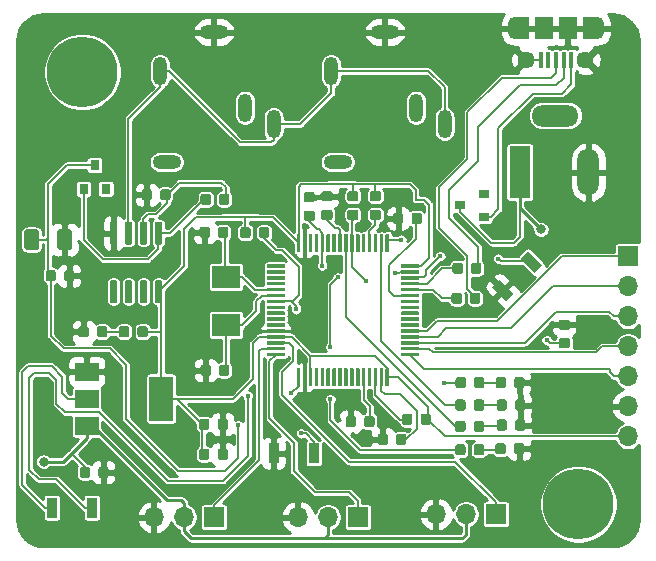
<source format=gbr>
G04 #@! TF.GenerationSoftware,KiCad,Pcbnew,(5.1.5)-3*
G04 #@! TF.CreationDate,2020-09-20T15:24:45+01:00*
G04 #@! TF.ProjectId,Alexa_kicad_PCB,416c6578-615f-46b6-9963-61645f504342,rev?*
G04 #@! TF.SameCoordinates,Original*
G04 #@! TF.FileFunction,Copper,L1,Top*
G04 #@! TF.FilePolarity,Positive*
%FSLAX46Y46*%
G04 Gerber Fmt 4.6, Leading zero omitted, Abs format (unit mm)*
G04 Created by KiCad (PCBNEW (5.1.5)-3) date 2020-09-20 15:24:45*
%MOMM*%
%LPD*%
G04 APERTURE LIST*
%ADD10C,6.000000*%
%ADD11R,0.800000X0.900000*%
%ADD12O,4.000000X1.800000*%
%ADD13O,1.800000X4.000000*%
%ADD14R,1.800000X4.400000*%
%ADD15R,1.500000X1.900000*%
%ADD16C,1.450000*%
%ADD17R,0.400000X1.350000*%
%ADD18O,1.200000X1.900000*%
%ADD19R,1.200000X1.900000*%
%ADD20R,1.700000X1.700000*%
%ADD21O,1.700000X1.700000*%
%ADD22C,0.100000*%
%ADD23R,2.000000X3.800000*%
%ADD24R,2.000000X1.500000*%
%ADD25O,2.400000X1.200000*%
%ADD26O,1.200000X2.400000*%
%ADD27R,2.400000X1.900000*%
%ADD28R,0.900000X0.800000*%
%ADD29R,0.900000X1.700000*%
%ADD30C,0.400000*%
%ADD31C,0.800000*%
%ADD32C,0.150000*%
%ADD33C,0.250000*%
%ADD34C,0.254000*%
G04 APERTURE END LIST*
D10*
X102400000Y-73800000D03*
X144400000Y-110400000D03*
D11*
X102494000Y-83693000D03*
X104394000Y-83693000D03*
X103444000Y-81693000D03*
D12*
X142446000Y-77496000D03*
D13*
X145246000Y-82296000D03*
D14*
X139446000Y-82296000D03*
D15*
X141494000Y-70104000D03*
D16*
X144994000Y-72804000D03*
D17*
X143144000Y-72804000D03*
X143794000Y-72804000D03*
X141194000Y-72804000D03*
X141844000Y-72804000D03*
X142494000Y-72804000D03*
D16*
X139994000Y-72804000D03*
D15*
X143494000Y-70104000D03*
D18*
X145994000Y-70104000D03*
X138994000Y-70104000D03*
D19*
X139594000Y-70104000D03*
X145394000Y-70104000D03*
D20*
X137414000Y-111252000D03*
D21*
X134874000Y-111252000D03*
X132334000Y-111252000D03*
D20*
X113538000Y-111506000D03*
D21*
X110998000Y-111506000D03*
X108458000Y-111506000D03*
X120650000Y-111506000D03*
X123190000Y-111506000D03*
D20*
X125730000Y-111506000D03*
G04 #@! TA.AperFunction,SMDPad,CuDef*
D22*
G36*
X109003703Y-86466722D02*
G01*
X109018264Y-86468882D01*
X109032543Y-86472459D01*
X109046403Y-86477418D01*
X109059710Y-86483712D01*
X109072336Y-86491280D01*
X109084159Y-86500048D01*
X109095066Y-86509934D01*
X109104952Y-86520841D01*
X109113720Y-86532664D01*
X109121288Y-86545290D01*
X109127582Y-86558597D01*
X109132541Y-86572457D01*
X109136118Y-86586736D01*
X109138278Y-86601297D01*
X109139000Y-86616000D01*
X109139000Y-88266000D01*
X109138278Y-88280703D01*
X109136118Y-88295264D01*
X109132541Y-88309543D01*
X109127582Y-88323403D01*
X109121288Y-88336710D01*
X109113720Y-88349336D01*
X109104952Y-88361159D01*
X109095066Y-88372066D01*
X109084159Y-88381952D01*
X109072336Y-88390720D01*
X109059710Y-88398288D01*
X109046403Y-88404582D01*
X109032543Y-88409541D01*
X109018264Y-88413118D01*
X109003703Y-88415278D01*
X108989000Y-88416000D01*
X108689000Y-88416000D01*
X108674297Y-88415278D01*
X108659736Y-88413118D01*
X108645457Y-88409541D01*
X108631597Y-88404582D01*
X108618290Y-88398288D01*
X108605664Y-88390720D01*
X108593841Y-88381952D01*
X108582934Y-88372066D01*
X108573048Y-88361159D01*
X108564280Y-88349336D01*
X108556712Y-88336710D01*
X108550418Y-88323403D01*
X108545459Y-88309543D01*
X108541882Y-88295264D01*
X108539722Y-88280703D01*
X108539000Y-88266000D01*
X108539000Y-86616000D01*
X108539722Y-86601297D01*
X108541882Y-86586736D01*
X108545459Y-86572457D01*
X108550418Y-86558597D01*
X108556712Y-86545290D01*
X108564280Y-86532664D01*
X108573048Y-86520841D01*
X108582934Y-86509934D01*
X108593841Y-86500048D01*
X108605664Y-86491280D01*
X108618290Y-86483712D01*
X108631597Y-86477418D01*
X108645457Y-86472459D01*
X108659736Y-86468882D01*
X108674297Y-86466722D01*
X108689000Y-86466000D01*
X108989000Y-86466000D01*
X109003703Y-86466722D01*
G37*
G04 #@! TD.AperFunction*
G04 #@! TA.AperFunction,SMDPad,CuDef*
G36*
X107733703Y-86466722D02*
G01*
X107748264Y-86468882D01*
X107762543Y-86472459D01*
X107776403Y-86477418D01*
X107789710Y-86483712D01*
X107802336Y-86491280D01*
X107814159Y-86500048D01*
X107825066Y-86509934D01*
X107834952Y-86520841D01*
X107843720Y-86532664D01*
X107851288Y-86545290D01*
X107857582Y-86558597D01*
X107862541Y-86572457D01*
X107866118Y-86586736D01*
X107868278Y-86601297D01*
X107869000Y-86616000D01*
X107869000Y-88266000D01*
X107868278Y-88280703D01*
X107866118Y-88295264D01*
X107862541Y-88309543D01*
X107857582Y-88323403D01*
X107851288Y-88336710D01*
X107843720Y-88349336D01*
X107834952Y-88361159D01*
X107825066Y-88372066D01*
X107814159Y-88381952D01*
X107802336Y-88390720D01*
X107789710Y-88398288D01*
X107776403Y-88404582D01*
X107762543Y-88409541D01*
X107748264Y-88413118D01*
X107733703Y-88415278D01*
X107719000Y-88416000D01*
X107419000Y-88416000D01*
X107404297Y-88415278D01*
X107389736Y-88413118D01*
X107375457Y-88409541D01*
X107361597Y-88404582D01*
X107348290Y-88398288D01*
X107335664Y-88390720D01*
X107323841Y-88381952D01*
X107312934Y-88372066D01*
X107303048Y-88361159D01*
X107294280Y-88349336D01*
X107286712Y-88336710D01*
X107280418Y-88323403D01*
X107275459Y-88309543D01*
X107271882Y-88295264D01*
X107269722Y-88280703D01*
X107269000Y-88266000D01*
X107269000Y-86616000D01*
X107269722Y-86601297D01*
X107271882Y-86586736D01*
X107275459Y-86572457D01*
X107280418Y-86558597D01*
X107286712Y-86545290D01*
X107294280Y-86532664D01*
X107303048Y-86520841D01*
X107312934Y-86509934D01*
X107323841Y-86500048D01*
X107335664Y-86491280D01*
X107348290Y-86483712D01*
X107361597Y-86477418D01*
X107375457Y-86472459D01*
X107389736Y-86468882D01*
X107404297Y-86466722D01*
X107419000Y-86466000D01*
X107719000Y-86466000D01*
X107733703Y-86466722D01*
G37*
G04 #@! TD.AperFunction*
G04 #@! TA.AperFunction,SMDPad,CuDef*
G36*
X106463703Y-86466722D02*
G01*
X106478264Y-86468882D01*
X106492543Y-86472459D01*
X106506403Y-86477418D01*
X106519710Y-86483712D01*
X106532336Y-86491280D01*
X106544159Y-86500048D01*
X106555066Y-86509934D01*
X106564952Y-86520841D01*
X106573720Y-86532664D01*
X106581288Y-86545290D01*
X106587582Y-86558597D01*
X106592541Y-86572457D01*
X106596118Y-86586736D01*
X106598278Y-86601297D01*
X106599000Y-86616000D01*
X106599000Y-88266000D01*
X106598278Y-88280703D01*
X106596118Y-88295264D01*
X106592541Y-88309543D01*
X106587582Y-88323403D01*
X106581288Y-88336710D01*
X106573720Y-88349336D01*
X106564952Y-88361159D01*
X106555066Y-88372066D01*
X106544159Y-88381952D01*
X106532336Y-88390720D01*
X106519710Y-88398288D01*
X106506403Y-88404582D01*
X106492543Y-88409541D01*
X106478264Y-88413118D01*
X106463703Y-88415278D01*
X106449000Y-88416000D01*
X106149000Y-88416000D01*
X106134297Y-88415278D01*
X106119736Y-88413118D01*
X106105457Y-88409541D01*
X106091597Y-88404582D01*
X106078290Y-88398288D01*
X106065664Y-88390720D01*
X106053841Y-88381952D01*
X106042934Y-88372066D01*
X106033048Y-88361159D01*
X106024280Y-88349336D01*
X106016712Y-88336710D01*
X106010418Y-88323403D01*
X106005459Y-88309543D01*
X106001882Y-88295264D01*
X105999722Y-88280703D01*
X105999000Y-88266000D01*
X105999000Y-86616000D01*
X105999722Y-86601297D01*
X106001882Y-86586736D01*
X106005459Y-86572457D01*
X106010418Y-86558597D01*
X106016712Y-86545290D01*
X106024280Y-86532664D01*
X106033048Y-86520841D01*
X106042934Y-86509934D01*
X106053841Y-86500048D01*
X106065664Y-86491280D01*
X106078290Y-86483712D01*
X106091597Y-86477418D01*
X106105457Y-86472459D01*
X106119736Y-86468882D01*
X106134297Y-86466722D01*
X106149000Y-86466000D01*
X106449000Y-86466000D01*
X106463703Y-86466722D01*
G37*
G04 #@! TD.AperFunction*
G04 #@! TA.AperFunction,SMDPad,CuDef*
G36*
X105193703Y-86466722D02*
G01*
X105208264Y-86468882D01*
X105222543Y-86472459D01*
X105236403Y-86477418D01*
X105249710Y-86483712D01*
X105262336Y-86491280D01*
X105274159Y-86500048D01*
X105285066Y-86509934D01*
X105294952Y-86520841D01*
X105303720Y-86532664D01*
X105311288Y-86545290D01*
X105317582Y-86558597D01*
X105322541Y-86572457D01*
X105326118Y-86586736D01*
X105328278Y-86601297D01*
X105329000Y-86616000D01*
X105329000Y-88266000D01*
X105328278Y-88280703D01*
X105326118Y-88295264D01*
X105322541Y-88309543D01*
X105317582Y-88323403D01*
X105311288Y-88336710D01*
X105303720Y-88349336D01*
X105294952Y-88361159D01*
X105285066Y-88372066D01*
X105274159Y-88381952D01*
X105262336Y-88390720D01*
X105249710Y-88398288D01*
X105236403Y-88404582D01*
X105222543Y-88409541D01*
X105208264Y-88413118D01*
X105193703Y-88415278D01*
X105179000Y-88416000D01*
X104879000Y-88416000D01*
X104864297Y-88415278D01*
X104849736Y-88413118D01*
X104835457Y-88409541D01*
X104821597Y-88404582D01*
X104808290Y-88398288D01*
X104795664Y-88390720D01*
X104783841Y-88381952D01*
X104772934Y-88372066D01*
X104763048Y-88361159D01*
X104754280Y-88349336D01*
X104746712Y-88336710D01*
X104740418Y-88323403D01*
X104735459Y-88309543D01*
X104731882Y-88295264D01*
X104729722Y-88280703D01*
X104729000Y-88266000D01*
X104729000Y-86616000D01*
X104729722Y-86601297D01*
X104731882Y-86586736D01*
X104735459Y-86572457D01*
X104740418Y-86558597D01*
X104746712Y-86545290D01*
X104754280Y-86532664D01*
X104763048Y-86520841D01*
X104772934Y-86509934D01*
X104783841Y-86500048D01*
X104795664Y-86491280D01*
X104808290Y-86483712D01*
X104821597Y-86477418D01*
X104835457Y-86472459D01*
X104849736Y-86468882D01*
X104864297Y-86466722D01*
X104879000Y-86466000D01*
X105179000Y-86466000D01*
X105193703Y-86466722D01*
G37*
G04 #@! TD.AperFunction*
G04 #@! TA.AperFunction,SMDPad,CuDef*
G36*
X105193703Y-91416722D02*
G01*
X105208264Y-91418882D01*
X105222543Y-91422459D01*
X105236403Y-91427418D01*
X105249710Y-91433712D01*
X105262336Y-91441280D01*
X105274159Y-91450048D01*
X105285066Y-91459934D01*
X105294952Y-91470841D01*
X105303720Y-91482664D01*
X105311288Y-91495290D01*
X105317582Y-91508597D01*
X105322541Y-91522457D01*
X105326118Y-91536736D01*
X105328278Y-91551297D01*
X105329000Y-91566000D01*
X105329000Y-93216000D01*
X105328278Y-93230703D01*
X105326118Y-93245264D01*
X105322541Y-93259543D01*
X105317582Y-93273403D01*
X105311288Y-93286710D01*
X105303720Y-93299336D01*
X105294952Y-93311159D01*
X105285066Y-93322066D01*
X105274159Y-93331952D01*
X105262336Y-93340720D01*
X105249710Y-93348288D01*
X105236403Y-93354582D01*
X105222543Y-93359541D01*
X105208264Y-93363118D01*
X105193703Y-93365278D01*
X105179000Y-93366000D01*
X104879000Y-93366000D01*
X104864297Y-93365278D01*
X104849736Y-93363118D01*
X104835457Y-93359541D01*
X104821597Y-93354582D01*
X104808290Y-93348288D01*
X104795664Y-93340720D01*
X104783841Y-93331952D01*
X104772934Y-93322066D01*
X104763048Y-93311159D01*
X104754280Y-93299336D01*
X104746712Y-93286710D01*
X104740418Y-93273403D01*
X104735459Y-93259543D01*
X104731882Y-93245264D01*
X104729722Y-93230703D01*
X104729000Y-93216000D01*
X104729000Y-91566000D01*
X104729722Y-91551297D01*
X104731882Y-91536736D01*
X104735459Y-91522457D01*
X104740418Y-91508597D01*
X104746712Y-91495290D01*
X104754280Y-91482664D01*
X104763048Y-91470841D01*
X104772934Y-91459934D01*
X104783841Y-91450048D01*
X104795664Y-91441280D01*
X104808290Y-91433712D01*
X104821597Y-91427418D01*
X104835457Y-91422459D01*
X104849736Y-91418882D01*
X104864297Y-91416722D01*
X104879000Y-91416000D01*
X105179000Y-91416000D01*
X105193703Y-91416722D01*
G37*
G04 #@! TD.AperFunction*
G04 #@! TA.AperFunction,SMDPad,CuDef*
G36*
X106463703Y-91416722D02*
G01*
X106478264Y-91418882D01*
X106492543Y-91422459D01*
X106506403Y-91427418D01*
X106519710Y-91433712D01*
X106532336Y-91441280D01*
X106544159Y-91450048D01*
X106555066Y-91459934D01*
X106564952Y-91470841D01*
X106573720Y-91482664D01*
X106581288Y-91495290D01*
X106587582Y-91508597D01*
X106592541Y-91522457D01*
X106596118Y-91536736D01*
X106598278Y-91551297D01*
X106599000Y-91566000D01*
X106599000Y-93216000D01*
X106598278Y-93230703D01*
X106596118Y-93245264D01*
X106592541Y-93259543D01*
X106587582Y-93273403D01*
X106581288Y-93286710D01*
X106573720Y-93299336D01*
X106564952Y-93311159D01*
X106555066Y-93322066D01*
X106544159Y-93331952D01*
X106532336Y-93340720D01*
X106519710Y-93348288D01*
X106506403Y-93354582D01*
X106492543Y-93359541D01*
X106478264Y-93363118D01*
X106463703Y-93365278D01*
X106449000Y-93366000D01*
X106149000Y-93366000D01*
X106134297Y-93365278D01*
X106119736Y-93363118D01*
X106105457Y-93359541D01*
X106091597Y-93354582D01*
X106078290Y-93348288D01*
X106065664Y-93340720D01*
X106053841Y-93331952D01*
X106042934Y-93322066D01*
X106033048Y-93311159D01*
X106024280Y-93299336D01*
X106016712Y-93286710D01*
X106010418Y-93273403D01*
X106005459Y-93259543D01*
X106001882Y-93245264D01*
X105999722Y-93230703D01*
X105999000Y-93216000D01*
X105999000Y-91566000D01*
X105999722Y-91551297D01*
X106001882Y-91536736D01*
X106005459Y-91522457D01*
X106010418Y-91508597D01*
X106016712Y-91495290D01*
X106024280Y-91482664D01*
X106033048Y-91470841D01*
X106042934Y-91459934D01*
X106053841Y-91450048D01*
X106065664Y-91441280D01*
X106078290Y-91433712D01*
X106091597Y-91427418D01*
X106105457Y-91422459D01*
X106119736Y-91418882D01*
X106134297Y-91416722D01*
X106149000Y-91416000D01*
X106449000Y-91416000D01*
X106463703Y-91416722D01*
G37*
G04 #@! TD.AperFunction*
G04 #@! TA.AperFunction,SMDPad,CuDef*
G36*
X107733703Y-91416722D02*
G01*
X107748264Y-91418882D01*
X107762543Y-91422459D01*
X107776403Y-91427418D01*
X107789710Y-91433712D01*
X107802336Y-91441280D01*
X107814159Y-91450048D01*
X107825066Y-91459934D01*
X107834952Y-91470841D01*
X107843720Y-91482664D01*
X107851288Y-91495290D01*
X107857582Y-91508597D01*
X107862541Y-91522457D01*
X107866118Y-91536736D01*
X107868278Y-91551297D01*
X107869000Y-91566000D01*
X107869000Y-93216000D01*
X107868278Y-93230703D01*
X107866118Y-93245264D01*
X107862541Y-93259543D01*
X107857582Y-93273403D01*
X107851288Y-93286710D01*
X107843720Y-93299336D01*
X107834952Y-93311159D01*
X107825066Y-93322066D01*
X107814159Y-93331952D01*
X107802336Y-93340720D01*
X107789710Y-93348288D01*
X107776403Y-93354582D01*
X107762543Y-93359541D01*
X107748264Y-93363118D01*
X107733703Y-93365278D01*
X107719000Y-93366000D01*
X107419000Y-93366000D01*
X107404297Y-93365278D01*
X107389736Y-93363118D01*
X107375457Y-93359541D01*
X107361597Y-93354582D01*
X107348290Y-93348288D01*
X107335664Y-93340720D01*
X107323841Y-93331952D01*
X107312934Y-93322066D01*
X107303048Y-93311159D01*
X107294280Y-93299336D01*
X107286712Y-93286710D01*
X107280418Y-93273403D01*
X107275459Y-93259543D01*
X107271882Y-93245264D01*
X107269722Y-93230703D01*
X107269000Y-93216000D01*
X107269000Y-91566000D01*
X107269722Y-91551297D01*
X107271882Y-91536736D01*
X107275459Y-91522457D01*
X107280418Y-91508597D01*
X107286712Y-91495290D01*
X107294280Y-91482664D01*
X107303048Y-91470841D01*
X107312934Y-91459934D01*
X107323841Y-91450048D01*
X107335664Y-91441280D01*
X107348290Y-91433712D01*
X107361597Y-91427418D01*
X107375457Y-91422459D01*
X107389736Y-91418882D01*
X107404297Y-91416722D01*
X107419000Y-91416000D01*
X107719000Y-91416000D01*
X107733703Y-91416722D01*
G37*
G04 #@! TD.AperFunction*
G04 #@! TA.AperFunction,SMDPad,CuDef*
G36*
X109003703Y-91416722D02*
G01*
X109018264Y-91418882D01*
X109032543Y-91422459D01*
X109046403Y-91427418D01*
X109059710Y-91433712D01*
X109072336Y-91441280D01*
X109084159Y-91450048D01*
X109095066Y-91459934D01*
X109104952Y-91470841D01*
X109113720Y-91482664D01*
X109121288Y-91495290D01*
X109127582Y-91508597D01*
X109132541Y-91522457D01*
X109136118Y-91536736D01*
X109138278Y-91551297D01*
X109139000Y-91566000D01*
X109139000Y-93216000D01*
X109138278Y-93230703D01*
X109136118Y-93245264D01*
X109132541Y-93259543D01*
X109127582Y-93273403D01*
X109121288Y-93286710D01*
X109113720Y-93299336D01*
X109104952Y-93311159D01*
X109095066Y-93322066D01*
X109084159Y-93331952D01*
X109072336Y-93340720D01*
X109059710Y-93348288D01*
X109046403Y-93354582D01*
X109032543Y-93359541D01*
X109018264Y-93363118D01*
X109003703Y-93365278D01*
X108989000Y-93366000D01*
X108689000Y-93366000D01*
X108674297Y-93365278D01*
X108659736Y-93363118D01*
X108645457Y-93359541D01*
X108631597Y-93354582D01*
X108618290Y-93348288D01*
X108605664Y-93340720D01*
X108593841Y-93331952D01*
X108582934Y-93322066D01*
X108573048Y-93311159D01*
X108564280Y-93299336D01*
X108556712Y-93286710D01*
X108550418Y-93273403D01*
X108545459Y-93259543D01*
X108541882Y-93245264D01*
X108539722Y-93230703D01*
X108539000Y-93216000D01*
X108539000Y-91566000D01*
X108539722Y-91551297D01*
X108541882Y-91536736D01*
X108545459Y-91522457D01*
X108550418Y-91508597D01*
X108556712Y-91495290D01*
X108564280Y-91482664D01*
X108573048Y-91470841D01*
X108582934Y-91459934D01*
X108593841Y-91450048D01*
X108605664Y-91441280D01*
X108618290Y-91433712D01*
X108631597Y-91427418D01*
X108645457Y-91422459D01*
X108659736Y-91418882D01*
X108674297Y-91416722D01*
X108689000Y-91416000D01*
X108989000Y-91416000D01*
X109003703Y-91416722D01*
G37*
G04 #@! TD.AperFunction*
D23*
X109068000Y-101473000D03*
D24*
X102768000Y-101473000D03*
X102768000Y-103773000D03*
X102768000Y-99173000D03*
G04 #@! TA.AperFunction,SMDPad,CuDef*
D22*
G36*
X119492351Y-90080361D02*
G01*
X119499632Y-90081441D01*
X119506771Y-90083229D01*
X119513701Y-90085709D01*
X119520355Y-90088856D01*
X119526668Y-90092640D01*
X119532579Y-90097024D01*
X119538033Y-90101967D01*
X119542976Y-90107421D01*
X119547360Y-90113332D01*
X119551144Y-90119645D01*
X119554291Y-90126299D01*
X119556771Y-90133229D01*
X119558559Y-90140368D01*
X119559639Y-90147649D01*
X119560000Y-90155000D01*
X119560000Y-90305000D01*
X119559639Y-90312351D01*
X119558559Y-90319632D01*
X119556771Y-90326771D01*
X119554291Y-90333701D01*
X119551144Y-90340355D01*
X119547360Y-90346668D01*
X119542976Y-90352579D01*
X119538033Y-90358033D01*
X119532579Y-90362976D01*
X119526668Y-90367360D01*
X119520355Y-90371144D01*
X119513701Y-90374291D01*
X119506771Y-90376771D01*
X119499632Y-90378559D01*
X119492351Y-90379639D01*
X119485000Y-90380000D01*
X118085000Y-90380000D01*
X118077649Y-90379639D01*
X118070368Y-90378559D01*
X118063229Y-90376771D01*
X118056299Y-90374291D01*
X118049645Y-90371144D01*
X118043332Y-90367360D01*
X118037421Y-90362976D01*
X118031967Y-90358033D01*
X118027024Y-90352579D01*
X118022640Y-90346668D01*
X118018856Y-90340355D01*
X118015709Y-90333701D01*
X118013229Y-90326771D01*
X118011441Y-90319632D01*
X118010361Y-90312351D01*
X118010000Y-90305000D01*
X118010000Y-90155000D01*
X118010361Y-90147649D01*
X118011441Y-90140368D01*
X118013229Y-90133229D01*
X118015709Y-90126299D01*
X118018856Y-90119645D01*
X118022640Y-90113332D01*
X118027024Y-90107421D01*
X118031967Y-90101967D01*
X118037421Y-90097024D01*
X118043332Y-90092640D01*
X118049645Y-90088856D01*
X118056299Y-90085709D01*
X118063229Y-90083229D01*
X118070368Y-90081441D01*
X118077649Y-90080361D01*
X118085000Y-90080000D01*
X119485000Y-90080000D01*
X119492351Y-90080361D01*
G37*
G04 #@! TD.AperFunction*
G04 #@! TA.AperFunction,SMDPad,CuDef*
G36*
X119492351Y-90580361D02*
G01*
X119499632Y-90581441D01*
X119506771Y-90583229D01*
X119513701Y-90585709D01*
X119520355Y-90588856D01*
X119526668Y-90592640D01*
X119532579Y-90597024D01*
X119538033Y-90601967D01*
X119542976Y-90607421D01*
X119547360Y-90613332D01*
X119551144Y-90619645D01*
X119554291Y-90626299D01*
X119556771Y-90633229D01*
X119558559Y-90640368D01*
X119559639Y-90647649D01*
X119560000Y-90655000D01*
X119560000Y-90805000D01*
X119559639Y-90812351D01*
X119558559Y-90819632D01*
X119556771Y-90826771D01*
X119554291Y-90833701D01*
X119551144Y-90840355D01*
X119547360Y-90846668D01*
X119542976Y-90852579D01*
X119538033Y-90858033D01*
X119532579Y-90862976D01*
X119526668Y-90867360D01*
X119520355Y-90871144D01*
X119513701Y-90874291D01*
X119506771Y-90876771D01*
X119499632Y-90878559D01*
X119492351Y-90879639D01*
X119485000Y-90880000D01*
X118085000Y-90880000D01*
X118077649Y-90879639D01*
X118070368Y-90878559D01*
X118063229Y-90876771D01*
X118056299Y-90874291D01*
X118049645Y-90871144D01*
X118043332Y-90867360D01*
X118037421Y-90862976D01*
X118031967Y-90858033D01*
X118027024Y-90852579D01*
X118022640Y-90846668D01*
X118018856Y-90840355D01*
X118015709Y-90833701D01*
X118013229Y-90826771D01*
X118011441Y-90819632D01*
X118010361Y-90812351D01*
X118010000Y-90805000D01*
X118010000Y-90655000D01*
X118010361Y-90647649D01*
X118011441Y-90640368D01*
X118013229Y-90633229D01*
X118015709Y-90626299D01*
X118018856Y-90619645D01*
X118022640Y-90613332D01*
X118027024Y-90607421D01*
X118031967Y-90601967D01*
X118037421Y-90597024D01*
X118043332Y-90592640D01*
X118049645Y-90588856D01*
X118056299Y-90585709D01*
X118063229Y-90583229D01*
X118070368Y-90581441D01*
X118077649Y-90580361D01*
X118085000Y-90580000D01*
X119485000Y-90580000D01*
X119492351Y-90580361D01*
G37*
G04 #@! TD.AperFunction*
G04 #@! TA.AperFunction,SMDPad,CuDef*
G36*
X119492351Y-91080361D02*
G01*
X119499632Y-91081441D01*
X119506771Y-91083229D01*
X119513701Y-91085709D01*
X119520355Y-91088856D01*
X119526668Y-91092640D01*
X119532579Y-91097024D01*
X119538033Y-91101967D01*
X119542976Y-91107421D01*
X119547360Y-91113332D01*
X119551144Y-91119645D01*
X119554291Y-91126299D01*
X119556771Y-91133229D01*
X119558559Y-91140368D01*
X119559639Y-91147649D01*
X119560000Y-91155000D01*
X119560000Y-91305000D01*
X119559639Y-91312351D01*
X119558559Y-91319632D01*
X119556771Y-91326771D01*
X119554291Y-91333701D01*
X119551144Y-91340355D01*
X119547360Y-91346668D01*
X119542976Y-91352579D01*
X119538033Y-91358033D01*
X119532579Y-91362976D01*
X119526668Y-91367360D01*
X119520355Y-91371144D01*
X119513701Y-91374291D01*
X119506771Y-91376771D01*
X119499632Y-91378559D01*
X119492351Y-91379639D01*
X119485000Y-91380000D01*
X118085000Y-91380000D01*
X118077649Y-91379639D01*
X118070368Y-91378559D01*
X118063229Y-91376771D01*
X118056299Y-91374291D01*
X118049645Y-91371144D01*
X118043332Y-91367360D01*
X118037421Y-91362976D01*
X118031967Y-91358033D01*
X118027024Y-91352579D01*
X118022640Y-91346668D01*
X118018856Y-91340355D01*
X118015709Y-91333701D01*
X118013229Y-91326771D01*
X118011441Y-91319632D01*
X118010361Y-91312351D01*
X118010000Y-91305000D01*
X118010000Y-91155000D01*
X118010361Y-91147649D01*
X118011441Y-91140368D01*
X118013229Y-91133229D01*
X118015709Y-91126299D01*
X118018856Y-91119645D01*
X118022640Y-91113332D01*
X118027024Y-91107421D01*
X118031967Y-91101967D01*
X118037421Y-91097024D01*
X118043332Y-91092640D01*
X118049645Y-91088856D01*
X118056299Y-91085709D01*
X118063229Y-91083229D01*
X118070368Y-91081441D01*
X118077649Y-91080361D01*
X118085000Y-91080000D01*
X119485000Y-91080000D01*
X119492351Y-91080361D01*
G37*
G04 #@! TD.AperFunction*
G04 #@! TA.AperFunction,SMDPad,CuDef*
G36*
X119492351Y-91580361D02*
G01*
X119499632Y-91581441D01*
X119506771Y-91583229D01*
X119513701Y-91585709D01*
X119520355Y-91588856D01*
X119526668Y-91592640D01*
X119532579Y-91597024D01*
X119538033Y-91601967D01*
X119542976Y-91607421D01*
X119547360Y-91613332D01*
X119551144Y-91619645D01*
X119554291Y-91626299D01*
X119556771Y-91633229D01*
X119558559Y-91640368D01*
X119559639Y-91647649D01*
X119560000Y-91655000D01*
X119560000Y-91805000D01*
X119559639Y-91812351D01*
X119558559Y-91819632D01*
X119556771Y-91826771D01*
X119554291Y-91833701D01*
X119551144Y-91840355D01*
X119547360Y-91846668D01*
X119542976Y-91852579D01*
X119538033Y-91858033D01*
X119532579Y-91862976D01*
X119526668Y-91867360D01*
X119520355Y-91871144D01*
X119513701Y-91874291D01*
X119506771Y-91876771D01*
X119499632Y-91878559D01*
X119492351Y-91879639D01*
X119485000Y-91880000D01*
X118085000Y-91880000D01*
X118077649Y-91879639D01*
X118070368Y-91878559D01*
X118063229Y-91876771D01*
X118056299Y-91874291D01*
X118049645Y-91871144D01*
X118043332Y-91867360D01*
X118037421Y-91862976D01*
X118031967Y-91858033D01*
X118027024Y-91852579D01*
X118022640Y-91846668D01*
X118018856Y-91840355D01*
X118015709Y-91833701D01*
X118013229Y-91826771D01*
X118011441Y-91819632D01*
X118010361Y-91812351D01*
X118010000Y-91805000D01*
X118010000Y-91655000D01*
X118010361Y-91647649D01*
X118011441Y-91640368D01*
X118013229Y-91633229D01*
X118015709Y-91626299D01*
X118018856Y-91619645D01*
X118022640Y-91613332D01*
X118027024Y-91607421D01*
X118031967Y-91601967D01*
X118037421Y-91597024D01*
X118043332Y-91592640D01*
X118049645Y-91588856D01*
X118056299Y-91585709D01*
X118063229Y-91583229D01*
X118070368Y-91581441D01*
X118077649Y-91580361D01*
X118085000Y-91580000D01*
X119485000Y-91580000D01*
X119492351Y-91580361D01*
G37*
G04 #@! TD.AperFunction*
G04 #@! TA.AperFunction,SMDPad,CuDef*
G36*
X119492351Y-92080361D02*
G01*
X119499632Y-92081441D01*
X119506771Y-92083229D01*
X119513701Y-92085709D01*
X119520355Y-92088856D01*
X119526668Y-92092640D01*
X119532579Y-92097024D01*
X119538033Y-92101967D01*
X119542976Y-92107421D01*
X119547360Y-92113332D01*
X119551144Y-92119645D01*
X119554291Y-92126299D01*
X119556771Y-92133229D01*
X119558559Y-92140368D01*
X119559639Y-92147649D01*
X119560000Y-92155000D01*
X119560000Y-92305000D01*
X119559639Y-92312351D01*
X119558559Y-92319632D01*
X119556771Y-92326771D01*
X119554291Y-92333701D01*
X119551144Y-92340355D01*
X119547360Y-92346668D01*
X119542976Y-92352579D01*
X119538033Y-92358033D01*
X119532579Y-92362976D01*
X119526668Y-92367360D01*
X119520355Y-92371144D01*
X119513701Y-92374291D01*
X119506771Y-92376771D01*
X119499632Y-92378559D01*
X119492351Y-92379639D01*
X119485000Y-92380000D01*
X118085000Y-92380000D01*
X118077649Y-92379639D01*
X118070368Y-92378559D01*
X118063229Y-92376771D01*
X118056299Y-92374291D01*
X118049645Y-92371144D01*
X118043332Y-92367360D01*
X118037421Y-92362976D01*
X118031967Y-92358033D01*
X118027024Y-92352579D01*
X118022640Y-92346668D01*
X118018856Y-92340355D01*
X118015709Y-92333701D01*
X118013229Y-92326771D01*
X118011441Y-92319632D01*
X118010361Y-92312351D01*
X118010000Y-92305000D01*
X118010000Y-92155000D01*
X118010361Y-92147649D01*
X118011441Y-92140368D01*
X118013229Y-92133229D01*
X118015709Y-92126299D01*
X118018856Y-92119645D01*
X118022640Y-92113332D01*
X118027024Y-92107421D01*
X118031967Y-92101967D01*
X118037421Y-92097024D01*
X118043332Y-92092640D01*
X118049645Y-92088856D01*
X118056299Y-92085709D01*
X118063229Y-92083229D01*
X118070368Y-92081441D01*
X118077649Y-92080361D01*
X118085000Y-92080000D01*
X119485000Y-92080000D01*
X119492351Y-92080361D01*
G37*
G04 #@! TD.AperFunction*
G04 #@! TA.AperFunction,SMDPad,CuDef*
G36*
X119492351Y-92580361D02*
G01*
X119499632Y-92581441D01*
X119506771Y-92583229D01*
X119513701Y-92585709D01*
X119520355Y-92588856D01*
X119526668Y-92592640D01*
X119532579Y-92597024D01*
X119538033Y-92601967D01*
X119542976Y-92607421D01*
X119547360Y-92613332D01*
X119551144Y-92619645D01*
X119554291Y-92626299D01*
X119556771Y-92633229D01*
X119558559Y-92640368D01*
X119559639Y-92647649D01*
X119560000Y-92655000D01*
X119560000Y-92805000D01*
X119559639Y-92812351D01*
X119558559Y-92819632D01*
X119556771Y-92826771D01*
X119554291Y-92833701D01*
X119551144Y-92840355D01*
X119547360Y-92846668D01*
X119542976Y-92852579D01*
X119538033Y-92858033D01*
X119532579Y-92862976D01*
X119526668Y-92867360D01*
X119520355Y-92871144D01*
X119513701Y-92874291D01*
X119506771Y-92876771D01*
X119499632Y-92878559D01*
X119492351Y-92879639D01*
X119485000Y-92880000D01*
X118085000Y-92880000D01*
X118077649Y-92879639D01*
X118070368Y-92878559D01*
X118063229Y-92876771D01*
X118056299Y-92874291D01*
X118049645Y-92871144D01*
X118043332Y-92867360D01*
X118037421Y-92862976D01*
X118031967Y-92858033D01*
X118027024Y-92852579D01*
X118022640Y-92846668D01*
X118018856Y-92840355D01*
X118015709Y-92833701D01*
X118013229Y-92826771D01*
X118011441Y-92819632D01*
X118010361Y-92812351D01*
X118010000Y-92805000D01*
X118010000Y-92655000D01*
X118010361Y-92647649D01*
X118011441Y-92640368D01*
X118013229Y-92633229D01*
X118015709Y-92626299D01*
X118018856Y-92619645D01*
X118022640Y-92613332D01*
X118027024Y-92607421D01*
X118031967Y-92601967D01*
X118037421Y-92597024D01*
X118043332Y-92592640D01*
X118049645Y-92588856D01*
X118056299Y-92585709D01*
X118063229Y-92583229D01*
X118070368Y-92581441D01*
X118077649Y-92580361D01*
X118085000Y-92580000D01*
X119485000Y-92580000D01*
X119492351Y-92580361D01*
G37*
G04 #@! TD.AperFunction*
G04 #@! TA.AperFunction,SMDPad,CuDef*
G36*
X119492351Y-93080361D02*
G01*
X119499632Y-93081441D01*
X119506771Y-93083229D01*
X119513701Y-93085709D01*
X119520355Y-93088856D01*
X119526668Y-93092640D01*
X119532579Y-93097024D01*
X119538033Y-93101967D01*
X119542976Y-93107421D01*
X119547360Y-93113332D01*
X119551144Y-93119645D01*
X119554291Y-93126299D01*
X119556771Y-93133229D01*
X119558559Y-93140368D01*
X119559639Y-93147649D01*
X119560000Y-93155000D01*
X119560000Y-93305000D01*
X119559639Y-93312351D01*
X119558559Y-93319632D01*
X119556771Y-93326771D01*
X119554291Y-93333701D01*
X119551144Y-93340355D01*
X119547360Y-93346668D01*
X119542976Y-93352579D01*
X119538033Y-93358033D01*
X119532579Y-93362976D01*
X119526668Y-93367360D01*
X119520355Y-93371144D01*
X119513701Y-93374291D01*
X119506771Y-93376771D01*
X119499632Y-93378559D01*
X119492351Y-93379639D01*
X119485000Y-93380000D01*
X118085000Y-93380000D01*
X118077649Y-93379639D01*
X118070368Y-93378559D01*
X118063229Y-93376771D01*
X118056299Y-93374291D01*
X118049645Y-93371144D01*
X118043332Y-93367360D01*
X118037421Y-93362976D01*
X118031967Y-93358033D01*
X118027024Y-93352579D01*
X118022640Y-93346668D01*
X118018856Y-93340355D01*
X118015709Y-93333701D01*
X118013229Y-93326771D01*
X118011441Y-93319632D01*
X118010361Y-93312351D01*
X118010000Y-93305000D01*
X118010000Y-93155000D01*
X118010361Y-93147649D01*
X118011441Y-93140368D01*
X118013229Y-93133229D01*
X118015709Y-93126299D01*
X118018856Y-93119645D01*
X118022640Y-93113332D01*
X118027024Y-93107421D01*
X118031967Y-93101967D01*
X118037421Y-93097024D01*
X118043332Y-93092640D01*
X118049645Y-93088856D01*
X118056299Y-93085709D01*
X118063229Y-93083229D01*
X118070368Y-93081441D01*
X118077649Y-93080361D01*
X118085000Y-93080000D01*
X119485000Y-93080000D01*
X119492351Y-93080361D01*
G37*
G04 #@! TD.AperFunction*
G04 #@! TA.AperFunction,SMDPad,CuDef*
G36*
X119492351Y-93580361D02*
G01*
X119499632Y-93581441D01*
X119506771Y-93583229D01*
X119513701Y-93585709D01*
X119520355Y-93588856D01*
X119526668Y-93592640D01*
X119532579Y-93597024D01*
X119538033Y-93601967D01*
X119542976Y-93607421D01*
X119547360Y-93613332D01*
X119551144Y-93619645D01*
X119554291Y-93626299D01*
X119556771Y-93633229D01*
X119558559Y-93640368D01*
X119559639Y-93647649D01*
X119560000Y-93655000D01*
X119560000Y-93805000D01*
X119559639Y-93812351D01*
X119558559Y-93819632D01*
X119556771Y-93826771D01*
X119554291Y-93833701D01*
X119551144Y-93840355D01*
X119547360Y-93846668D01*
X119542976Y-93852579D01*
X119538033Y-93858033D01*
X119532579Y-93862976D01*
X119526668Y-93867360D01*
X119520355Y-93871144D01*
X119513701Y-93874291D01*
X119506771Y-93876771D01*
X119499632Y-93878559D01*
X119492351Y-93879639D01*
X119485000Y-93880000D01*
X118085000Y-93880000D01*
X118077649Y-93879639D01*
X118070368Y-93878559D01*
X118063229Y-93876771D01*
X118056299Y-93874291D01*
X118049645Y-93871144D01*
X118043332Y-93867360D01*
X118037421Y-93862976D01*
X118031967Y-93858033D01*
X118027024Y-93852579D01*
X118022640Y-93846668D01*
X118018856Y-93840355D01*
X118015709Y-93833701D01*
X118013229Y-93826771D01*
X118011441Y-93819632D01*
X118010361Y-93812351D01*
X118010000Y-93805000D01*
X118010000Y-93655000D01*
X118010361Y-93647649D01*
X118011441Y-93640368D01*
X118013229Y-93633229D01*
X118015709Y-93626299D01*
X118018856Y-93619645D01*
X118022640Y-93613332D01*
X118027024Y-93607421D01*
X118031967Y-93601967D01*
X118037421Y-93597024D01*
X118043332Y-93592640D01*
X118049645Y-93588856D01*
X118056299Y-93585709D01*
X118063229Y-93583229D01*
X118070368Y-93581441D01*
X118077649Y-93580361D01*
X118085000Y-93580000D01*
X119485000Y-93580000D01*
X119492351Y-93580361D01*
G37*
G04 #@! TD.AperFunction*
G04 #@! TA.AperFunction,SMDPad,CuDef*
G36*
X119492351Y-94080361D02*
G01*
X119499632Y-94081441D01*
X119506771Y-94083229D01*
X119513701Y-94085709D01*
X119520355Y-94088856D01*
X119526668Y-94092640D01*
X119532579Y-94097024D01*
X119538033Y-94101967D01*
X119542976Y-94107421D01*
X119547360Y-94113332D01*
X119551144Y-94119645D01*
X119554291Y-94126299D01*
X119556771Y-94133229D01*
X119558559Y-94140368D01*
X119559639Y-94147649D01*
X119560000Y-94155000D01*
X119560000Y-94305000D01*
X119559639Y-94312351D01*
X119558559Y-94319632D01*
X119556771Y-94326771D01*
X119554291Y-94333701D01*
X119551144Y-94340355D01*
X119547360Y-94346668D01*
X119542976Y-94352579D01*
X119538033Y-94358033D01*
X119532579Y-94362976D01*
X119526668Y-94367360D01*
X119520355Y-94371144D01*
X119513701Y-94374291D01*
X119506771Y-94376771D01*
X119499632Y-94378559D01*
X119492351Y-94379639D01*
X119485000Y-94380000D01*
X118085000Y-94380000D01*
X118077649Y-94379639D01*
X118070368Y-94378559D01*
X118063229Y-94376771D01*
X118056299Y-94374291D01*
X118049645Y-94371144D01*
X118043332Y-94367360D01*
X118037421Y-94362976D01*
X118031967Y-94358033D01*
X118027024Y-94352579D01*
X118022640Y-94346668D01*
X118018856Y-94340355D01*
X118015709Y-94333701D01*
X118013229Y-94326771D01*
X118011441Y-94319632D01*
X118010361Y-94312351D01*
X118010000Y-94305000D01*
X118010000Y-94155000D01*
X118010361Y-94147649D01*
X118011441Y-94140368D01*
X118013229Y-94133229D01*
X118015709Y-94126299D01*
X118018856Y-94119645D01*
X118022640Y-94113332D01*
X118027024Y-94107421D01*
X118031967Y-94101967D01*
X118037421Y-94097024D01*
X118043332Y-94092640D01*
X118049645Y-94088856D01*
X118056299Y-94085709D01*
X118063229Y-94083229D01*
X118070368Y-94081441D01*
X118077649Y-94080361D01*
X118085000Y-94080000D01*
X119485000Y-94080000D01*
X119492351Y-94080361D01*
G37*
G04 #@! TD.AperFunction*
G04 #@! TA.AperFunction,SMDPad,CuDef*
G36*
X119492351Y-94580361D02*
G01*
X119499632Y-94581441D01*
X119506771Y-94583229D01*
X119513701Y-94585709D01*
X119520355Y-94588856D01*
X119526668Y-94592640D01*
X119532579Y-94597024D01*
X119538033Y-94601967D01*
X119542976Y-94607421D01*
X119547360Y-94613332D01*
X119551144Y-94619645D01*
X119554291Y-94626299D01*
X119556771Y-94633229D01*
X119558559Y-94640368D01*
X119559639Y-94647649D01*
X119560000Y-94655000D01*
X119560000Y-94805000D01*
X119559639Y-94812351D01*
X119558559Y-94819632D01*
X119556771Y-94826771D01*
X119554291Y-94833701D01*
X119551144Y-94840355D01*
X119547360Y-94846668D01*
X119542976Y-94852579D01*
X119538033Y-94858033D01*
X119532579Y-94862976D01*
X119526668Y-94867360D01*
X119520355Y-94871144D01*
X119513701Y-94874291D01*
X119506771Y-94876771D01*
X119499632Y-94878559D01*
X119492351Y-94879639D01*
X119485000Y-94880000D01*
X118085000Y-94880000D01*
X118077649Y-94879639D01*
X118070368Y-94878559D01*
X118063229Y-94876771D01*
X118056299Y-94874291D01*
X118049645Y-94871144D01*
X118043332Y-94867360D01*
X118037421Y-94862976D01*
X118031967Y-94858033D01*
X118027024Y-94852579D01*
X118022640Y-94846668D01*
X118018856Y-94840355D01*
X118015709Y-94833701D01*
X118013229Y-94826771D01*
X118011441Y-94819632D01*
X118010361Y-94812351D01*
X118010000Y-94805000D01*
X118010000Y-94655000D01*
X118010361Y-94647649D01*
X118011441Y-94640368D01*
X118013229Y-94633229D01*
X118015709Y-94626299D01*
X118018856Y-94619645D01*
X118022640Y-94613332D01*
X118027024Y-94607421D01*
X118031967Y-94601967D01*
X118037421Y-94597024D01*
X118043332Y-94592640D01*
X118049645Y-94588856D01*
X118056299Y-94585709D01*
X118063229Y-94583229D01*
X118070368Y-94581441D01*
X118077649Y-94580361D01*
X118085000Y-94580000D01*
X119485000Y-94580000D01*
X119492351Y-94580361D01*
G37*
G04 #@! TD.AperFunction*
G04 #@! TA.AperFunction,SMDPad,CuDef*
G36*
X119492351Y-95080361D02*
G01*
X119499632Y-95081441D01*
X119506771Y-95083229D01*
X119513701Y-95085709D01*
X119520355Y-95088856D01*
X119526668Y-95092640D01*
X119532579Y-95097024D01*
X119538033Y-95101967D01*
X119542976Y-95107421D01*
X119547360Y-95113332D01*
X119551144Y-95119645D01*
X119554291Y-95126299D01*
X119556771Y-95133229D01*
X119558559Y-95140368D01*
X119559639Y-95147649D01*
X119560000Y-95155000D01*
X119560000Y-95305000D01*
X119559639Y-95312351D01*
X119558559Y-95319632D01*
X119556771Y-95326771D01*
X119554291Y-95333701D01*
X119551144Y-95340355D01*
X119547360Y-95346668D01*
X119542976Y-95352579D01*
X119538033Y-95358033D01*
X119532579Y-95362976D01*
X119526668Y-95367360D01*
X119520355Y-95371144D01*
X119513701Y-95374291D01*
X119506771Y-95376771D01*
X119499632Y-95378559D01*
X119492351Y-95379639D01*
X119485000Y-95380000D01*
X118085000Y-95380000D01*
X118077649Y-95379639D01*
X118070368Y-95378559D01*
X118063229Y-95376771D01*
X118056299Y-95374291D01*
X118049645Y-95371144D01*
X118043332Y-95367360D01*
X118037421Y-95362976D01*
X118031967Y-95358033D01*
X118027024Y-95352579D01*
X118022640Y-95346668D01*
X118018856Y-95340355D01*
X118015709Y-95333701D01*
X118013229Y-95326771D01*
X118011441Y-95319632D01*
X118010361Y-95312351D01*
X118010000Y-95305000D01*
X118010000Y-95155000D01*
X118010361Y-95147649D01*
X118011441Y-95140368D01*
X118013229Y-95133229D01*
X118015709Y-95126299D01*
X118018856Y-95119645D01*
X118022640Y-95113332D01*
X118027024Y-95107421D01*
X118031967Y-95101967D01*
X118037421Y-95097024D01*
X118043332Y-95092640D01*
X118049645Y-95088856D01*
X118056299Y-95085709D01*
X118063229Y-95083229D01*
X118070368Y-95081441D01*
X118077649Y-95080361D01*
X118085000Y-95080000D01*
X119485000Y-95080000D01*
X119492351Y-95080361D01*
G37*
G04 #@! TD.AperFunction*
G04 #@! TA.AperFunction,SMDPad,CuDef*
G36*
X119492351Y-95580361D02*
G01*
X119499632Y-95581441D01*
X119506771Y-95583229D01*
X119513701Y-95585709D01*
X119520355Y-95588856D01*
X119526668Y-95592640D01*
X119532579Y-95597024D01*
X119538033Y-95601967D01*
X119542976Y-95607421D01*
X119547360Y-95613332D01*
X119551144Y-95619645D01*
X119554291Y-95626299D01*
X119556771Y-95633229D01*
X119558559Y-95640368D01*
X119559639Y-95647649D01*
X119560000Y-95655000D01*
X119560000Y-95805000D01*
X119559639Y-95812351D01*
X119558559Y-95819632D01*
X119556771Y-95826771D01*
X119554291Y-95833701D01*
X119551144Y-95840355D01*
X119547360Y-95846668D01*
X119542976Y-95852579D01*
X119538033Y-95858033D01*
X119532579Y-95862976D01*
X119526668Y-95867360D01*
X119520355Y-95871144D01*
X119513701Y-95874291D01*
X119506771Y-95876771D01*
X119499632Y-95878559D01*
X119492351Y-95879639D01*
X119485000Y-95880000D01*
X118085000Y-95880000D01*
X118077649Y-95879639D01*
X118070368Y-95878559D01*
X118063229Y-95876771D01*
X118056299Y-95874291D01*
X118049645Y-95871144D01*
X118043332Y-95867360D01*
X118037421Y-95862976D01*
X118031967Y-95858033D01*
X118027024Y-95852579D01*
X118022640Y-95846668D01*
X118018856Y-95840355D01*
X118015709Y-95833701D01*
X118013229Y-95826771D01*
X118011441Y-95819632D01*
X118010361Y-95812351D01*
X118010000Y-95805000D01*
X118010000Y-95655000D01*
X118010361Y-95647649D01*
X118011441Y-95640368D01*
X118013229Y-95633229D01*
X118015709Y-95626299D01*
X118018856Y-95619645D01*
X118022640Y-95613332D01*
X118027024Y-95607421D01*
X118031967Y-95601967D01*
X118037421Y-95597024D01*
X118043332Y-95592640D01*
X118049645Y-95588856D01*
X118056299Y-95585709D01*
X118063229Y-95583229D01*
X118070368Y-95581441D01*
X118077649Y-95580361D01*
X118085000Y-95580000D01*
X119485000Y-95580000D01*
X119492351Y-95580361D01*
G37*
G04 #@! TD.AperFunction*
G04 #@! TA.AperFunction,SMDPad,CuDef*
G36*
X119492351Y-96080361D02*
G01*
X119499632Y-96081441D01*
X119506771Y-96083229D01*
X119513701Y-96085709D01*
X119520355Y-96088856D01*
X119526668Y-96092640D01*
X119532579Y-96097024D01*
X119538033Y-96101967D01*
X119542976Y-96107421D01*
X119547360Y-96113332D01*
X119551144Y-96119645D01*
X119554291Y-96126299D01*
X119556771Y-96133229D01*
X119558559Y-96140368D01*
X119559639Y-96147649D01*
X119560000Y-96155000D01*
X119560000Y-96305000D01*
X119559639Y-96312351D01*
X119558559Y-96319632D01*
X119556771Y-96326771D01*
X119554291Y-96333701D01*
X119551144Y-96340355D01*
X119547360Y-96346668D01*
X119542976Y-96352579D01*
X119538033Y-96358033D01*
X119532579Y-96362976D01*
X119526668Y-96367360D01*
X119520355Y-96371144D01*
X119513701Y-96374291D01*
X119506771Y-96376771D01*
X119499632Y-96378559D01*
X119492351Y-96379639D01*
X119485000Y-96380000D01*
X118085000Y-96380000D01*
X118077649Y-96379639D01*
X118070368Y-96378559D01*
X118063229Y-96376771D01*
X118056299Y-96374291D01*
X118049645Y-96371144D01*
X118043332Y-96367360D01*
X118037421Y-96362976D01*
X118031967Y-96358033D01*
X118027024Y-96352579D01*
X118022640Y-96346668D01*
X118018856Y-96340355D01*
X118015709Y-96333701D01*
X118013229Y-96326771D01*
X118011441Y-96319632D01*
X118010361Y-96312351D01*
X118010000Y-96305000D01*
X118010000Y-96155000D01*
X118010361Y-96147649D01*
X118011441Y-96140368D01*
X118013229Y-96133229D01*
X118015709Y-96126299D01*
X118018856Y-96119645D01*
X118022640Y-96113332D01*
X118027024Y-96107421D01*
X118031967Y-96101967D01*
X118037421Y-96097024D01*
X118043332Y-96092640D01*
X118049645Y-96088856D01*
X118056299Y-96085709D01*
X118063229Y-96083229D01*
X118070368Y-96081441D01*
X118077649Y-96080361D01*
X118085000Y-96080000D01*
X119485000Y-96080000D01*
X119492351Y-96080361D01*
G37*
G04 #@! TD.AperFunction*
G04 #@! TA.AperFunction,SMDPad,CuDef*
G36*
X119492351Y-96580361D02*
G01*
X119499632Y-96581441D01*
X119506771Y-96583229D01*
X119513701Y-96585709D01*
X119520355Y-96588856D01*
X119526668Y-96592640D01*
X119532579Y-96597024D01*
X119538033Y-96601967D01*
X119542976Y-96607421D01*
X119547360Y-96613332D01*
X119551144Y-96619645D01*
X119554291Y-96626299D01*
X119556771Y-96633229D01*
X119558559Y-96640368D01*
X119559639Y-96647649D01*
X119560000Y-96655000D01*
X119560000Y-96805000D01*
X119559639Y-96812351D01*
X119558559Y-96819632D01*
X119556771Y-96826771D01*
X119554291Y-96833701D01*
X119551144Y-96840355D01*
X119547360Y-96846668D01*
X119542976Y-96852579D01*
X119538033Y-96858033D01*
X119532579Y-96862976D01*
X119526668Y-96867360D01*
X119520355Y-96871144D01*
X119513701Y-96874291D01*
X119506771Y-96876771D01*
X119499632Y-96878559D01*
X119492351Y-96879639D01*
X119485000Y-96880000D01*
X118085000Y-96880000D01*
X118077649Y-96879639D01*
X118070368Y-96878559D01*
X118063229Y-96876771D01*
X118056299Y-96874291D01*
X118049645Y-96871144D01*
X118043332Y-96867360D01*
X118037421Y-96862976D01*
X118031967Y-96858033D01*
X118027024Y-96852579D01*
X118022640Y-96846668D01*
X118018856Y-96840355D01*
X118015709Y-96833701D01*
X118013229Y-96826771D01*
X118011441Y-96819632D01*
X118010361Y-96812351D01*
X118010000Y-96805000D01*
X118010000Y-96655000D01*
X118010361Y-96647649D01*
X118011441Y-96640368D01*
X118013229Y-96633229D01*
X118015709Y-96626299D01*
X118018856Y-96619645D01*
X118022640Y-96613332D01*
X118027024Y-96607421D01*
X118031967Y-96601967D01*
X118037421Y-96597024D01*
X118043332Y-96592640D01*
X118049645Y-96588856D01*
X118056299Y-96585709D01*
X118063229Y-96583229D01*
X118070368Y-96581441D01*
X118077649Y-96580361D01*
X118085000Y-96580000D01*
X119485000Y-96580000D01*
X119492351Y-96580361D01*
G37*
G04 #@! TD.AperFunction*
G04 #@! TA.AperFunction,SMDPad,CuDef*
G36*
X119492351Y-97080361D02*
G01*
X119499632Y-97081441D01*
X119506771Y-97083229D01*
X119513701Y-97085709D01*
X119520355Y-97088856D01*
X119526668Y-97092640D01*
X119532579Y-97097024D01*
X119538033Y-97101967D01*
X119542976Y-97107421D01*
X119547360Y-97113332D01*
X119551144Y-97119645D01*
X119554291Y-97126299D01*
X119556771Y-97133229D01*
X119558559Y-97140368D01*
X119559639Y-97147649D01*
X119560000Y-97155000D01*
X119560000Y-97305000D01*
X119559639Y-97312351D01*
X119558559Y-97319632D01*
X119556771Y-97326771D01*
X119554291Y-97333701D01*
X119551144Y-97340355D01*
X119547360Y-97346668D01*
X119542976Y-97352579D01*
X119538033Y-97358033D01*
X119532579Y-97362976D01*
X119526668Y-97367360D01*
X119520355Y-97371144D01*
X119513701Y-97374291D01*
X119506771Y-97376771D01*
X119499632Y-97378559D01*
X119492351Y-97379639D01*
X119485000Y-97380000D01*
X118085000Y-97380000D01*
X118077649Y-97379639D01*
X118070368Y-97378559D01*
X118063229Y-97376771D01*
X118056299Y-97374291D01*
X118049645Y-97371144D01*
X118043332Y-97367360D01*
X118037421Y-97362976D01*
X118031967Y-97358033D01*
X118027024Y-97352579D01*
X118022640Y-97346668D01*
X118018856Y-97340355D01*
X118015709Y-97333701D01*
X118013229Y-97326771D01*
X118011441Y-97319632D01*
X118010361Y-97312351D01*
X118010000Y-97305000D01*
X118010000Y-97155000D01*
X118010361Y-97147649D01*
X118011441Y-97140368D01*
X118013229Y-97133229D01*
X118015709Y-97126299D01*
X118018856Y-97119645D01*
X118022640Y-97113332D01*
X118027024Y-97107421D01*
X118031967Y-97101967D01*
X118037421Y-97097024D01*
X118043332Y-97092640D01*
X118049645Y-97088856D01*
X118056299Y-97085709D01*
X118063229Y-97083229D01*
X118070368Y-97081441D01*
X118077649Y-97080361D01*
X118085000Y-97080000D01*
X119485000Y-97080000D01*
X119492351Y-97080361D01*
G37*
G04 #@! TD.AperFunction*
G04 #@! TA.AperFunction,SMDPad,CuDef*
G36*
X119492351Y-97580361D02*
G01*
X119499632Y-97581441D01*
X119506771Y-97583229D01*
X119513701Y-97585709D01*
X119520355Y-97588856D01*
X119526668Y-97592640D01*
X119532579Y-97597024D01*
X119538033Y-97601967D01*
X119542976Y-97607421D01*
X119547360Y-97613332D01*
X119551144Y-97619645D01*
X119554291Y-97626299D01*
X119556771Y-97633229D01*
X119558559Y-97640368D01*
X119559639Y-97647649D01*
X119560000Y-97655000D01*
X119560000Y-97805000D01*
X119559639Y-97812351D01*
X119558559Y-97819632D01*
X119556771Y-97826771D01*
X119554291Y-97833701D01*
X119551144Y-97840355D01*
X119547360Y-97846668D01*
X119542976Y-97852579D01*
X119538033Y-97858033D01*
X119532579Y-97862976D01*
X119526668Y-97867360D01*
X119520355Y-97871144D01*
X119513701Y-97874291D01*
X119506771Y-97876771D01*
X119499632Y-97878559D01*
X119492351Y-97879639D01*
X119485000Y-97880000D01*
X118085000Y-97880000D01*
X118077649Y-97879639D01*
X118070368Y-97878559D01*
X118063229Y-97876771D01*
X118056299Y-97874291D01*
X118049645Y-97871144D01*
X118043332Y-97867360D01*
X118037421Y-97862976D01*
X118031967Y-97858033D01*
X118027024Y-97852579D01*
X118022640Y-97846668D01*
X118018856Y-97840355D01*
X118015709Y-97833701D01*
X118013229Y-97826771D01*
X118011441Y-97819632D01*
X118010361Y-97812351D01*
X118010000Y-97805000D01*
X118010000Y-97655000D01*
X118010361Y-97647649D01*
X118011441Y-97640368D01*
X118013229Y-97633229D01*
X118015709Y-97626299D01*
X118018856Y-97619645D01*
X118022640Y-97613332D01*
X118027024Y-97607421D01*
X118031967Y-97601967D01*
X118037421Y-97597024D01*
X118043332Y-97592640D01*
X118049645Y-97588856D01*
X118056299Y-97585709D01*
X118063229Y-97583229D01*
X118070368Y-97581441D01*
X118077649Y-97580361D01*
X118085000Y-97580000D01*
X119485000Y-97580000D01*
X119492351Y-97580361D01*
G37*
G04 #@! TD.AperFunction*
G04 #@! TA.AperFunction,SMDPad,CuDef*
G36*
X120792351Y-98880361D02*
G01*
X120799632Y-98881441D01*
X120806771Y-98883229D01*
X120813701Y-98885709D01*
X120820355Y-98888856D01*
X120826668Y-98892640D01*
X120832579Y-98897024D01*
X120838033Y-98901967D01*
X120842976Y-98907421D01*
X120847360Y-98913332D01*
X120851144Y-98919645D01*
X120854291Y-98926299D01*
X120856771Y-98933229D01*
X120858559Y-98940368D01*
X120859639Y-98947649D01*
X120860000Y-98955000D01*
X120860000Y-100355000D01*
X120859639Y-100362351D01*
X120858559Y-100369632D01*
X120856771Y-100376771D01*
X120854291Y-100383701D01*
X120851144Y-100390355D01*
X120847360Y-100396668D01*
X120842976Y-100402579D01*
X120838033Y-100408033D01*
X120832579Y-100412976D01*
X120826668Y-100417360D01*
X120820355Y-100421144D01*
X120813701Y-100424291D01*
X120806771Y-100426771D01*
X120799632Y-100428559D01*
X120792351Y-100429639D01*
X120785000Y-100430000D01*
X120635000Y-100430000D01*
X120627649Y-100429639D01*
X120620368Y-100428559D01*
X120613229Y-100426771D01*
X120606299Y-100424291D01*
X120599645Y-100421144D01*
X120593332Y-100417360D01*
X120587421Y-100412976D01*
X120581967Y-100408033D01*
X120577024Y-100402579D01*
X120572640Y-100396668D01*
X120568856Y-100390355D01*
X120565709Y-100383701D01*
X120563229Y-100376771D01*
X120561441Y-100369632D01*
X120560361Y-100362351D01*
X120560000Y-100355000D01*
X120560000Y-98955000D01*
X120560361Y-98947649D01*
X120561441Y-98940368D01*
X120563229Y-98933229D01*
X120565709Y-98926299D01*
X120568856Y-98919645D01*
X120572640Y-98913332D01*
X120577024Y-98907421D01*
X120581967Y-98901967D01*
X120587421Y-98897024D01*
X120593332Y-98892640D01*
X120599645Y-98888856D01*
X120606299Y-98885709D01*
X120613229Y-98883229D01*
X120620368Y-98881441D01*
X120627649Y-98880361D01*
X120635000Y-98880000D01*
X120785000Y-98880000D01*
X120792351Y-98880361D01*
G37*
G04 #@! TD.AperFunction*
G04 #@! TA.AperFunction,SMDPad,CuDef*
G36*
X121292351Y-98880361D02*
G01*
X121299632Y-98881441D01*
X121306771Y-98883229D01*
X121313701Y-98885709D01*
X121320355Y-98888856D01*
X121326668Y-98892640D01*
X121332579Y-98897024D01*
X121338033Y-98901967D01*
X121342976Y-98907421D01*
X121347360Y-98913332D01*
X121351144Y-98919645D01*
X121354291Y-98926299D01*
X121356771Y-98933229D01*
X121358559Y-98940368D01*
X121359639Y-98947649D01*
X121360000Y-98955000D01*
X121360000Y-100355000D01*
X121359639Y-100362351D01*
X121358559Y-100369632D01*
X121356771Y-100376771D01*
X121354291Y-100383701D01*
X121351144Y-100390355D01*
X121347360Y-100396668D01*
X121342976Y-100402579D01*
X121338033Y-100408033D01*
X121332579Y-100412976D01*
X121326668Y-100417360D01*
X121320355Y-100421144D01*
X121313701Y-100424291D01*
X121306771Y-100426771D01*
X121299632Y-100428559D01*
X121292351Y-100429639D01*
X121285000Y-100430000D01*
X121135000Y-100430000D01*
X121127649Y-100429639D01*
X121120368Y-100428559D01*
X121113229Y-100426771D01*
X121106299Y-100424291D01*
X121099645Y-100421144D01*
X121093332Y-100417360D01*
X121087421Y-100412976D01*
X121081967Y-100408033D01*
X121077024Y-100402579D01*
X121072640Y-100396668D01*
X121068856Y-100390355D01*
X121065709Y-100383701D01*
X121063229Y-100376771D01*
X121061441Y-100369632D01*
X121060361Y-100362351D01*
X121060000Y-100355000D01*
X121060000Y-98955000D01*
X121060361Y-98947649D01*
X121061441Y-98940368D01*
X121063229Y-98933229D01*
X121065709Y-98926299D01*
X121068856Y-98919645D01*
X121072640Y-98913332D01*
X121077024Y-98907421D01*
X121081967Y-98901967D01*
X121087421Y-98897024D01*
X121093332Y-98892640D01*
X121099645Y-98888856D01*
X121106299Y-98885709D01*
X121113229Y-98883229D01*
X121120368Y-98881441D01*
X121127649Y-98880361D01*
X121135000Y-98880000D01*
X121285000Y-98880000D01*
X121292351Y-98880361D01*
G37*
G04 #@! TD.AperFunction*
G04 #@! TA.AperFunction,SMDPad,CuDef*
G36*
X121792351Y-98880361D02*
G01*
X121799632Y-98881441D01*
X121806771Y-98883229D01*
X121813701Y-98885709D01*
X121820355Y-98888856D01*
X121826668Y-98892640D01*
X121832579Y-98897024D01*
X121838033Y-98901967D01*
X121842976Y-98907421D01*
X121847360Y-98913332D01*
X121851144Y-98919645D01*
X121854291Y-98926299D01*
X121856771Y-98933229D01*
X121858559Y-98940368D01*
X121859639Y-98947649D01*
X121860000Y-98955000D01*
X121860000Y-100355000D01*
X121859639Y-100362351D01*
X121858559Y-100369632D01*
X121856771Y-100376771D01*
X121854291Y-100383701D01*
X121851144Y-100390355D01*
X121847360Y-100396668D01*
X121842976Y-100402579D01*
X121838033Y-100408033D01*
X121832579Y-100412976D01*
X121826668Y-100417360D01*
X121820355Y-100421144D01*
X121813701Y-100424291D01*
X121806771Y-100426771D01*
X121799632Y-100428559D01*
X121792351Y-100429639D01*
X121785000Y-100430000D01*
X121635000Y-100430000D01*
X121627649Y-100429639D01*
X121620368Y-100428559D01*
X121613229Y-100426771D01*
X121606299Y-100424291D01*
X121599645Y-100421144D01*
X121593332Y-100417360D01*
X121587421Y-100412976D01*
X121581967Y-100408033D01*
X121577024Y-100402579D01*
X121572640Y-100396668D01*
X121568856Y-100390355D01*
X121565709Y-100383701D01*
X121563229Y-100376771D01*
X121561441Y-100369632D01*
X121560361Y-100362351D01*
X121560000Y-100355000D01*
X121560000Y-98955000D01*
X121560361Y-98947649D01*
X121561441Y-98940368D01*
X121563229Y-98933229D01*
X121565709Y-98926299D01*
X121568856Y-98919645D01*
X121572640Y-98913332D01*
X121577024Y-98907421D01*
X121581967Y-98901967D01*
X121587421Y-98897024D01*
X121593332Y-98892640D01*
X121599645Y-98888856D01*
X121606299Y-98885709D01*
X121613229Y-98883229D01*
X121620368Y-98881441D01*
X121627649Y-98880361D01*
X121635000Y-98880000D01*
X121785000Y-98880000D01*
X121792351Y-98880361D01*
G37*
G04 #@! TD.AperFunction*
G04 #@! TA.AperFunction,SMDPad,CuDef*
G36*
X122292351Y-98880361D02*
G01*
X122299632Y-98881441D01*
X122306771Y-98883229D01*
X122313701Y-98885709D01*
X122320355Y-98888856D01*
X122326668Y-98892640D01*
X122332579Y-98897024D01*
X122338033Y-98901967D01*
X122342976Y-98907421D01*
X122347360Y-98913332D01*
X122351144Y-98919645D01*
X122354291Y-98926299D01*
X122356771Y-98933229D01*
X122358559Y-98940368D01*
X122359639Y-98947649D01*
X122360000Y-98955000D01*
X122360000Y-100355000D01*
X122359639Y-100362351D01*
X122358559Y-100369632D01*
X122356771Y-100376771D01*
X122354291Y-100383701D01*
X122351144Y-100390355D01*
X122347360Y-100396668D01*
X122342976Y-100402579D01*
X122338033Y-100408033D01*
X122332579Y-100412976D01*
X122326668Y-100417360D01*
X122320355Y-100421144D01*
X122313701Y-100424291D01*
X122306771Y-100426771D01*
X122299632Y-100428559D01*
X122292351Y-100429639D01*
X122285000Y-100430000D01*
X122135000Y-100430000D01*
X122127649Y-100429639D01*
X122120368Y-100428559D01*
X122113229Y-100426771D01*
X122106299Y-100424291D01*
X122099645Y-100421144D01*
X122093332Y-100417360D01*
X122087421Y-100412976D01*
X122081967Y-100408033D01*
X122077024Y-100402579D01*
X122072640Y-100396668D01*
X122068856Y-100390355D01*
X122065709Y-100383701D01*
X122063229Y-100376771D01*
X122061441Y-100369632D01*
X122060361Y-100362351D01*
X122060000Y-100355000D01*
X122060000Y-98955000D01*
X122060361Y-98947649D01*
X122061441Y-98940368D01*
X122063229Y-98933229D01*
X122065709Y-98926299D01*
X122068856Y-98919645D01*
X122072640Y-98913332D01*
X122077024Y-98907421D01*
X122081967Y-98901967D01*
X122087421Y-98897024D01*
X122093332Y-98892640D01*
X122099645Y-98888856D01*
X122106299Y-98885709D01*
X122113229Y-98883229D01*
X122120368Y-98881441D01*
X122127649Y-98880361D01*
X122135000Y-98880000D01*
X122285000Y-98880000D01*
X122292351Y-98880361D01*
G37*
G04 #@! TD.AperFunction*
G04 #@! TA.AperFunction,SMDPad,CuDef*
G36*
X122792351Y-98880361D02*
G01*
X122799632Y-98881441D01*
X122806771Y-98883229D01*
X122813701Y-98885709D01*
X122820355Y-98888856D01*
X122826668Y-98892640D01*
X122832579Y-98897024D01*
X122838033Y-98901967D01*
X122842976Y-98907421D01*
X122847360Y-98913332D01*
X122851144Y-98919645D01*
X122854291Y-98926299D01*
X122856771Y-98933229D01*
X122858559Y-98940368D01*
X122859639Y-98947649D01*
X122860000Y-98955000D01*
X122860000Y-100355000D01*
X122859639Y-100362351D01*
X122858559Y-100369632D01*
X122856771Y-100376771D01*
X122854291Y-100383701D01*
X122851144Y-100390355D01*
X122847360Y-100396668D01*
X122842976Y-100402579D01*
X122838033Y-100408033D01*
X122832579Y-100412976D01*
X122826668Y-100417360D01*
X122820355Y-100421144D01*
X122813701Y-100424291D01*
X122806771Y-100426771D01*
X122799632Y-100428559D01*
X122792351Y-100429639D01*
X122785000Y-100430000D01*
X122635000Y-100430000D01*
X122627649Y-100429639D01*
X122620368Y-100428559D01*
X122613229Y-100426771D01*
X122606299Y-100424291D01*
X122599645Y-100421144D01*
X122593332Y-100417360D01*
X122587421Y-100412976D01*
X122581967Y-100408033D01*
X122577024Y-100402579D01*
X122572640Y-100396668D01*
X122568856Y-100390355D01*
X122565709Y-100383701D01*
X122563229Y-100376771D01*
X122561441Y-100369632D01*
X122560361Y-100362351D01*
X122560000Y-100355000D01*
X122560000Y-98955000D01*
X122560361Y-98947649D01*
X122561441Y-98940368D01*
X122563229Y-98933229D01*
X122565709Y-98926299D01*
X122568856Y-98919645D01*
X122572640Y-98913332D01*
X122577024Y-98907421D01*
X122581967Y-98901967D01*
X122587421Y-98897024D01*
X122593332Y-98892640D01*
X122599645Y-98888856D01*
X122606299Y-98885709D01*
X122613229Y-98883229D01*
X122620368Y-98881441D01*
X122627649Y-98880361D01*
X122635000Y-98880000D01*
X122785000Y-98880000D01*
X122792351Y-98880361D01*
G37*
G04 #@! TD.AperFunction*
G04 #@! TA.AperFunction,SMDPad,CuDef*
G36*
X123292351Y-98880361D02*
G01*
X123299632Y-98881441D01*
X123306771Y-98883229D01*
X123313701Y-98885709D01*
X123320355Y-98888856D01*
X123326668Y-98892640D01*
X123332579Y-98897024D01*
X123338033Y-98901967D01*
X123342976Y-98907421D01*
X123347360Y-98913332D01*
X123351144Y-98919645D01*
X123354291Y-98926299D01*
X123356771Y-98933229D01*
X123358559Y-98940368D01*
X123359639Y-98947649D01*
X123360000Y-98955000D01*
X123360000Y-100355000D01*
X123359639Y-100362351D01*
X123358559Y-100369632D01*
X123356771Y-100376771D01*
X123354291Y-100383701D01*
X123351144Y-100390355D01*
X123347360Y-100396668D01*
X123342976Y-100402579D01*
X123338033Y-100408033D01*
X123332579Y-100412976D01*
X123326668Y-100417360D01*
X123320355Y-100421144D01*
X123313701Y-100424291D01*
X123306771Y-100426771D01*
X123299632Y-100428559D01*
X123292351Y-100429639D01*
X123285000Y-100430000D01*
X123135000Y-100430000D01*
X123127649Y-100429639D01*
X123120368Y-100428559D01*
X123113229Y-100426771D01*
X123106299Y-100424291D01*
X123099645Y-100421144D01*
X123093332Y-100417360D01*
X123087421Y-100412976D01*
X123081967Y-100408033D01*
X123077024Y-100402579D01*
X123072640Y-100396668D01*
X123068856Y-100390355D01*
X123065709Y-100383701D01*
X123063229Y-100376771D01*
X123061441Y-100369632D01*
X123060361Y-100362351D01*
X123060000Y-100355000D01*
X123060000Y-98955000D01*
X123060361Y-98947649D01*
X123061441Y-98940368D01*
X123063229Y-98933229D01*
X123065709Y-98926299D01*
X123068856Y-98919645D01*
X123072640Y-98913332D01*
X123077024Y-98907421D01*
X123081967Y-98901967D01*
X123087421Y-98897024D01*
X123093332Y-98892640D01*
X123099645Y-98888856D01*
X123106299Y-98885709D01*
X123113229Y-98883229D01*
X123120368Y-98881441D01*
X123127649Y-98880361D01*
X123135000Y-98880000D01*
X123285000Y-98880000D01*
X123292351Y-98880361D01*
G37*
G04 #@! TD.AperFunction*
G04 #@! TA.AperFunction,SMDPad,CuDef*
G36*
X123792351Y-98880361D02*
G01*
X123799632Y-98881441D01*
X123806771Y-98883229D01*
X123813701Y-98885709D01*
X123820355Y-98888856D01*
X123826668Y-98892640D01*
X123832579Y-98897024D01*
X123838033Y-98901967D01*
X123842976Y-98907421D01*
X123847360Y-98913332D01*
X123851144Y-98919645D01*
X123854291Y-98926299D01*
X123856771Y-98933229D01*
X123858559Y-98940368D01*
X123859639Y-98947649D01*
X123860000Y-98955000D01*
X123860000Y-100355000D01*
X123859639Y-100362351D01*
X123858559Y-100369632D01*
X123856771Y-100376771D01*
X123854291Y-100383701D01*
X123851144Y-100390355D01*
X123847360Y-100396668D01*
X123842976Y-100402579D01*
X123838033Y-100408033D01*
X123832579Y-100412976D01*
X123826668Y-100417360D01*
X123820355Y-100421144D01*
X123813701Y-100424291D01*
X123806771Y-100426771D01*
X123799632Y-100428559D01*
X123792351Y-100429639D01*
X123785000Y-100430000D01*
X123635000Y-100430000D01*
X123627649Y-100429639D01*
X123620368Y-100428559D01*
X123613229Y-100426771D01*
X123606299Y-100424291D01*
X123599645Y-100421144D01*
X123593332Y-100417360D01*
X123587421Y-100412976D01*
X123581967Y-100408033D01*
X123577024Y-100402579D01*
X123572640Y-100396668D01*
X123568856Y-100390355D01*
X123565709Y-100383701D01*
X123563229Y-100376771D01*
X123561441Y-100369632D01*
X123560361Y-100362351D01*
X123560000Y-100355000D01*
X123560000Y-98955000D01*
X123560361Y-98947649D01*
X123561441Y-98940368D01*
X123563229Y-98933229D01*
X123565709Y-98926299D01*
X123568856Y-98919645D01*
X123572640Y-98913332D01*
X123577024Y-98907421D01*
X123581967Y-98901967D01*
X123587421Y-98897024D01*
X123593332Y-98892640D01*
X123599645Y-98888856D01*
X123606299Y-98885709D01*
X123613229Y-98883229D01*
X123620368Y-98881441D01*
X123627649Y-98880361D01*
X123635000Y-98880000D01*
X123785000Y-98880000D01*
X123792351Y-98880361D01*
G37*
G04 #@! TD.AperFunction*
G04 #@! TA.AperFunction,SMDPad,CuDef*
G36*
X124292351Y-98880361D02*
G01*
X124299632Y-98881441D01*
X124306771Y-98883229D01*
X124313701Y-98885709D01*
X124320355Y-98888856D01*
X124326668Y-98892640D01*
X124332579Y-98897024D01*
X124338033Y-98901967D01*
X124342976Y-98907421D01*
X124347360Y-98913332D01*
X124351144Y-98919645D01*
X124354291Y-98926299D01*
X124356771Y-98933229D01*
X124358559Y-98940368D01*
X124359639Y-98947649D01*
X124360000Y-98955000D01*
X124360000Y-100355000D01*
X124359639Y-100362351D01*
X124358559Y-100369632D01*
X124356771Y-100376771D01*
X124354291Y-100383701D01*
X124351144Y-100390355D01*
X124347360Y-100396668D01*
X124342976Y-100402579D01*
X124338033Y-100408033D01*
X124332579Y-100412976D01*
X124326668Y-100417360D01*
X124320355Y-100421144D01*
X124313701Y-100424291D01*
X124306771Y-100426771D01*
X124299632Y-100428559D01*
X124292351Y-100429639D01*
X124285000Y-100430000D01*
X124135000Y-100430000D01*
X124127649Y-100429639D01*
X124120368Y-100428559D01*
X124113229Y-100426771D01*
X124106299Y-100424291D01*
X124099645Y-100421144D01*
X124093332Y-100417360D01*
X124087421Y-100412976D01*
X124081967Y-100408033D01*
X124077024Y-100402579D01*
X124072640Y-100396668D01*
X124068856Y-100390355D01*
X124065709Y-100383701D01*
X124063229Y-100376771D01*
X124061441Y-100369632D01*
X124060361Y-100362351D01*
X124060000Y-100355000D01*
X124060000Y-98955000D01*
X124060361Y-98947649D01*
X124061441Y-98940368D01*
X124063229Y-98933229D01*
X124065709Y-98926299D01*
X124068856Y-98919645D01*
X124072640Y-98913332D01*
X124077024Y-98907421D01*
X124081967Y-98901967D01*
X124087421Y-98897024D01*
X124093332Y-98892640D01*
X124099645Y-98888856D01*
X124106299Y-98885709D01*
X124113229Y-98883229D01*
X124120368Y-98881441D01*
X124127649Y-98880361D01*
X124135000Y-98880000D01*
X124285000Y-98880000D01*
X124292351Y-98880361D01*
G37*
G04 #@! TD.AperFunction*
G04 #@! TA.AperFunction,SMDPad,CuDef*
G36*
X124792351Y-98880361D02*
G01*
X124799632Y-98881441D01*
X124806771Y-98883229D01*
X124813701Y-98885709D01*
X124820355Y-98888856D01*
X124826668Y-98892640D01*
X124832579Y-98897024D01*
X124838033Y-98901967D01*
X124842976Y-98907421D01*
X124847360Y-98913332D01*
X124851144Y-98919645D01*
X124854291Y-98926299D01*
X124856771Y-98933229D01*
X124858559Y-98940368D01*
X124859639Y-98947649D01*
X124860000Y-98955000D01*
X124860000Y-100355000D01*
X124859639Y-100362351D01*
X124858559Y-100369632D01*
X124856771Y-100376771D01*
X124854291Y-100383701D01*
X124851144Y-100390355D01*
X124847360Y-100396668D01*
X124842976Y-100402579D01*
X124838033Y-100408033D01*
X124832579Y-100412976D01*
X124826668Y-100417360D01*
X124820355Y-100421144D01*
X124813701Y-100424291D01*
X124806771Y-100426771D01*
X124799632Y-100428559D01*
X124792351Y-100429639D01*
X124785000Y-100430000D01*
X124635000Y-100430000D01*
X124627649Y-100429639D01*
X124620368Y-100428559D01*
X124613229Y-100426771D01*
X124606299Y-100424291D01*
X124599645Y-100421144D01*
X124593332Y-100417360D01*
X124587421Y-100412976D01*
X124581967Y-100408033D01*
X124577024Y-100402579D01*
X124572640Y-100396668D01*
X124568856Y-100390355D01*
X124565709Y-100383701D01*
X124563229Y-100376771D01*
X124561441Y-100369632D01*
X124560361Y-100362351D01*
X124560000Y-100355000D01*
X124560000Y-98955000D01*
X124560361Y-98947649D01*
X124561441Y-98940368D01*
X124563229Y-98933229D01*
X124565709Y-98926299D01*
X124568856Y-98919645D01*
X124572640Y-98913332D01*
X124577024Y-98907421D01*
X124581967Y-98901967D01*
X124587421Y-98897024D01*
X124593332Y-98892640D01*
X124599645Y-98888856D01*
X124606299Y-98885709D01*
X124613229Y-98883229D01*
X124620368Y-98881441D01*
X124627649Y-98880361D01*
X124635000Y-98880000D01*
X124785000Y-98880000D01*
X124792351Y-98880361D01*
G37*
G04 #@! TD.AperFunction*
G04 #@! TA.AperFunction,SMDPad,CuDef*
G36*
X125292351Y-98880361D02*
G01*
X125299632Y-98881441D01*
X125306771Y-98883229D01*
X125313701Y-98885709D01*
X125320355Y-98888856D01*
X125326668Y-98892640D01*
X125332579Y-98897024D01*
X125338033Y-98901967D01*
X125342976Y-98907421D01*
X125347360Y-98913332D01*
X125351144Y-98919645D01*
X125354291Y-98926299D01*
X125356771Y-98933229D01*
X125358559Y-98940368D01*
X125359639Y-98947649D01*
X125360000Y-98955000D01*
X125360000Y-100355000D01*
X125359639Y-100362351D01*
X125358559Y-100369632D01*
X125356771Y-100376771D01*
X125354291Y-100383701D01*
X125351144Y-100390355D01*
X125347360Y-100396668D01*
X125342976Y-100402579D01*
X125338033Y-100408033D01*
X125332579Y-100412976D01*
X125326668Y-100417360D01*
X125320355Y-100421144D01*
X125313701Y-100424291D01*
X125306771Y-100426771D01*
X125299632Y-100428559D01*
X125292351Y-100429639D01*
X125285000Y-100430000D01*
X125135000Y-100430000D01*
X125127649Y-100429639D01*
X125120368Y-100428559D01*
X125113229Y-100426771D01*
X125106299Y-100424291D01*
X125099645Y-100421144D01*
X125093332Y-100417360D01*
X125087421Y-100412976D01*
X125081967Y-100408033D01*
X125077024Y-100402579D01*
X125072640Y-100396668D01*
X125068856Y-100390355D01*
X125065709Y-100383701D01*
X125063229Y-100376771D01*
X125061441Y-100369632D01*
X125060361Y-100362351D01*
X125060000Y-100355000D01*
X125060000Y-98955000D01*
X125060361Y-98947649D01*
X125061441Y-98940368D01*
X125063229Y-98933229D01*
X125065709Y-98926299D01*
X125068856Y-98919645D01*
X125072640Y-98913332D01*
X125077024Y-98907421D01*
X125081967Y-98901967D01*
X125087421Y-98897024D01*
X125093332Y-98892640D01*
X125099645Y-98888856D01*
X125106299Y-98885709D01*
X125113229Y-98883229D01*
X125120368Y-98881441D01*
X125127649Y-98880361D01*
X125135000Y-98880000D01*
X125285000Y-98880000D01*
X125292351Y-98880361D01*
G37*
G04 #@! TD.AperFunction*
G04 #@! TA.AperFunction,SMDPad,CuDef*
G36*
X125792351Y-98880361D02*
G01*
X125799632Y-98881441D01*
X125806771Y-98883229D01*
X125813701Y-98885709D01*
X125820355Y-98888856D01*
X125826668Y-98892640D01*
X125832579Y-98897024D01*
X125838033Y-98901967D01*
X125842976Y-98907421D01*
X125847360Y-98913332D01*
X125851144Y-98919645D01*
X125854291Y-98926299D01*
X125856771Y-98933229D01*
X125858559Y-98940368D01*
X125859639Y-98947649D01*
X125860000Y-98955000D01*
X125860000Y-100355000D01*
X125859639Y-100362351D01*
X125858559Y-100369632D01*
X125856771Y-100376771D01*
X125854291Y-100383701D01*
X125851144Y-100390355D01*
X125847360Y-100396668D01*
X125842976Y-100402579D01*
X125838033Y-100408033D01*
X125832579Y-100412976D01*
X125826668Y-100417360D01*
X125820355Y-100421144D01*
X125813701Y-100424291D01*
X125806771Y-100426771D01*
X125799632Y-100428559D01*
X125792351Y-100429639D01*
X125785000Y-100430000D01*
X125635000Y-100430000D01*
X125627649Y-100429639D01*
X125620368Y-100428559D01*
X125613229Y-100426771D01*
X125606299Y-100424291D01*
X125599645Y-100421144D01*
X125593332Y-100417360D01*
X125587421Y-100412976D01*
X125581967Y-100408033D01*
X125577024Y-100402579D01*
X125572640Y-100396668D01*
X125568856Y-100390355D01*
X125565709Y-100383701D01*
X125563229Y-100376771D01*
X125561441Y-100369632D01*
X125560361Y-100362351D01*
X125560000Y-100355000D01*
X125560000Y-98955000D01*
X125560361Y-98947649D01*
X125561441Y-98940368D01*
X125563229Y-98933229D01*
X125565709Y-98926299D01*
X125568856Y-98919645D01*
X125572640Y-98913332D01*
X125577024Y-98907421D01*
X125581967Y-98901967D01*
X125587421Y-98897024D01*
X125593332Y-98892640D01*
X125599645Y-98888856D01*
X125606299Y-98885709D01*
X125613229Y-98883229D01*
X125620368Y-98881441D01*
X125627649Y-98880361D01*
X125635000Y-98880000D01*
X125785000Y-98880000D01*
X125792351Y-98880361D01*
G37*
G04 #@! TD.AperFunction*
G04 #@! TA.AperFunction,SMDPad,CuDef*
G36*
X126292351Y-98880361D02*
G01*
X126299632Y-98881441D01*
X126306771Y-98883229D01*
X126313701Y-98885709D01*
X126320355Y-98888856D01*
X126326668Y-98892640D01*
X126332579Y-98897024D01*
X126338033Y-98901967D01*
X126342976Y-98907421D01*
X126347360Y-98913332D01*
X126351144Y-98919645D01*
X126354291Y-98926299D01*
X126356771Y-98933229D01*
X126358559Y-98940368D01*
X126359639Y-98947649D01*
X126360000Y-98955000D01*
X126360000Y-100355000D01*
X126359639Y-100362351D01*
X126358559Y-100369632D01*
X126356771Y-100376771D01*
X126354291Y-100383701D01*
X126351144Y-100390355D01*
X126347360Y-100396668D01*
X126342976Y-100402579D01*
X126338033Y-100408033D01*
X126332579Y-100412976D01*
X126326668Y-100417360D01*
X126320355Y-100421144D01*
X126313701Y-100424291D01*
X126306771Y-100426771D01*
X126299632Y-100428559D01*
X126292351Y-100429639D01*
X126285000Y-100430000D01*
X126135000Y-100430000D01*
X126127649Y-100429639D01*
X126120368Y-100428559D01*
X126113229Y-100426771D01*
X126106299Y-100424291D01*
X126099645Y-100421144D01*
X126093332Y-100417360D01*
X126087421Y-100412976D01*
X126081967Y-100408033D01*
X126077024Y-100402579D01*
X126072640Y-100396668D01*
X126068856Y-100390355D01*
X126065709Y-100383701D01*
X126063229Y-100376771D01*
X126061441Y-100369632D01*
X126060361Y-100362351D01*
X126060000Y-100355000D01*
X126060000Y-98955000D01*
X126060361Y-98947649D01*
X126061441Y-98940368D01*
X126063229Y-98933229D01*
X126065709Y-98926299D01*
X126068856Y-98919645D01*
X126072640Y-98913332D01*
X126077024Y-98907421D01*
X126081967Y-98901967D01*
X126087421Y-98897024D01*
X126093332Y-98892640D01*
X126099645Y-98888856D01*
X126106299Y-98885709D01*
X126113229Y-98883229D01*
X126120368Y-98881441D01*
X126127649Y-98880361D01*
X126135000Y-98880000D01*
X126285000Y-98880000D01*
X126292351Y-98880361D01*
G37*
G04 #@! TD.AperFunction*
G04 #@! TA.AperFunction,SMDPad,CuDef*
G36*
X126792351Y-98880361D02*
G01*
X126799632Y-98881441D01*
X126806771Y-98883229D01*
X126813701Y-98885709D01*
X126820355Y-98888856D01*
X126826668Y-98892640D01*
X126832579Y-98897024D01*
X126838033Y-98901967D01*
X126842976Y-98907421D01*
X126847360Y-98913332D01*
X126851144Y-98919645D01*
X126854291Y-98926299D01*
X126856771Y-98933229D01*
X126858559Y-98940368D01*
X126859639Y-98947649D01*
X126860000Y-98955000D01*
X126860000Y-100355000D01*
X126859639Y-100362351D01*
X126858559Y-100369632D01*
X126856771Y-100376771D01*
X126854291Y-100383701D01*
X126851144Y-100390355D01*
X126847360Y-100396668D01*
X126842976Y-100402579D01*
X126838033Y-100408033D01*
X126832579Y-100412976D01*
X126826668Y-100417360D01*
X126820355Y-100421144D01*
X126813701Y-100424291D01*
X126806771Y-100426771D01*
X126799632Y-100428559D01*
X126792351Y-100429639D01*
X126785000Y-100430000D01*
X126635000Y-100430000D01*
X126627649Y-100429639D01*
X126620368Y-100428559D01*
X126613229Y-100426771D01*
X126606299Y-100424291D01*
X126599645Y-100421144D01*
X126593332Y-100417360D01*
X126587421Y-100412976D01*
X126581967Y-100408033D01*
X126577024Y-100402579D01*
X126572640Y-100396668D01*
X126568856Y-100390355D01*
X126565709Y-100383701D01*
X126563229Y-100376771D01*
X126561441Y-100369632D01*
X126560361Y-100362351D01*
X126560000Y-100355000D01*
X126560000Y-98955000D01*
X126560361Y-98947649D01*
X126561441Y-98940368D01*
X126563229Y-98933229D01*
X126565709Y-98926299D01*
X126568856Y-98919645D01*
X126572640Y-98913332D01*
X126577024Y-98907421D01*
X126581967Y-98901967D01*
X126587421Y-98897024D01*
X126593332Y-98892640D01*
X126599645Y-98888856D01*
X126606299Y-98885709D01*
X126613229Y-98883229D01*
X126620368Y-98881441D01*
X126627649Y-98880361D01*
X126635000Y-98880000D01*
X126785000Y-98880000D01*
X126792351Y-98880361D01*
G37*
G04 #@! TD.AperFunction*
G04 #@! TA.AperFunction,SMDPad,CuDef*
G36*
X127292351Y-98880361D02*
G01*
X127299632Y-98881441D01*
X127306771Y-98883229D01*
X127313701Y-98885709D01*
X127320355Y-98888856D01*
X127326668Y-98892640D01*
X127332579Y-98897024D01*
X127338033Y-98901967D01*
X127342976Y-98907421D01*
X127347360Y-98913332D01*
X127351144Y-98919645D01*
X127354291Y-98926299D01*
X127356771Y-98933229D01*
X127358559Y-98940368D01*
X127359639Y-98947649D01*
X127360000Y-98955000D01*
X127360000Y-100355000D01*
X127359639Y-100362351D01*
X127358559Y-100369632D01*
X127356771Y-100376771D01*
X127354291Y-100383701D01*
X127351144Y-100390355D01*
X127347360Y-100396668D01*
X127342976Y-100402579D01*
X127338033Y-100408033D01*
X127332579Y-100412976D01*
X127326668Y-100417360D01*
X127320355Y-100421144D01*
X127313701Y-100424291D01*
X127306771Y-100426771D01*
X127299632Y-100428559D01*
X127292351Y-100429639D01*
X127285000Y-100430000D01*
X127135000Y-100430000D01*
X127127649Y-100429639D01*
X127120368Y-100428559D01*
X127113229Y-100426771D01*
X127106299Y-100424291D01*
X127099645Y-100421144D01*
X127093332Y-100417360D01*
X127087421Y-100412976D01*
X127081967Y-100408033D01*
X127077024Y-100402579D01*
X127072640Y-100396668D01*
X127068856Y-100390355D01*
X127065709Y-100383701D01*
X127063229Y-100376771D01*
X127061441Y-100369632D01*
X127060361Y-100362351D01*
X127060000Y-100355000D01*
X127060000Y-98955000D01*
X127060361Y-98947649D01*
X127061441Y-98940368D01*
X127063229Y-98933229D01*
X127065709Y-98926299D01*
X127068856Y-98919645D01*
X127072640Y-98913332D01*
X127077024Y-98907421D01*
X127081967Y-98901967D01*
X127087421Y-98897024D01*
X127093332Y-98892640D01*
X127099645Y-98888856D01*
X127106299Y-98885709D01*
X127113229Y-98883229D01*
X127120368Y-98881441D01*
X127127649Y-98880361D01*
X127135000Y-98880000D01*
X127285000Y-98880000D01*
X127292351Y-98880361D01*
G37*
G04 #@! TD.AperFunction*
G04 #@! TA.AperFunction,SMDPad,CuDef*
G36*
X127792351Y-98880361D02*
G01*
X127799632Y-98881441D01*
X127806771Y-98883229D01*
X127813701Y-98885709D01*
X127820355Y-98888856D01*
X127826668Y-98892640D01*
X127832579Y-98897024D01*
X127838033Y-98901967D01*
X127842976Y-98907421D01*
X127847360Y-98913332D01*
X127851144Y-98919645D01*
X127854291Y-98926299D01*
X127856771Y-98933229D01*
X127858559Y-98940368D01*
X127859639Y-98947649D01*
X127860000Y-98955000D01*
X127860000Y-100355000D01*
X127859639Y-100362351D01*
X127858559Y-100369632D01*
X127856771Y-100376771D01*
X127854291Y-100383701D01*
X127851144Y-100390355D01*
X127847360Y-100396668D01*
X127842976Y-100402579D01*
X127838033Y-100408033D01*
X127832579Y-100412976D01*
X127826668Y-100417360D01*
X127820355Y-100421144D01*
X127813701Y-100424291D01*
X127806771Y-100426771D01*
X127799632Y-100428559D01*
X127792351Y-100429639D01*
X127785000Y-100430000D01*
X127635000Y-100430000D01*
X127627649Y-100429639D01*
X127620368Y-100428559D01*
X127613229Y-100426771D01*
X127606299Y-100424291D01*
X127599645Y-100421144D01*
X127593332Y-100417360D01*
X127587421Y-100412976D01*
X127581967Y-100408033D01*
X127577024Y-100402579D01*
X127572640Y-100396668D01*
X127568856Y-100390355D01*
X127565709Y-100383701D01*
X127563229Y-100376771D01*
X127561441Y-100369632D01*
X127560361Y-100362351D01*
X127560000Y-100355000D01*
X127560000Y-98955000D01*
X127560361Y-98947649D01*
X127561441Y-98940368D01*
X127563229Y-98933229D01*
X127565709Y-98926299D01*
X127568856Y-98919645D01*
X127572640Y-98913332D01*
X127577024Y-98907421D01*
X127581967Y-98901967D01*
X127587421Y-98897024D01*
X127593332Y-98892640D01*
X127599645Y-98888856D01*
X127606299Y-98885709D01*
X127613229Y-98883229D01*
X127620368Y-98881441D01*
X127627649Y-98880361D01*
X127635000Y-98880000D01*
X127785000Y-98880000D01*
X127792351Y-98880361D01*
G37*
G04 #@! TD.AperFunction*
G04 #@! TA.AperFunction,SMDPad,CuDef*
G36*
X128292351Y-98880361D02*
G01*
X128299632Y-98881441D01*
X128306771Y-98883229D01*
X128313701Y-98885709D01*
X128320355Y-98888856D01*
X128326668Y-98892640D01*
X128332579Y-98897024D01*
X128338033Y-98901967D01*
X128342976Y-98907421D01*
X128347360Y-98913332D01*
X128351144Y-98919645D01*
X128354291Y-98926299D01*
X128356771Y-98933229D01*
X128358559Y-98940368D01*
X128359639Y-98947649D01*
X128360000Y-98955000D01*
X128360000Y-100355000D01*
X128359639Y-100362351D01*
X128358559Y-100369632D01*
X128356771Y-100376771D01*
X128354291Y-100383701D01*
X128351144Y-100390355D01*
X128347360Y-100396668D01*
X128342976Y-100402579D01*
X128338033Y-100408033D01*
X128332579Y-100412976D01*
X128326668Y-100417360D01*
X128320355Y-100421144D01*
X128313701Y-100424291D01*
X128306771Y-100426771D01*
X128299632Y-100428559D01*
X128292351Y-100429639D01*
X128285000Y-100430000D01*
X128135000Y-100430000D01*
X128127649Y-100429639D01*
X128120368Y-100428559D01*
X128113229Y-100426771D01*
X128106299Y-100424291D01*
X128099645Y-100421144D01*
X128093332Y-100417360D01*
X128087421Y-100412976D01*
X128081967Y-100408033D01*
X128077024Y-100402579D01*
X128072640Y-100396668D01*
X128068856Y-100390355D01*
X128065709Y-100383701D01*
X128063229Y-100376771D01*
X128061441Y-100369632D01*
X128060361Y-100362351D01*
X128060000Y-100355000D01*
X128060000Y-98955000D01*
X128060361Y-98947649D01*
X128061441Y-98940368D01*
X128063229Y-98933229D01*
X128065709Y-98926299D01*
X128068856Y-98919645D01*
X128072640Y-98913332D01*
X128077024Y-98907421D01*
X128081967Y-98901967D01*
X128087421Y-98897024D01*
X128093332Y-98892640D01*
X128099645Y-98888856D01*
X128106299Y-98885709D01*
X128113229Y-98883229D01*
X128120368Y-98881441D01*
X128127649Y-98880361D01*
X128135000Y-98880000D01*
X128285000Y-98880000D01*
X128292351Y-98880361D01*
G37*
G04 #@! TD.AperFunction*
G04 #@! TA.AperFunction,SMDPad,CuDef*
G36*
X130842351Y-97580361D02*
G01*
X130849632Y-97581441D01*
X130856771Y-97583229D01*
X130863701Y-97585709D01*
X130870355Y-97588856D01*
X130876668Y-97592640D01*
X130882579Y-97597024D01*
X130888033Y-97601967D01*
X130892976Y-97607421D01*
X130897360Y-97613332D01*
X130901144Y-97619645D01*
X130904291Y-97626299D01*
X130906771Y-97633229D01*
X130908559Y-97640368D01*
X130909639Y-97647649D01*
X130910000Y-97655000D01*
X130910000Y-97805000D01*
X130909639Y-97812351D01*
X130908559Y-97819632D01*
X130906771Y-97826771D01*
X130904291Y-97833701D01*
X130901144Y-97840355D01*
X130897360Y-97846668D01*
X130892976Y-97852579D01*
X130888033Y-97858033D01*
X130882579Y-97862976D01*
X130876668Y-97867360D01*
X130870355Y-97871144D01*
X130863701Y-97874291D01*
X130856771Y-97876771D01*
X130849632Y-97878559D01*
X130842351Y-97879639D01*
X130835000Y-97880000D01*
X129435000Y-97880000D01*
X129427649Y-97879639D01*
X129420368Y-97878559D01*
X129413229Y-97876771D01*
X129406299Y-97874291D01*
X129399645Y-97871144D01*
X129393332Y-97867360D01*
X129387421Y-97862976D01*
X129381967Y-97858033D01*
X129377024Y-97852579D01*
X129372640Y-97846668D01*
X129368856Y-97840355D01*
X129365709Y-97833701D01*
X129363229Y-97826771D01*
X129361441Y-97819632D01*
X129360361Y-97812351D01*
X129360000Y-97805000D01*
X129360000Y-97655000D01*
X129360361Y-97647649D01*
X129361441Y-97640368D01*
X129363229Y-97633229D01*
X129365709Y-97626299D01*
X129368856Y-97619645D01*
X129372640Y-97613332D01*
X129377024Y-97607421D01*
X129381967Y-97601967D01*
X129387421Y-97597024D01*
X129393332Y-97592640D01*
X129399645Y-97588856D01*
X129406299Y-97585709D01*
X129413229Y-97583229D01*
X129420368Y-97581441D01*
X129427649Y-97580361D01*
X129435000Y-97580000D01*
X130835000Y-97580000D01*
X130842351Y-97580361D01*
G37*
G04 #@! TD.AperFunction*
G04 #@! TA.AperFunction,SMDPad,CuDef*
G36*
X130842351Y-97080361D02*
G01*
X130849632Y-97081441D01*
X130856771Y-97083229D01*
X130863701Y-97085709D01*
X130870355Y-97088856D01*
X130876668Y-97092640D01*
X130882579Y-97097024D01*
X130888033Y-97101967D01*
X130892976Y-97107421D01*
X130897360Y-97113332D01*
X130901144Y-97119645D01*
X130904291Y-97126299D01*
X130906771Y-97133229D01*
X130908559Y-97140368D01*
X130909639Y-97147649D01*
X130910000Y-97155000D01*
X130910000Y-97305000D01*
X130909639Y-97312351D01*
X130908559Y-97319632D01*
X130906771Y-97326771D01*
X130904291Y-97333701D01*
X130901144Y-97340355D01*
X130897360Y-97346668D01*
X130892976Y-97352579D01*
X130888033Y-97358033D01*
X130882579Y-97362976D01*
X130876668Y-97367360D01*
X130870355Y-97371144D01*
X130863701Y-97374291D01*
X130856771Y-97376771D01*
X130849632Y-97378559D01*
X130842351Y-97379639D01*
X130835000Y-97380000D01*
X129435000Y-97380000D01*
X129427649Y-97379639D01*
X129420368Y-97378559D01*
X129413229Y-97376771D01*
X129406299Y-97374291D01*
X129399645Y-97371144D01*
X129393332Y-97367360D01*
X129387421Y-97362976D01*
X129381967Y-97358033D01*
X129377024Y-97352579D01*
X129372640Y-97346668D01*
X129368856Y-97340355D01*
X129365709Y-97333701D01*
X129363229Y-97326771D01*
X129361441Y-97319632D01*
X129360361Y-97312351D01*
X129360000Y-97305000D01*
X129360000Y-97155000D01*
X129360361Y-97147649D01*
X129361441Y-97140368D01*
X129363229Y-97133229D01*
X129365709Y-97126299D01*
X129368856Y-97119645D01*
X129372640Y-97113332D01*
X129377024Y-97107421D01*
X129381967Y-97101967D01*
X129387421Y-97097024D01*
X129393332Y-97092640D01*
X129399645Y-97088856D01*
X129406299Y-97085709D01*
X129413229Y-97083229D01*
X129420368Y-97081441D01*
X129427649Y-97080361D01*
X129435000Y-97080000D01*
X130835000Y-97080000D01*
X130842351Y-97080361D01*
G37*
G04 #@! TD.AperFunction*
G04 #@! TA.AperFunction,SMDPad,CuDef*
G36*
X130842351Y-96580361D02*
G01*
X130849632Y-96581441D01*
X130856771Y-96583229D01*
X130863701Y-96585709D01*
X130870355Y-96588856D01*
X130876668Y-96592640D01*
X130882579Y-96597024D01*
X130888033Y-96601967D01*
X130892976Y-96607421D01*
X130897360Y-96613332D01*
X130901144Y-96619645D01*
X130904291Y-96626299D01*
X130906771Y-96633229D01*
X130908559Y-96640368D01*
X130909639Y-96647649D01*
X130910000Y-96655000D01*
X130910000Y-96805000D01*
X130909639Y-96812351D01*
X130908559Y-96819632D01*
X130906771Y-96826771D01*
X130904291Y-96833701D01*
X130901144Y-96840355D01*
X130897360Y-96846668D01*
X130892976Y-96852579D01*
X130888033Y-96858033D01*
X130882579Y-96862976D01*
X130876668Y-96867360D01*
X130870355Y-96871144D01*
X130863701Y-96874291D01*
X130856771Y-96876771D01*
X130849632Y-96878559D01*
X130842351Y-96879639D01*
X130835000Y-96880000D01*
X129435000Y-96880000D01*
X129427649Y-96879639D01*
X129420368Y-96878559D01*
X129413229Y-96876771D01*
X129406299Y-96874291D01*
X129399645Y-96871144D01*
X129393332Y-96867360D01*
X129387421Y-96862976D01*
X129381967Y-96858033D01*
X129377024Y-96852579D01*
X129372640Y-96846668D01*
X129368856Y-96840355D01*
X129365709Y-96833701D01*
X129363229Y-96826771D01*
X129361441Y-96819632D01*
X129360361Y-96812351D01*
X129360000Y-96805000D01*
X129360000Y-96655000D01*
X129360361Y-96647649D01*
X129361441Y-96640368D01*
X129363229Y-96633229D01*
X129365709Y-96626299D01*
X129368856Y-96619645D01*
X129372640Y-96613332D01*
X129377024Y-96607421D01*
X129381967Y-96601967D01*
X129387421Y-96597024D01*
X129393332Y-96592640D01*
X129399645Y-96588856D01*
X129406299Y-96585709D01*
X129413229Y-96583229D01*
X129420368Y-96581441D01*
X129427649Y-96580361D01*
X129435000Y-96580000D01*
X130835000Y-96580000D01*
X130842351Y-96580361D01*
G37*
G04 #@! TD.AperFunction*
G04 #@! TA.AperFunction,SMDPad,CuDef*
G36*
X130842351Y-96080361D02*
G01*
X130849632Y-96081441D01*
X130856771Y-96083229D01*
X130863701Y-96085709D01*
X130870355Y-96088856D01*
X130876668Y-96092640D01*
X130882579Y-96097024D01*
X130888033Y-96101967D01*
X130892976Y-96107421D01*
X130897360Y-96113332D01*
X130901144Y-96119645D01*
X130904291Y-96126299D01*
X130906771Y-96133229D01*
X130908559Y-96140368D01*
X130909639Y-96147649D01*
X130910000Y-96155000D01*
X130910000Y-96305000D01*
X130909639Y-96312351D01*
X130908559Y-96319632D01*
X130906771Y-96326771D01*
X130904291Y-96333701D01*
X130901144Y-96340355D01*
X130897360Y-96346668D01*
X130892976Y-96352579D01*
X130888033Y-96358033D01*
X130882579Y-96362976D01*
X130876668Y-96367360D01*
X130870355Y-96371144D01*
X130863701Y-96374291D01*
X130856771Y-96376771D01*
X130849632Y-96378559D01*
X130842351Y-96379639D01*
X130835000Y-96380000D01*
X129435000Y-96380000D01*
X129427649Y-96379639D01*
X129420368Y-96378559D01*
X129413229Y-96376771D01*
X129406299Y-96374291D01*
X129399645Y-96371144D01*
X129393332Y-96367360D01*
X129387421Y-96362976D01*
X129381967Y-96358033D01*
X129377024Y-96352579D01*
X129372640Y-96346668D01*
X129368856Y-96340355D01*
X129365709Y-96333701D01*
X129363229Y-96326771D01*
X129361441Y-96319632D01*
X129360361Y-96312351D01*
X129360000Y-96305000D01*
X129360000Y-96155000D01*
X129360361Y-96147649D01*
X129361441Y-96140368D01*
X129363229Y-96133229D01*
X129365709Y-96126299D01*
X129368856Y-96119645D01*
X129372640Y-96113332D01*
X129377024Y-96107421D01*
X129381967Y-96101967D01*
X129387421Y-96097024D01*
X129393332Y-96092640D01*
X129399645Y-96088856D01*
X129406299Y-96085709D01*
X129413229Y-96083229D01*
X129420368Y-96081441D01*
X129427649Y-96080361D01*
X129435000Y-96080000D01*
X130835000Y-96080000D01*
X130842351Y-96080361D01*
G37*
G04 #@! TD.AperFunction*
G04 #@! TA.AperFunction,SMDPad,CuDef*
G36*
X130842351Y-95580361D02*
G01*
X130849632Y-95581441D01*
X130856771Y-95583229D01*
X130863701Y-95585709D01*
X130870355Y-95588856D01*
X130876668Y-95592640D01*
X130882579Y-95597024D01*
X130888033Y-95601967D01*
X130892976Y-95607421D01*
X130897360Y-95613332D01*
X130901144Y-95619645D01*
X130904291Y-95626299D01*
X130906771Y-95633229D01*
X130908559Y-95640368D01*
X130909639Y-95647649D01*
X130910000Y-95655000D01*
X130910000Y-95805000D01*
X130909639Y-95812351D01*
X130908559Y-95819632D01*
X130906771Y-95826771D01*
X130904291Y-95833701D01*
X130901144Y-95840355D01*
X130897360Y-95846668D01*
X130892976Y-95852579D01*
X130888033Y-95858033D01*
X130882579Y-95862976D01*
X130876668Y-95867360D01*
X130870355Y-95871144D01*
X130863701Y-95874291D01*
X130856771Y-95876771D01*
X130849632Y-95878559D01*
X130842351Y-95879639D01*
X130835000Y-95880000D01*
X129435000Y-95880000D01*
X129427649Y-95879639D01*
X129420368Y-95878559D01*
X129413229Y-95876771D01*
X129406299Y-95874291D01*
X129399645Y-95871144D01*
X129393332Y-95867360D01*
X129387421Y-95862976D01*
X129381967Y-95858033D01*
X129377024Y-95852579D01*
X129372640Y-95846668D01*
X129368856Y-95840355D01*
X129365709Y-95833701D01*
X129363229Y-95826771D01*
X129361441Y-95819632D01*
X129360361Y-95812351D01*
X129360000Y-95805000D01*
X129360000Y-95655000D01*
X129360361Y-95647649D01*
X129361441Y-95640368D01*
X129363229Y-95633229D01*
X129365709Y-95626299D01*
X129368856Y-95619645D01*
X129372640Y-95613332D01*
X129377024Y-95607421D01*
X129381967Y-95601967D01*
X129387421Y-95597024D01*
X129393332Y-95592640D01*
X129399645Y-95588856D01*
X129406299Y-95585709D01*
X129413229Y-95583229D01*
X129420368Y-95581441D01*
X129427649Y-95580361D01*
X129435000Y-95580000D01*
X130835000Y-95580000D01*
X130842351Y-95580361D01*
G37*
G04 #@! TD.AperFunction*
G04 #@! TA.AperFunction,SMDPad,CuDef*
G36*
X130842351Y-95080361D02*
G01*
X130849632Y-95081441D01*
X130856771Y-95083229D01*
X130863701Y-95085709D01*
X130870355Y-95088856D01*
X130876668Y-95092640D01*
X130882579Y-95097024D01*
X130888033Y-95101967D01*
X130892976Y-95107421D01*
X130897360Y-95113332D01*
X130901144Y-95119645D01*
X130904291Y-95126299D01*
X130906771Y-95133229D01*
X130908559Y-95140368D01*
X130909639Y-95147649D01*
X130910000Y-95155000D01*
X130910000Y-95305000D01*
X130909639Y-95312351D01*
X130908559Y-95319632D01*
X130906771Y-95326771D01*
X130904291Y-95333701D01*
X130901144Y-95340355D01*
X130897360Y-95346668D01*
X130892976Y-95352579D01*
X130888033Y-95358033D01*
X130882579Y-95362976D01*
X130876668Y-95367360D01*
X130870355Y-95371144D01*
X130863701Y-95374291D01*
X130856771Y-95376771D01*
X130849632Y-95378559D01*
X130842351Y-95379639D01*
X130835000Y-95380000D01*
X129435000Y-95380000D01*
X129427649Y-95379639D01*
X129420368Y-95378559D01*
X129413229Y-95376771D01*
X129406299Y-95374291D01*
X129399645Y-95371144D01*
X129393332Y-95367360D01*
X129387421Y-95362976D01*
X129381967Y-95358033D01*
X129377024Y-95352579D01*
X129372640Y-95346668D01*
X129368856Y-95340355D01*
X129365709Y-95333701D01*
X129363229Y-95326771D01*
X129361441Y-95319632D01*
X129360361Y-95312351D01*
X129360000Y-95305000D01*
X129360000Y-95155000D01*
X129360361Y-95147649D01*
X129361441Y-95140368D01*
X129363229Y-95133229D01*
X129365709Y-95126299D01*
X129368856Y-95119645D01*
X129372640Y-95113332D01*
X129377024Y-95107421D01*
X129381967Y-95101967D01*
X129387421Y-95097024D01*
X129393332Y-95092640D01*
X129399645Y-95088856D01*
X129406299Y-95085709D01*
X129413229Y-95083229D01*
X129420368Y-95081441D01*
X129427649Y-95080361D01*
X129435000Y-95080000D01*
X130835000Y-95080000D01*
X130842351Y-95080361D01*
G37*
G04 #@! TD.AperFunction*
G04 #@! TA.AperFunction,SMDPad,CuDef*
G36*
X130842351Y-94580361D02*
G01*
X130849632Y-94581441D01*
X130856771Y-94583229D01*
X130863701Y-94585709D01*
X130870355Y-94588856D01*
X130876668Y-94592640D01*
X130882579Y-94597024D01*
X130888033Y-94601967D01*
X130892976Y-94607421D01*
X130897360Y-94613332D01*
X130901144Y-94619645D01*
X130904291Y-94626299D01*
X130906771Y-94633229D01*
X130908559Y-94640368D01*
X130909639Y-94647649D01*
X130910000Y-94655000D01*
X130910000Y-94805000D01*
X130909639Y-94812351D01*
X130908559Y-94819632D01*
X130906771Y-94826771D01*
X130904291Y-94833701D01*
X130901144Y-94840355D01*
X130897360Y-94846668D01*
X130892976Y-94852579D01*
X130888033Y-94858033D01*
X130882579Y-94862976D01*
X130876668Y-94867360D01*
X130870355Y-94871144D01*
X130863701Y-94874291D01*
X130856771Y-94876771D01*
X130849632Y-94878559D01*
X130842351Y-94879639D01*
X130835000Y-94880000D01*
X129435000Y-94880000D01*
X129427649Y-94879639D01*
X129420368Y-94878559D01*
X129413229Y-94876771D01*
X129406299Y-94874291D01*
X129399645Y-94871144D01*
X129393332Y-94867360D01*
X129387421Y-94862976D01*
X129381967Y-94858033D01*
X129377024Y-94852579D01*
X129372640Y-94846668D01*
X129368856Y-94840355D01*
X129365709Y-94833701D01*
X129363229Y-94826771D01*
X129361441Y-94819632D01*
X129360361Y-94812351D01*
X129360000Y-94805000D01*
X129360000Y-94655000D01*
X129360361Y-94647649D01*
X129361441Y-94640368D01*
X129363229Y-94633229D01*
X129365709Y-94626299D01*
X129368856Y-94619645D01*
X129372640Y-94613332D01*
X129377024Y-94607421D01*
X129381967Y-94601967D01*
X129387421Y-94597024D01*
X129393332Y-94592640D01*
X129399645Y-94588856D01*
X129406299Y-94585709D01*
X129413229Y-94583229D01*
X129420368Y-94581441D01*
X129427649Y-94580361D01*
X129435000Y-94580000D01*
X130835000Y-94580000D01*
X130842351Y-94580361D01*
G37*
G04 #@! TD.AperFunction*
G04 #@! TA.AperFunction,SMDPad,CuDef*
G36*
X130842351Y-94080361D02*
G01*
X130849632Y-94081441D01*
X130856771Y-94083229D01*
X130863701Y-94085709D01*
X130870355Y-94088856D01*
X130876668Y-94092640D01*
X130882579Y-94097024D01*
X130888033Y-94101967D01*
X130892976Y-94107421D01*
X130897360Y-94113332D01*
X130901144Y-94119645D01*
X130904291Y-94126299D01*
X130906771Y-94133229D01*
X130908559Y-94140368D01*
X130909639Y-94147649D01*
X130910000Y-94155000D01*
X130910000Y-94305000D01*
X130909639Y-94312351D01*
X130908559Y-94319632D01*
X130906771Y-94326771D01*
X130904291Y-94333701D01*
X130901144Y-94340355D01*
X130897360Y-94346668D01*
X130892976Y-94352579D01*
X130888033Y-94358033D01*
X130882579Y-94362976D01*
X130876668Y-94367360D01*
X130870355Y-94371144D01*
X130863701Y-94374291D01*
X130856771Y-94376771D01*
X130849632Y-94378559D01*
X130842351Y-94379639D01*
X130835000Y-94380000D01*
X129435000Y-94380000D01*
X129427649Y-94379639D01*
X129420368Y-94378559D01*
X129413229Y-94376771D01*
X129406299Y-94374291D01*
X129399645Y-94371144D01*
X129393332Y-94367360D01*
X129387421Y-94362976D01*
X129381967Y-94358033D01*
X129377024Y-94352579D01*
X129372640Y-94346668D01*
X129368856Y-94340355D01*
X129365709Y-94333701D01*
X129363229Y-94326771D01*
X129361441Y-94319632D01*
X129360361Y-94312351D01*
X129360000Y-94305000D01*
X129360000Y-94155000D01*
X129360361Y-94147649D01*
X129361441Y-94140368D01*
X129363229Y-94133229D01*
X129365709Y-94126299D01*
X129368856Y-94119645D01*
X129372640Y-94113332D01*
X129377024Y-94107421D01*
X129381967Y-94101967D01*
X129387421Y-94097024D01*
X129393332Y-94092640D01*
X129399645Y-94088856D01*
X129406299Y-94085709D01*
X129413229Y-94083229D01*
X129420368Y-94081441D01*
X129427649Y-94080361D01*
X129435000Y-94080000D01*
X130835000Y-94080000D01*
X130842351Y-94080361D01*
G37*
G04 #@! TD.AperFunction*
G04 #@! TA.AperFunction,SMDPad,CuDef*
G36*
X130842351Y-93580361D02*
G01*
X130849632Y-93581441D01*
X130856771Y-93583229D01*
X130863701Y-93585709D01*
X130870355Y-93588856D01*
X130876668Y-93592640D01*
X130882579Y-93597024D01*
X130888033Y-93601967D01*
X130892976Y-93607421D01*
X130897360Y-93613332D01*
X130901144Y-93619645D01*
X130904291Y-93626299D01*
X130906771Y-93633229D01*
X130908559Y-93640368D01*
X130909639Y-93647649D01*
X130910000Y-93655000D01*
X130910000Y-93805000D01*
X130909639Y-93812351D01*
X130908559Y-93819632D01*
X130906771Y-93826771D01*
X130904291Y-93833701D01*
X130901144Y-93840355D01*
X130897360Y-93846668D01*
X130892976Y-93852579D01*
X130888033Y-93858033D01*
X130882579Y-93862976D01*
X130876668Y-93867360D01*
X130870355Y-93871144D01*
X130863701Y-93874291D01*
X130856771Y-93876771D01*
X130849632Y-93878559D01*
X130842351Y-93879639D01*
X130835000Y-93880000D01*
X129435000Y-93880000D01*
X129427649Y-93879639D01*
X129420368Y-93878559D01*
X129413229Y-93876771D01*
X129406299Y-93874291D01*
X129399645Y-93871144D01*
X129393332Y-93867360D01*
X129387421Y-93862976D01*
X129381967Y-93858033D01*
X129377024Y-93852579D01*
X129372640Y-93846668D01*
X129368856Y-93840355D01*
X129365709Y-93833701D01*
X129363229Y-93826771D01*
X129361441Y-93819632D01*
X129360361Y-93812351D01*
X129360000Y-93805000D01*
X129360000Y-93655000D01*
X129360361Y-93647649D01*
X129361441Y-93640368D01*
X129363229Y-93633229D01*
X129365709Y-93626299D01*
X129368856Y-93619645D01*
X129372640Y-93613332D01*
X129377024Y-93607421D01*
X129381967Y-93601967D01*
X129387421Y-93597024D01*
X129393332Y-93592640D01*
X129399645Y-93588856D01*
X129406299Y-93585709D01*
X129413229Y-93583229D01*
X129420368Y-93581441D01*
X129427649Y-93580361D01*
X129435000Y-93580000D01*
X130835000Y-93580000D01*
X130842351Y-93580361D01*
G37*
G04 #@! TD.AperFunction*
G04 #@! TA.AperFunction,SMDPad,CuDef*
G36*
X130842351Y-93080361D02*
G01*
X130849632Y-93081441D01*
X130856771Y-93083229D01*
X130863701Y-93085709D01*
X130870355Y-93088856D01*
X130876668Y-93092640D01*
X130882579Y-93097024D01*
X130888033Y-93101967D01*
X130892976Y-93107421D01*
X130897360Y-93113332D01*
X130901144Y-93119645D01*
X130904291Y-93126299D01*
X130906771Y-93133229D01*
X130908559Y-93140368D01*
X130909639Y-93147649D01*
X130910000Y-93155000D01*
X130910000Y-93305000D01*
X130909639Y-93312351D01*
X130908559Y-93319632D01*
X130906771Y-93326771D01*
X130904291Y-93333701D01*
X130901144Y-93340355D01*
X130897360Y-93346668D01*
X130892976Y-93352579D01*
X130888033Y-93358033D01*
X130882579Y-93362976D01*
X130876668Y-93367360D01*
X130870355Y-93371144D01*
X130863701Y-93374291D01*
X130856771Y-93376771D01*
X130849632Y-93378559D01*
X130842351Y-93379639D01*
X130835000Y-93380000D01*
X129435000Y-93380000D01*
X129427649Y-93379639D01*
X129420368Y-93378559D01*
X129413229Y-93376771D01*
X129406299Y-93374291D01*
X129399645Y-93371144D01*
X129393332Y-93367360D01*
X129387421Y-93362976D01*
X129381967Y-93358033D01*
X129377024Y-93352579D01*
X129372640Y-93346668D01*
X129368856Y-93340355D01*
X129365709Y-93333701D01*
X129363229Y-93326771D01*
X129361441Y-93319632D01*
X129360361Y-93312351D01*
X129360000Y-93305000D01*
X129360000Y-93155000D01*
X129360361Y-93147649D01*
X129361441Y-93140368D01*
X129363229Y-93133229D01*
X129365709Y-93126299D01*
X129368856Y-93119645D01*
X129372640Y-93113332D01*
X129377024Y-93107421D01*
X129381967Y-93101967D01*
X129387421Y-93097024D01*
X129393332Y-93092640D01*
X129399645Y-93088856D01*
X129406299Y-93085709D01*
X129413229Y-93083229D01*
X129420368Y-93081441D01*
X129427649Y-93080361D01*
X129435000Y-93080000D01*
X130835000Y-93080000D01*
X130842351Y-93080361D01*
G37*
G04 #@! TD.AperFunction*
G04 #@! TA.AperFunction,SMDPad,CuDef*
G36*
X130842351Y-92580361D02*
G01*
X130849632Y-92581441D01*
X130856771Y-92583229D01*
X130863701Y-92585709D01*
X130870355Y-92588856D01*
X130876668Y-92592640D01*
X130882579Y-92597024D01*
X130888033Y-92601967D01*
X130892976Y-92607421D01*
X130897360Y-92613332D01*
X130901144Y-92619645D01*
X130904291Y-92626299D01*
X130906771Y-92633229D01*
X130908559Y-92640368D01*
X130909639Y-92647649D01*
X130910000Y-92655000D01*
X130910000Y-92805000D01*
X130909639Y-92812351D01*
X130908559Y-92819632D01*
X130906771Y-92826771D01*
X130904291Y-92833701D01*
X130901144Y-92840355D01*
X130897360Y-92846668D01*
X130892976Y-92852579D01*
X130888033Y-92858033D01*
X130882579Y-92862976D01*
X130876668Y-92867360D01*
X130870355Y-92871144D01*
X130863701Y-92874291D01*
X130856771Y-92876771D01*
X130849632Y-92878559D01*
X130842351Y-92879639D01*
X130835000Y-92880000D01*
X129435000Y-92880000D01*
X129427649Y-92879639D01*
X129420368Y-92878559D01*
X129413229Y-92876771D01*
X129406299Y-92874291D01*
X129399645Y-92871144D01*
X129393332Y-92867360D01*
X129387421Y-92862976D01*
X129381967Y-92858033D01*
X129377024Y-92852579D01*
X129372640Y-92846668D01*
X129368856Y-92840355D01*
X129365709Y-92833701D01*
X129363229Y-92826771D01*
X129361441Y-92819632D01*
X129360361Y-92812351D01*
X129360000Y-92805000D01*
X129360000Y-92655000D01*
X129360361Y-92647649D01*
X129361441Y-92640368D01*
X129363229Y-92633229D01*
X129365709Y-92626299D01*
X129368856Y-92619645D01*
X129372640Y-92613332D01*
X129377024Y-92607421D01*
X129381967Y-92601967D01*
X129387421Y-92597024D01*
X129393332Y-92592640D01*
X129399645Y-92588856D01*
X129406299Y-92585709D01*
X129413229Y-92583229D01*
X129420368Y-92581441D01*
X129427649Y-92580361D01*
X129435000Y-92580000D01*
X130835000Y-92580000D01*
X130842351Y-92580361D01*
G37*
G04 #@! TD.AperFunction*
G04 #@! TA.AperFunction,SMDPad,CuDef*
G36*
X130842351Y-92080361D02*
G01*
X130849632Y-92081441D01*
X130856771Y-92083229D01*
X130863701Y-92085709D01*
X130870355Y-92088856D01*
X130876668Y-92092640D01*
X130882579Y-92097024D01*
X130888033Y-92101967D01*
X130892976Y-92107421D01*
X130897360Y-92113332D01*
X130901144Y-92119645D01*
X130904291Y-92126299D01*
X130906771Y-92133229D01*
X130908559Y-92140368D01*
X130909639Y-92147649D01*
X130910000Y-92155000D01*
X130910000Y-92305000D01*
X130909639Y-92312351D01*
X130908559Y-92319632D01*
X130906771Y-92326771D01*
X130904291Y-92333701D01*
X130901144Y-92340355D01*
X130897360Y-92346668D01*
X130892976Y-92352579D01*
X130888033Y-92358033D01*
X130882579Y-92362976D01*
X130876668Y-92367360D01*
X130870355Y-92371144D01*
X130863701Y-92374291D01*
X130856771Y-92376771D01*
X130849632Y-92378559D01*
X130842351Y-92379639D01*
X130835000Y-92380000D01*
X129435000Y-92380000D01*
X129427649Y-92379639D01*
X129420368Y-92378559D01*
X129413229Y-92376771D01*
X129406299Y-92374291D01*
X129399645Y-92371144D01*
X129393332Y-92367360D01*
X129387421Y-92362976D01*
X129381967Y-92358033D01*
X129377024Y-92352579D01*
X129372640Y-92346668D01*
X129368856Y-92340355D01*
X129365709Y-92333701D01*
X129363229Y-92326771D01*
X129361441Y-92319632D01*
X129360361Y-92312351D01*
X129360000Y-92305000D01*
X129360000Y-92155000D01*
X129360361Y-92147649D01*
X129361441Y-92140368D01*
X129363229Y-92133229D01*
X129365709Y-92126299D01*
X129368856Y-92119645D01*
X129372640Y-92113332D01*
X129377024Y-92107421D01*
X129381967Y-92101967D01*
X129387421Y-92097024D01*
X129393332Y-92092640D01*
X129399645Y-92088856D01*
X129406299Y-92085709D01*
X129413229Y-92083229D01*
X129420368Y-92081441D01*
X129427649Y-92080361D01*
X129435000Y-92080000D01*
X130835000Y-92080000D01*
X130842351Y-92080361D01*
G37*
G04 #@! TD.AperFunction*
G04 #@! TA.AperFunction,SMDPad,CuDef*
G36*
X130842351Y-91580361D02*
G01*
X130849632Y-91581441D01*
X130856771Y-91583229D01*
X130863701Y-91585709D01*
X130870355Y-91588856D01*
X130876668Y-91592640D01*
X130882579Y-91597024D01*
X130888033Y-91601967D01*
X130892976Y-91607421D01*
X130897360Y-91613332D01*
X130901144Y-91619645D01*
X130904291Y-91626299D01*
X130906771Y-91633229D01*
X130908559Y-91640368D01*
X130909639Y-91647649D01*
X130910000Y-91655000D01*
X130910000Y-91805000D01*
X130909639Y-91812351D01*
X130908559Y-91819632D01*
X130906771Y-91826771D01*
X130904291Y-91833701D01*
X130901144Y-91840355D01*
X130897360Y-91846668D01*
X130892976Y-91852579D01*
X130888033Y-91858033D01*
X130882579Y-91862976D01*
X130876668Y-91867360D01*
X130870355Y-91871144D01*
X130863701Y-91874291D01*
X130856771Y-91876771D01*
X130849632Y-91878559D01*
X130842351Y-91879639D01*
X130835000Y-91880000D01*
X129435000Y-91880000D01*
X129427649Y-91879639D01*
X129420368Y-91878559D01*
X129413229Y-91876771D01*
X129406299Y-91874291D01*
X129399645Y-91871144D01*
X129393332Y-91867360D01*
X129387421Y-91862976D01*
X129381967Y-91858033D01*
X129377024Y-91852579D01*
X129372640Y-91846668D01*
X129368856Y-91840355D01*
X129365709Y-91833701D01*
X129363229Y-91826771D01*
X129361441Y-91819632D01*
X129360361Y-91812351D01*
X129360000Y-91805000D01*
X129360000Y-91655000D01*
X129360361Y-91647649D01*
X129361441Y-91640368D01*
X129363229Y-91633229D01*
X129365709Y-91626299D01*
X129368856Y-91619645D01*
X129372640Y-91613332D01*
X129377024Y-91607421D01*
X129381967Y-91601967D01*
X129387421Y-91597024D01*
X129393332Y-91592640D01*
X129399645Y-91588856D01*
X129406299Y-91585709D01*
X129413229Y-91583229D01*
X129420368Y-91581441D01*
X129427649Y-91580361D01*
X129435000Y-91580000D01*
X130835000Y-91580000D01*
X130842351Y-91580361D01*
G37*
G04 #@! TD.AperFunction*
G04 #@! TA.AperFunction,SMDPad,CuDef*
G36*
X130842351Y-91080361D02*
G01*
X130849632Y-91081441D01*
X130856771Y-91083229D01*
X130863701Y-91085709D01*
X130870355Y-91088856D01*
X130876668Y-91092640D01*
X130882579Y-91097024D01*
X130888033Y-91101967D01*
X130892976Y-91107421D01*
X130897360Y-91113332D01*
X130901144Y-91119645D01*
X130904291Y-91126299D01*
X130906771Y-91133229D01*
X130908559Y-91140368D01*
X130909639Y-91147649D01*
X130910000Y-91155000D01*
X130910000Y-91305000D01*
X130909639Y-91312351D01*
X130908559Y-91319632D01*
X130906771Y-91326771D01*
X130904291Y-91333701D01*
X130901144Y-91340355D01*
X130897360Y-91346668D01*
X130892976Y-91352579D01*
X130888033Y-91358033D01*
X130882579Y-91362976D01*
X130876668Y-91367360D01*
X130870355Y-91371144D01*
X130863701Y-91374291D01*
X130856771Y-91376771D01*
X130849632Y-91378559D01*
X130842351Y-91379639D01*
X130835000Y-91380000D01*
X129435000Y-91380000D01*
X129427649Y-91379639D01*
X129420368Y-91378559D01*
X129413229Y-91376771D01*
X129406299Y-91374291D01*
X129399645Y-91371144D01*
X129393332Y-91367360D01*
X129387421Y-91362976D01*
X129381967Y-91358033D01*
X129377024Y-91352579D01*
X129372640Y-91346668D01*
X129368856Y-91340355D01*
X129365709Y-91333701D01*
X129363229Y-91326771D01*
X129361441Y-91319632D01*
X129360361Y-91312351D01*
X129360000Y-91305000D01*
X129360000Y-91155000D01*
X129360361Y-91147649D01*
X129361441Y-91140368D01*
X129363229Y-91133229D01*
X129365709Y-91126299D01*
X129368856Y-91119645D01*
X129372640Y-91113332D01*
X129377024Y-91107421D01*
X129381967Y-91101967D01*
X129387421Y-91097024D01*
X129393332Y-91092640D01*
X129399645Y-91088856D01*
X129406299Y-91085709D01*
X129413229Y-91083229D01*
X129420368Y-91081441D01*
X129427649Y-91080361D01*
X129435000Y-91080000D01*
X130835000Y-91080000D01*
X130842351Y-91080361D01*
G37*
G04 #@! TD.AperFunction*
G04 #@! TA.AperFunction,SMDPad,CuDef*
G36*
X130842351Y-90580361D02*
G01*
X130849632Y-90581441D01*
X130856771Y-90583229D01*
X130863701Y-90585709D01*
X130870355Y-90588856D01*
X130876668Y-90592640D01*
X130882579Y-90597024D01*
X130888033Y-90601967D01*
X130892976Y-90607421D01*
X130897360Y-90613332D01*
X130901144Y-90619645D01*
X130904291Y-90626299D01*
X130906771Y-90633229D01*
X130908559Y-90640368D01*
X130909639Y-90647649D01*
X130910000Y-90655000D01*
X130910000Y-90805000D01*
X130909639Y-90812351D01*
X130908559Y-90819632D01*
X130906771Y-90826771D01*
X130904291Y-90833701D01*
X130901144Y-90840355D01*
X130897360Y-90846668D01*
X130892976Y-90852579D01*
X130888033Y-90858033D01*
X130882579Y-90862976D01*
X130876668Y-90867360D01*
X130870355Y-90871144D01*
X130863701Y-90874291D01*
X130856771Y-90876771D01*
X130849632Y-90878559D01*
X130842351Y-90879639D01*
X130835000Y-90880000D01*
X129435000Y-90880000D01*
X129427649Y-90879639D01*
X129420368Y-90878559D01*
X129413229Y-90876771D01*
X129406299Y-90874291D01*
X129399645Y-90871144D01*
X129393332Y-90867360D01*
X129387421Y-90862976D01*
X129381967Y-90858033D01*
X129377024Y-90852579D01*
X129372640Y-90846668D01*
X129368856Y-90840355D01*
X129365709Y-90833701D01*
X129363229Y-90826771D01*
X129361441Y-90819632D01*
X129360361Y-90812351D01*
X129360000Y-90805000D01*
X129360000Y-90655000D01*
X129360361Y-90647649D01*
X129361441Y-90640368D01*
X129363229Y-90633229D01*
X129365709Y-90626299D01*
X129368856Y-90619645D01*
X129372640Y-90613332D01*
X129377024Y-90607421D01*
X129381967Y-90601967D01*
X129387421Y-90597024D01*
X129393332Y-90592640D01*
X129399645Y-90588856D01*
X129406299Y-90585709D01*
X129413229Y-90583229D01*
X129420368Y-90581441D01*
X129427649Y-90580361D01*
X129435000Y-90580000D01*
X130835000Y-90580000D01*
X130842351Y-90580361D01*
G37*
G04 #@! TD.AperFunction*
G04 #@! TA.AperFunction,SMDPad,CuDef*
G36*
X130842351Y-90080361D02*
G01*
X130849632Y-90081441D01*
X130856771Y-90083229D01*
X130863701Y-90085709D01*
X130870355Y-90088856D01*
X130876668Y-90092640D01*
X130882579Y-90097024D01*
X130888033Y-90101967D01*
X130892976Y-90107421D01*
X130897360Y-90113332D01*
X130901144Y-90119645D01*
X130904291Y-90126299D01*
X130906771Y-90133229D01*
X130908559Y-90140368D01*
X130909639Y-90147649D01*
X130910000Y-90155000D01*
X130910000Y-90305000D01*
X130909639Y-90312351D01*
X130908559Y-90319632D01*
X130906771Y-90326771D01*
X130904291Y-90333701D01*
X130901144Y-90340355D01*
X130897360Y-90346668D01*
X130892976Y-90352579D01*
X130888033Y-90358033D01*
X130882579Y-90362976D01*
X130876668Y-90367360D01*
X130870355Y-90371144D01*
X130863701Y-90374291D01*
X130856771Y-90376771D01*
X130849632Y-90378559D01*
X130842351Y-90379639D01*
X130835000Y-90380000D01*
X129435000Y-90380000D01*
X129427649Y-90379639D01*
X129420368Y-90378559D01*
X129413229Y-90376771D01*
X129406299Y-90374291D01*
X129399645Y-90371144D01*
X129393332Y-90367360D01*
X129387421Y-90362976D01*
X129381967Y-90358033D01*
X129377024Y-90352579D01*
X129372640Y-90346668D01*
X129368856Y-90340355D01*
X129365709Y-90333701D01*
X129363229Y-90326771D01*
X129361441Y-90319632D01*
X129360361Y-90312351D01*
X129360000Y-90305000D01*
X129360000Y-90155000D01*
X129360361Y-90147649D01*
X129361441Y-90140368D01*
X129363229Y-90133229D01*
X129365709Y-90126299D01*
X129368856Y-90119645D01*
X129372640Y-90113332D01*
X129377024Y-90107421D01*
X129381967Y-90101967D01*
X129387421Y-90097024D01*
X129393332Y-90092640D01*
X129399645Y-90088856D01*
X129406299Y-90085709D01*
X129413229Y-90083229D01*
X129420368Y-90081441D01*
X129427649Y-90080361D01*
X129435000Y-90080000D01*
X130835000Y-90080000D01*
X130842351Y-90080361D01*
G37*
G04 #@! TD.AperFunction*
G04 #@! TA.AperFunction,SMDPad,CuDef*
G36*
X128292351Y-87530361D02*
G01*
X128299632Y-87531441D01*
X128306771Y-87533229D01*
X128313701Y-87535709D01*
X128320355Y-87538856D01*
X128326668Y-87542640D01*
X128332579Y-87547024D01*
X128338033Y-87551967D01*
X128342976Y-87557421D01*
X128347360Y-87563332D01*
X128351144Y-87569645D01*
X128354291Y-87576299D01*
X128356771Y-87583229D01*
X128358559Y-87590368D01*
X128359639Y-87597649D01*
X128360000Y-87605000D01*
X128360000Y-89005000D01*
X128359639Y-89012351D01*
X128358559Y-89019632D01*
X128356771Y-89026771D01*
X128354291Y-89033701D01*
X128351144Y-89040355D01*
X128347360Y-89046668D01*
X128342976Y-89052579D01*
X128338033Y-89058033D01*
X128332579Y-89062976D01*
X128326668Y-89067360D01*
X128320355Y-89071144D01*
X128313701Y-89074291D01*
X128306771Y-89076771D01*
X128299632Y-89078559D01*
X128292351Y-89079639D01*
X128285000Y-89080000D01*
X128135000Y-89080000D01*
X128127649Y-89079639D01*
X128120368Y-89078559D01*
X128113229Y-89076771D01*
X128106299Y-89074291D01*
X128099645Y-89071144D01*
X128093332Y-89067360D01*
X128087421Y-89062976D01*
X128081967Y-89058033D01*
X128077024Y-89052579D01*
X128072640Y-89046668D01*
X128068856Y-89040355D01*
X128065709Y-89033701D01*
X128063229Y-89026771D01*
X128061441Y-89019632D01*
X128060361Y-89012351D01*
X128060000Y-89005000D01*
X128060000Y-87605000D01*
X128060361Y-87597649D01*
X128061441Y-87590368D01*
X128063229Y-87583229D01*
X128065709Y-87576299D01*
X128068856Y-87569645D01*
X128072640Y-87563332D01*
X128077024Y-87557421D01*
X128081967Y-87551967D01*
X128087421Y-87547024D01*
X128093332Y-87542640D01*
X128099645Y-87538856D01*
X128106299Y-87535709D01*
X128113229Y-87533229D01*
X128120368Y-87531441D01*
X128127649Y-87530361D01*
X128135000Y-87530000D01*
X128285000Y-87530000D01*
X128292351Y-87530361D01*
G37*
G04 #@! TD.AperFunction*
G04 #@! TA.AperFunction,SMDPad,CuDef*
G36*
X127792351Y-87530361D02*
G01*
X127799632Y-87531441D01*
X127806771Y-87533229D01*
X127813701Y-87535709D01*
X127820355Y-87538856D01*
X127826668Y-87542640D01*
X127832579Y-87547024D01*
X127838033Y-87551967D01*
X127842976Y-87557421D01*
X127847360Y-87563332D01*
X127851144Y-87569645D01*
X127854291Y-87576299D01*
X127856771Y-87583229D01*
X127858559Y-87590368D01*
X127859639Y-87597649D01*
X127860000Y-87605000D01*
X127860000Y-89005000D01*
X127859639Y-89012351D01*
X127858559Y-89019632D01*
X127856771Y-89026771D01*
X127854291Y-89033701D01*
X127851144Y-89040355D01*
X127847360Y-89046668D01*
X127842976Y-89052579D01*
X127838033Y-89058033D01*
X127832579Y-89062976D01*
X127826668Y-89067360D01*
X127820355Y-89071144D01*
X127813701Y-89074291D01*
X127806771Y-89076771D01*
X127799632Y-89078559D01*
X127792351Y-89079639D01*
X127785000Y-89080000D01*
X127635000Y-89080000D01*
X127627649Y-89079639D01*
X127620368Y-89078559D01*
X127613229Y-89076771D01*
X127606299Y-89074291D01*
X127599645Y-89071144D01*
X127593332Y-89067360D01*
X127587421Y-89062976D01*
X127581967Y-89058033D01*
X127577024Y-89052579D01*
X127572640Y-89046668D01*
X127568856Y-89040355D01*
X127565709Y-89033701D01*
X127563229Y-89026771D01*
X127561441Y-89019632D01*
X127560361Y-89012351D01*
X127560000Y-89005000D01*
X127560000Y-87605000D01*
X127560361Y-87597649D01*
X127561441Y-87590368D01*
X127563229Y-87583229D01*
X127565709Y-87576299D01*
X127568856Y-87569645D01*
X127572640Y-87563332D01*
X127577024Y-87557421D01*
X127581967Y-87551967D01*
X127587421Y-87547024D01*
X127593332Y-87542640D01*
X127599645Y-87538856D01*
X127606299Y-87535709D01*
X127613229Y-87533229D01*
X127620368Y-87531441D01*
X127627649Y-87530361D01*
X127635000Y-87530000D01*
X127785000Y-87530000D01*
X127792351Y-87530361D01*
G37*
G04 #@! TD.AperFunction*
G04 #@! TA.AperFunction,SMDPad,CuDef*
G36*
X127292351Y-87530361D02*
G01*
X127299632Y-87531441D01*
X127306771Y-87533229D01*
X127313701Y-87535709D01*
X127320355Y-87538856D01*
X127326668Y-87542640D01*
X127332579Y-87547024D01*
X127338033Y-87551967D01*
X127342976Y-87557421D01*
X127347360Y-87563332D01*
X127351144Y-87569645D01*
X127354291Y-87576299D01*
X127356771Y-87583229D01*
X127358559Y-87590368D01*
X127359639Y-87597649D01*
X127360000Y-87605000D01*
X127360000Y-89005000D01*
X127359639Y-89012351D01*
X127358559Y-89019632D01*
X127356771Y-89026771D01*
X127354291Y-89033701D01*
X127351144Y-89040355D01*
X127347360Y-89046668D01*
X127342976Y-89052579D01*
X127338033Y-89058033D01*
X127332579Y-89062976D01*
X127326668Y-89067360D01*
X127320355Y-89071144D01*
X127313701Y-89074291D01*
X127306771Y-89076771D01*
X127299632Y-89078559D01*
X127292351Y-89079639D01*
X127285000Y-89080000D01*
X127135000Y-89080000D01*
X127127649Y-89079639D01*
X127120368Y-89078559D01*
X127113229Y-89076771D01*
X127106299Y-89074291D01*
X127099645Y-89071144D01*
X127093332Y-89067360D01*
X127087421Y-89062976D01*
X127081967Y-89058033D01*
X127077024Y-89052579D01*
X127072640Y-89046668D01*
X127068856Y-89040355D01*
X127065709Y-89033701D01*
X127063229Y-89026771D01*
X127061441Y-89019632D01*
X127060361Y-89012351D01*
X127060000Y-89005000D01*
X127060000Y-87605000D01*
X127060361Y-87597649D01*
X127061441Y-87590368D01*
X127063229Y-87583229D01*
X127065709Y-87576299D01*
X127068856Y-87569645D01*
X127072640Y-87563332D01*
X127077024Y-87557421D01*
X127081967Y-87551967D01*
X127087421Y-87547024D01*
X127093332Y-87542640D01*
X127099645Y-87538856D01*
X127106299Y-87535709D01*
X127113229Y-87533229D01*
X127120368Y-87531441D01*
X127127649Y-87530361D01*
X127135000Y-87530000D01*
X127285000Y-87530000D01*
X127292351Y-87530361D01*
G37*
G04 #@! TD.AperFunction*
G04 #@! TA.AperFunction,SMDPad,CuDef*
G36*
X126792351Y-87530361D02*
G01*
X126799632Y-87531441D01*
X126806771Y-87533229D01*
X126813701Y-87535709D01*
X126820355Y-87538856D01*
X126826668Y-87542640D01*
X126832579Y-87547024D01*
X126838033Y-87551967D01*
X126842976Y-87557421D01*
X126847360Y-87563332D01*
X126851144Y-87569645D01*
X126854291Y-87576299D01*
X126856771Y-87583229D01*
X126858559Y-87590368D01*
X126859639Y-87597649D01*
X126860000Y-87605000D01*
X126860000Y-89005000D01*
X126859639Y-89012351D01*
X126858559Y-89019632D01*
X126856771Y-89026771D01*
X126854291Y-89033701D01*
X126851144Y-89040355D01*
X126847360Y-89046668D01*
X126842976Y-89052579D01*
X126838033Y-89058033D01*
X126832579Y-89062976D01*
X126826668Y-89067360D01*
X126820355Y-89071144D01*
X126813701Y-89074291D01*
X126806771Y-89076771D01*
X126799632Y-89078559D01*
X126792351Y-89079639D01*
X126785000Y-89080000D01*
X126635000Y-89080000D01*
X126627649Y-89079639D01*
X126620368Y-89078559D01*
X126613229Y-89076771D01*
X126606299Y-89074291D01*
X126599645Y-89071144D01*
X126593332Y-89067360D01*
X126587421Y-89062976D01*
X126581967Y-89058033D01*
X126577024Y-89052579D01*
X126572640Y-89046668D01*
X126568856Y-89040355D01*
X126565709Y-89033701D01*
X126563229Y-89026771D01*
X126561441Y-89019632D01*
X126560361Y-89012351D01*
X126560000Y-89005000D01*
X126560000Y-87605000D01*
X126560361Y-87597649D01*
X126561441Y-87590368D01*
X126563229Y-87583229D01*
X126565709Y-87576299D01*
X126568856Y-87569645D01*
X126572640Y-87563332D01*
X126577024Y-87557421D01*
X126581967Y-87551967D01*
X126587421Y-87547024D01*
X126593332Y-87542640D01*
X126599645Y-87538856D01*
X126606299Y-87535709D01*
X126613229Y-87533229D01*
X126620368Y-87531441D01*
X126627649Y-87530361D01*
X126635000Y-87530000D01*
X126785000Y-87530000D01*
X126792351Y-87530361D01*
G37*
G04 #@! TD.AperFunction*
G04 #@! TA.AperFunction,SMDPad,CuDef*
G36*
X126292351Y-87530361D02*
G01*
X126299632Y-87531441D01*
X126306771Y-87533229D01*
X126313701Y-87535709D01*
X126320355Y-87538856D01*
X126326668Y-87542640D01*
X126332579Y-87547024D01*
X126338033Y-87551967D01*
X126342976Y-87557421D01*
X126347360Y-87563332D01*
X126351144Y-87569645D01*
X126354291Y-87576299D01*
X126356771Y-87583229D01*
X126358559Y-87590368D01*
X126359639Y-87597649D01*
X126360000Y-87605000D01*
X126360000Y-89005000D01*
X126359639Y-89012351D01*
X126358559Y-89019632D01*
X126356771Y-89026771D01*
X126354291Y-89033701D01*
X126351144Y-89040355D01*
X126347360Y-89046668D01*
X126342976Y-89052579D01*
X126338033Y-89058033D01*
X126332579Y-89062976D01*
X126326668Y-89067360D01*
X126320355Y-89071144D01*
X126313701Y-89074291D01*
X126306771Y-89076771D01*
X126299632Y-89078559D01*
X126292351Y-89079639D01*
X126285000Y-89080000D01*
X126135000Y-89080000D01*
X126127649Y-89079639D01*
X126120368Y-89078559D01*
X126113229Y-89076771D01*
X126106299Y-89074291D01*
X126099645Y-89071144D01*
X126093332Y-89067360D01*
X126087421Y-89062976D01*
X126081967Y-89058033D01*
X126077024Y-89052579D01*
X126072640Y-89046668D01*
X126068856Y-89040355D01*
X126065709Y-89033701D01*
X126063229Y-89026771D01*
X126061441Y-89019632D01*
X126060361Y-89012351D01*
X126060000Y-89005000D01*
X126060000Y-87605000D01*
X126060361Y-87597649D01*
X126061441Y-87590368D01*
X126063229Y-87583229D01*
X126065709Y-87576299D01*
X126068856Y-87569645D01*
X126072640Y-87563332D01*
X126077024Y-87557421D01*
X126081967Y-87551967D01*
X126087421Y-87547024D01*
X126093332Y-87542640D01*
X126099645Y-87538856D01*
X126106299Y-87535709D01*
X126113229Y-87533229D01*
X126120368Y-87531441D01*
X126127649Y-87530361D01*
X126135000Y-87530000D01*
X126285000Y-87530000D01*
X126292351Y-87530361D01*
G37*
G04 #@! TD.AperFunction*
G04 #@! TA.AperFunction,SMDPad,CuDef*
G36*
X125792351Y-87530361D02*
G01*
X125799632Y-87531441D01*
X125806771Y-87533229D01*
X125813701Y-87535709D01*
X125820355Y-87538856D01*
X125826668Y-87542640D01*
X125832579Y-87547024D01*
X125838033Y-87551967D01*
X125842976Y-87557421D01*
X125847360Y-87563332D01*
X125851144Y-87569645D01*
X125854291Y-87576299D01*
X125856771Y-87583229D01*
X125858559Y-87590368D01*
X125859639Y-87597649D01*
X125860000Y-87605000D01*
X125860000Y-89005000D01*
X125859639Y-89012351D01*
X125858559Y-89019632D01*
X125856771Y-89026771D01*
X125854291Y-89033701D01*
X125851144Y-89040355D01*
X125847360Y-89046668D01*
X125842976Y-89052579D01*
X125838033Y-89058033D01*
X125832579Y-89062976D01*
X125826668Y-89067360D01*
X125820355Y-89071144D01*
X125813701Y-89074291D01*
X125806771Y-89076771D01*
X125799632Y-89078559D01*
X125792351Y-89079639D01*
X125785000Y-89080000D01*
X125635000Y-89080000D01*
X125627649Y-89079639D01*
X125620368Y-89078559D01*
X125613229Y-89076771D01*
X125606299Y-89074291D01*
X125599645Y-89071144D01*
X125593332Y-89067360D01*
X125587421Y-89062976D01*
X125581967Y-89058033D01*
X125577024Y-89052579D01*
X125572640Y-89046668D01*
X125568856Y-89040355D01*
X125565709Y-89033701D01*
X125563229Y-89026771D01*
X125561441Y-89019632D01*
X125560361Y-89012351D01*
X125560000Y-89005000D01*
X125560000Y-87605000D01*
X125560361Y-87597649D01*
X125561441Y-87590368D01*
X125563229Y-87583229D01*
X125565709Y-87576299D01*
X125568856Y-87569645D01*
X125572640Y-87563332D01*
X125577024Y-87557421D01*
X125581967Y-87551967D01*
X125587421Y-87547024D01*
X125593332Y-87542640D01*
X125599645Y-87538856D01*
X125606299Y-87535709D01*
X125613229Y-87533229D01*
X125620368Y-87531441D01*
X125627649Y-87530361D01*
X125635000Y-87530000D01*
X125785000Y-87530000D01*
X125792351Y-87530361D01*
G37*
G04 #@! TD.AperFunction*
G04 #@! TA.AperFunction,SMDPad,CuDef*
G36*
X125292351Y-87530361D02*
G01*
X125299632Y-87531441D01*
X125306771Y-87533229D01*
X125313701Y-87535709D01*
X125320355Y-87538856D01*
X125326668Y-87542640D01*
X125332579Y-87547024D01*
X125338033Y-87551967D01*
X125342976Y-87557421D01*
X125347360Y-87563332D01*
X125351144Y-87569645D01*
X125354291Y-87576299D01*
X125356771Y-87583229D01*
X125358559Y-87590368D01*
X125359639Y-87597649D01*
X125360000Y-87605000D01*
X125360000Y-89005000D01*
X125359639Y-89012351D01*
X125358559Y-89019632D01*
X125356771Y-89026771D01*
X125354291Y-89033701D01*
X125351144Y-89040355D01*
X125347360Y-89046668D01*
X125342976Y-89052579D01*
X125338033Y-89058033D01*
X125332579Y-89062976D01*
X125326668Y-89067360D01*
X125320355Y-89071144D01*
X125313701Y-89074291D01*
X125306771Y-89076771D01*
X125299632Y-89078559D01*
X125292351Y-89079639D01*
X125285000Y-89080000D01*
X125135000Y-89080000D01*
X125127649Y-89079639D01*
X125120368Y-89078559D01*
X125113229Y-89076771D01*
X125106299Y-89074291D01*
X125099645Y-89071144D01*
X125093332Y-89067360D01*
X125087421Y-89062976D01*
X125081967Y-89058033D01*
X125077024Y-89052579D01*
X125072640Y-89046668D01*
X125068856Y-89040355D01*
X125065709Y-89033701D01*
X125063229Y-89026771D01*
X125061441Y-89019632D01*
X125060361Y-89012351D01*
X125060000Y-89005000D01*
X125060000Y-87605000D01*
X125060361Y-87597649D01*
X125061441Y-87590368D01*
X125063229Y-87583229D01*
X125065709Y-87576299D01*
X125068856Y-87569645D01*
X125072640Y-87563332D01*
X125077024Y-87557421D01*
X125081967Y-87551967D01*
X125087421Y-87547024D01*
X125093332Y-87542640D01*
X125099645Y-87538856D01*
X125106299Y-87535709D01*
X125113229Y-87533229D01*
X125120368Y-87531441D01*
X125127649Y-87530361D01*
X125135000Y-87530000D01*
X125285000Y-87530000D01*
X125292351Y-87530361D01*
G37*
G04 #@! TD.AperFunction*
G04 #@! TA.AperFunction,SMDPad,CuDef*
G36*
X124792351Y-87530361D02*
G01*
X124799632Y-87531441D01*
X124806771Y-87533229D01*
X124813701Y-87535709D01*
X124820355Y-87538856D01*
X124826668Y-87542640D01*
X124832579Y-87547024D01*
X124838033Y-87551967D01*
X124842976Y-87557421D01*
X124847360Y-87563332D01*
X124851144Y-87569645D01*
X124854291Y-87576299D01*
X124856771Y-87583229D01*
X124858559Y-87590368D01*
X124859639Y-87597649D01*
X124860000Y-87605000D01*
X124860000Y-89005000D01*
X124859639Y-89012351D01*
X124858559Y-89019632D01*
X124856771Y-89026771D01*
X124854291Y-89033701D01*
X124851144Y-89040355D01*
X124847360Y-89046668D01*
X124842976Y-89052579D01*
X124838033Y-89058033D01*
X124832579Y-89062976D01*
X124826668Y-89067360D01*
X124820355Y-89071144D01*
X124813701Y-89074291D01*
X124806771Y-89076771D01*
X124799632Y-89078559D01*
X124792351Y-89079639D01*
X124785000Y-89080000D01*
X124635000Y-89080000D01*
X124627649Y-89079639D01*
X124620368Y-89078559D01*
X124613229Y-89076771D01*
X124606299Y-89074291D01*
X124599645Y-89071144D01*
X124593332Y-89067360D01*
X124587421Y-89062976D01*
X124581967Y-89058033D01*
X124577024Y-89052579D01*
X124572640Y-89046668D01*
X124568856Y-89040355D01*
X124565709Y-89033701D01*
X124563229Y-89026771D01*
X124561441Y-89019632D01*
X124560361Y-89012351D01*
X124560000Y-89005000D01*
X124560000Y-87605000D01*
X124560361Y-87597649D01*
X124561441Y-87590368D01*
X124563229Y-87583229D01*
X124565709Y-87576299D01*
X124568856Y-87569645D01*
X124572640Y-87563332D01*
X124577024Y-87557421D01*
X124581967Y-87551967D01*
X124587421Y-87547024D01*
X124593332Y-87542640D01*
X124599645Y-87538856D01*
X124606299Y-87535709D01*
X124613229Y-87533229D01*
X124620368Y-87531441D01*
X124627649Y-87530361D01*
X124635000Y-87530000D01*
X124785000Y-87530000D01*
X124792351Y-87530361D01*
G37*
G04 #@! TD.AperFunction*
G04 #@! TA.AperFunction,SMDPad,CuDef*
G36*
X124292351Y-87530361D02*
G01*
X124299632Y-87531441D01*
X124306771Y-87533229D01*
X124313701Y-87535709D01*
X124320355Y-87538856D01*
X124326668Y-87542640D01*
X124332579Y-87547024D01*
X124338033Y-87551967D01*
X124342976Y-87557421D01*
X124347360Y-87563332D01*
X124351144Y-87569645D01*
X124354291Y-87576299D01*
X124356771Y-87583229D01*
X124358559Y-87590368D01*
X124359639Y-87597649D01*
X124360000Y-87605000D01*
X124360000Y-89005000D01*
X124359639Y-89012351D01*
X124358559Y-89019632D01*
X124356771Y-89026771D01*
X124354291Y-89033701D01*
X124351144Y-89040355D01*
X124347360Y-89046668D01*
X124342976Y-89052579D01*
X124338033Y-89058033D01*
X124332579Y-89062976D01*
X124326668Y-89067360D01*
X124320355Y-89071144D01*
X124313701Y-89074291D01*
X124306771Y-89076771D01*
X124299632Y-89078559D01*
X124292351Y-89079639D01*
X124285000Y-89080000D01*
X124135000Y-89080000D01*
X124127649Y-89079639D01*
X124120368Y-89078559D01*
X124113229Y-89076771D01*
X124106299Y-89074291D01*
X124099645Y-89071144D01*
X124093332Y-89067360D01*
X124087421Y-89062976D01*
X124081967Y-89058033D01*
X124077024Y-89052579D01*
X124072640Y-89046668D01*
X124068856Y-89040355D01*
X124065709Y-89033701D01*
X124063229Y-89026771D01*
X124061441Y-89019632D01*
X124060361Y-89012351D01*
X124060000Y-89005000D01*
X124060000Y-87605000D01*
X124060361Y-87597649D01*
X124061441Y-87590368D01*
X124063229Y-87583229D01*
X124065709Y-87576299D01*
X124068856Y-87569645D01*
X124072640Y-87563332D01*
X124077024Y-87557421D01*
X124081967Y-87551967D01*
X124087421Y-87547024D01*
X124093332Y-87542640D01*
X124099645Y-87538856D01*
X124106299Y-87535709D01*
X124113229Y-87533229D01*
X124120368Y-87531441D01*
X124127649Y-87530361D01*
X124135000Y-87530000D01*
X124285000Y-87530000D01*
X124292351Y-87530361D01*
G37*
G04 #@! TD.AperFunction*
G04 #@! TA.AperFunction,SMDPad,CuDef*
G36*
X123792351Y-87530361D02*
G01*
X123799632Y-87531441D01*
X123806771Y-87533229D01*
X123813701Y-87535709D01*
X123820355Y-87538856D01*
X123826668Y-87542640D01*
X123832579Y-87547024D01*
X123838033Y-87551967D01*
X123842976Y-87557421D01*
X123847360Y-87563332D01*
X123851144Y-87569645D01*
X123854291Y-87576299D01*
X123856771Y-87583229D01*
X123858559Y-87590368D01*
X123859639Y-87597649D01*
X123860000Y-87605000D01*
X123860000Y-89005000D01*
X123859639Y-89012351D01*
X123858559Y-89019632D01*
X123856771Y-89026771D01*
X123854291Y-89033701D01*
X123851144Y-89040355D01*
X123847360Y-89046668D01*
X123842976Y-89052579D01*
X123838033Y-89058033D01*
X123832579Y-89062976D01*
X123826668Y-89067360D01*
X123820355Y-89071144D01*
X123813701Y-89074291D01*
X123806771Y-89076771D01*
X123799632Y-89078559D01*
X123792351Y-89079639D01*
X123785000Y-89080000D01*
X123635000Y-89080000D01*
X123627649Y-89079639D01*
X123620368Y-89078559D01*
X123613229Y-89076771D01*
X123606299Y-89074291D01*
X123599645Y-89071144D01*
X123593332Y-89067360D01*
X123587421Y-89062976D01*
X123581967Y-89058033D01*
X123577024Y-89052579D01*
X123572640Y-89046668D01*
X123568856Y-89040355D01*
X123565709Y-89033701D01*
X123563229Y-89026771D01*
X123561441Y-89019632D01*
X123560361Y-89012351D01*
X123560000Y-89005000D01*
X123560000Y-87605000D01*
X123560361Y-87597649D01*
X123561441Y-87590368D01*
X123563229Y-87583229D01*
X123565709Y-87576299D01*
X123568856Y-87569645D01*
X123572640Y-87563332D01*
X123577024Y-87557421D01*
X123581967Y-87551967D01*
X123587421Y-87547024D01*
X123593332Y-87542640D01*
X123599645Y-87538856D01*
X123606299Y-87535709D01*
X123613229Y-87533229D01*
X123620368Y-87531441D01*
X123627649Y-87530361D01*
X123635000Y-87530000D01*
X123785000Y-87530000D01*
X123792351Y-87530361D01*
G37*
G04 #@! TD.AperFunction*
G04 #@! TA.AperFunction,SMDPad,CuDef*
G36*
X123292351Y-87530361D02*
G01*
X123299632Y-87531441D01*
X123306771Y-87533229D01*
X123313701Y-87535709D01*
X123320355Y-87538856D01*
X123326668Y-87542640D01*
X123332579Y-87547024D01*
X123338033Y-87551967D01*
X123342976Y-87557421D01*
X123347360Y-87563332D01*
X123351144Y-87569645D01*
X123354291Y-87576299D01*
X123356771Y-87583229D01*
X123358559Y-87590368D01*
X123359639Y-87597649D01*
X123360000Y-87605000D01*
X123360000Y-89005000D01*
X123359639Y-89012351D01*
X123358559Y-89019632D01*
X123356771Y-89026771D01*
X123354291Y-89033701D01*
X123351144Y-89040355D01*
X123347360Y-89046668D01*
X123342976Y-89052579D01*
X123338033Y-89058033D01*
X123332579Y-89062976D01*
X123326668Y-89067360D01*
X123320355Y-89071144D01*
X123313701Y-89074291D01*
X123306771Y-89076771D01*
X123299632Y-89078559D01*
X123292351Y-89079639D01*
X123285000Y-89080000D01*
X123135000Y-89080000D01*
X123127649Y-89079639D01*
X123120368Y-89078559D01*
X123113229Y-89076771D01*
X123106299Y-89074291D01*
X123099645Y-89071144D01*
X123093332Y-89067360D01*
X123087421Y-89062976D01*
X123081967Y-89058033D01*
X123077024Y-89052579D01*
X123072640Y-89046668D01*
X123068856Y-89040355D01*
X123065709Y-89033701D01*
X123063229Y-89026771D01*
X123061441Y-89019632D01*
X123060361Y-89012351D01*
X123060000Y-89005000D01*
X123060000Y-87605000D01*
X123060361Y-87597649D01*
X123061441Y-87590368D01*
X123063229Y-87583229D01*
X123065709Y-87576299D01*
X123068856Y-87569645D01*
X123072640Y-87563332D01*
X123077024Y-87557421D01*
X123081967Y-87551967D01*
X123087421Y-87547024D01*
X123093332Y-87542640D01*
X123099645Y-87538856D01*
X123106299Y-87535709D01*
X123113229Y-87533229D01*
X123120368Y-87531441D01*
X123127649Y-87530361D01*
X123135000Y-87530000D01*
X123285000Y-87530000D01*
X123292351Y-87530361D01*
G37*
G04 #@! TD.AperFunction*
G04 #@! TA.AperFunction,SMDPad,CuDef*
G36*
X122792351Y-87530361D02*
G01*
X122799632Y-87531441D01*
X122806771Y-87533229D01*
X122813701Y-87535709D01*
X122820355Y-87538856D01*
X122826668Y-87542640D01*
X122832579Y-87547024D01*
X122838033Y-87551967D01*
X122842976Y-87557421D01*
X122847360Y-87563332D01*
X122851144Y-87569645D01*
X122854291Y-87576299D01*
X122856771Y-87583229D01*
X122858559Y-87590368D01*
X122859639Y-87597649D01*
X122860000Y-87605000D01*
X122860000Y-89005000D01*
X122859639Y-89012351D01*
X122858559Y-89019632D01*
X122856771Y-89026771D01*
X122854291Y-89033701D01*
X122851144Y-89040355D01*
X122847360Y-89046668D01*
X122842976Y-89052579D01*
X122838033Y-89058033D01*
X122832579Y-89062976D01*
X122826668Y-89067360D01*
X122820355Y-89071144D01*
X122813701Y-89074291D01*
X122806771Y-89076771D01*
X122799632Y-89078559D01*
X122792351Y-89079639D01*
X122785000Y-89080000D01*
X122635000Y-89080000D01*
X122627649Y-89079639D01*
X122620368Y-89078559D01*
X122613229Y-89076771D01*
X122606299Y-89074291D01*
X122599645Y-89071144D01*
X122593332Y-89067360D01*
X122587421Y-89062976D01*
X122581967Y-89058033D01*
X122577024Y-89052579D01*
X122572640Y-89046668D01*
X122568856Y-89040355D01*
X122565709Y-89033701D01*
X122563229Y-89026771D01*
X122561441Y-89019632D01*
X122560361Y-89012351D01*
X122560000Y-89005000D01*
X122560000Y-87605000D01*
X122560361Y-87597649D01*
X122561441Y-87590368D01*
X122563229Y-87583229D01*
X122565709Y-87576299D01*
X122568856Y-87569645D01*
X122572640Y-87563332D01*
X122577024Y-87557421D01*
X122581967Y-87551967D01*
X122587421Y-87547024D01*
X122593332Y-87542640D01*
X122599645Y-87538856D01*
X122606299Y-87535709D01*
X122613229Y-87533229D01*
X122620368Y-87531441D01*
X122627649Y-87530361D01*
X122635000Y-87530000D01*
X122785000Y-87530000D01*
X122792351Y-87530361D01*
G37*
G04 #@! TD.AperFunction*
G04 #@! TA.AperFunction,SMDPad,CuDef*
G36*
X122292351Y-87530361D02*
G01*
X122299632Y-87531441D01*
X122306771Y-87533229D01*
X122313701Y-87535709D01*
X122320355Y-87538856D01*
X122326668Y-87542640D01*
X122332579Y-87547024D01*
X122338033Y-87551967D01*
X122342976Y-87557421D01*
X122347360Y-87563332D01*
X122351144Y-87569645D01*
X122354291Y-87576299D01*
X122356771Y-87583229D01*
X122358559Y-87590368D01*
X122359639Y-87597649D01*
X122360000Y-87605000D01*
X122360000Y-89005000D01*
X122359639Y-89012351D01*
X122358559Y-89019632D01*
X122356771Y-89026771D01*
X122354291Y-89033701D01*
X122351144Y-89040355D01*
X122347360Y-89046668D01*
X122342976Y-89052579D01*
X122338033Y-89058033D01*
X122332579Y-89062976D01*
X122326668Y-89067360D01*
X122320355Y-89071144D01*
X122313701Y-89074291D01*
X122306771Y-89076771D01*
X122299632Y-89078559D01*
X122292351Y-89079639D01*
X122285000Y-89080000D01*
X122135000Y-89080000D01*
X122127649Y-89079639D01*
X122120368Y-89078559D01*
X122113229Y-89076771D01*
X122106299Y-89074291D01*
X122099645Y-89071144D01*
X122093332Y-89067360D01*
X122087421Y-89062976D01*
X122081967Y-89058033D01*
X122077024Y-89052579D01*
X122072640Y-89046668D01*
X122068856Y-89040355D01*
X122065709Y-89033701D01*
X122063229Y-89026771D01*
X122061441Y-89019632D01*
X122060361Y-89012351D01*
X122060000Y-89005000D01*
X122060000Y-87605000D01*
X122060361Y-87597649D01*
X122061441Y-87590368D01*
X122063229Y-87583229D01*
X122065709Y-87576299D01*
X122068856Y-87569645D01*
X122072640Y-87563332D01*
X122077024Y-87557421D01*
X122081967Y-87551967D01*
X122087421Y-87547024D01*
X122093332Y-87542640D01*
X122099645Y-87538856D01*
X122106299Y-87535709D01*
X122113229Y-87533229D01*
X122120368Y-87531441D01*
X122127649Y-87530361D01*
X122135000Y-87530000D01*
X122285000Y-87530000D01*
X122292351Y-87530361D01*
G37*
G04 #@! TD.AperFunction*
G04 #@! TA.AperFunction,SMDPad,CuDef*
G36*
X121792351Y-87530361D02*
G01*
X121799632Y-87531441D01*
X121806771Y-87533229D01*
X121813701Y-87535709D01*
X121820355Y-87538856D01*
X121826668Y-87542640D01*
X121832579Y-87547024D01*
X121838033Y-87551967D01*
X121842976Y-87557421D01*
X121847360Y-87563332D01*
X121851144Y-87569645D01*
X121854291Y-87576299D01*
X121856771Y-87583229D01*
X121858559Y-87590368D01*
X121859639Y-87597649D01*
X121860000Y-87605000D01*
X121860000Y-89005000D01*
X121859639Y-89012351D01*
X121858559Y-89019632D01*
X121856771Y-89026771D01*
X121854291Y-89033701D01*
X121851144Y-89040355D01*
X121847360Y-89046668D01*
X121842976Y-89052579D01*
X121838033Y-89058033D01*
X121832579Y-89062976D01*
X121826668Y-89067360D01*
X121820355Y-89071144D01*
X121813701Y-89074291D01*
X121806771Y-89076771D01*
X121799632Y-89078559D01*
X121792351Y-89079639D01*
X121785000Y-89080000D01*
X121635000Y-89080000D01*
X121627649Y-89079639D01*
X121620368Y-89078559D01*
X121613229Y-89076771D01*
X121606299Y-89074291D01*
X121599645Y-89071144D01*
X121593332Y-89067360D01*
X121587421Y-89062976D01*
X121581967Y-89058033D01*
X121577024Y-89052579D01*
X121572640Y-89046668D01*
X121568856Y-89040355D01*
X121565709Y-89033701D01*
X121563229Y-89026771D01*
X121561441Y-89019632D01*
X121560361Y-89012351D01*
X121560000Y-89005000D01*
X121560000Y-87605000D01*
X121560361Y-87597649D01*
X121561441Y-87590368D01*
X121563229Y-87583229D01*
X121565709Y-87576299D01*
X121568856Y-87569645D01*
X121572640Y-87563332D01*
X121577024Y-87557421D01*
X121581967Y-87551967D01*
X121587421Y-87547024D01*
X121593332Y-87542640D01*
X121599645Y-87538856D01*
X121606299Y-87535709D01*
X121613229Y-87533229D01*
X121620368Y-87531441D01*
X121627649Y-87530361D01*
X121635000Y-87530000D01*
X121785000Y-87530000D01*
X121792351Y-87530361D01*
G37*
G04 #@! TD.AperFunction*
G04 #@! TA.AperFunction,SMDPad,CuDef*
G36*
X121292351Y-87530361D02*
G01*
X121299632Y-87531441D01*
X121306771Y-87533229D01*
X121313701Y-87535709D01*
X121320355Y-87538856D01*
X121326668Y-87542640D01*
X121332579Y-87547024D01*
X121338033Y-87551967D01*
X121342976Y-87557421D01*
X121347360Y-87563332D01*
X121351144Y-87569645D01*
X121354291Y-87576299D01*
X121356771Y-87583229D01*
X121358559Y-87590368D01*
X121359639Y-87597649D01*
X121360000Y-87605000D01*
X121360000Y-89005000D01*
X121359639Y-89012351D01*
X121358559Y-89019632D01*
X121356771Y-89026771D01*
X121354291Y-89033701D01*
X121351144Y-89040355D01*
X121347360Y-89046668D01*
X121342976Y-89052579D01*
X121338033Y-89058033D01*
X121332579Y-89062976D01*
X121326668Y-89067360D01*
X121320355Y-89071144D01*
X121313701Y-89074291D01*
X121306771Y-89076771D01*
X121299632Y-89078559D01*
X121292351Y-89079639D01*
X121285000Y-89080000D01*
X121135000Y-89080000D01*
X121127649Y-89079639D01*
X121120368Y-89078559D01*
X121113229Y-89076771D01*
X121106299Y-89074291D01*
X121099645Y-89071144D01*
X121093332Y-89067360D01*
X121087421Y-89062976D01*
X121081967Y-89058033D01*
X121077024Y-89052579D01*
X121072640Y-89046668D01*
X121068856Y-89040355D01*
X121065709Y-89033701D01*
X121063229Y-89026771D01*
X121061441Y-89019632D01*
X121060361Y-89012351D01*
X121060000Y-89005000D01*
X121060000Y-87605000D01*
X121060361Y-87597649D01*
X121061441Y-87590368D01*
X121063229Y-87583229D01*
X121065709Y-87576299D01*
X121068856Y-87569645D01*
X121072640Y-87563332D01*
X121077024Y-87557421D01*
X121081967Y-87551967D01*
X121087421Y-87547024D01*
X121093332Y-87542640D01*
X121099645Y-87538856D01*
X121106299Y-87535709D01*
X121113229Y-87533229D01*
X121120368Y-87531441D01*
X121127649Y-87530361D01*
X121135000Y-87530000D01*
X121285000Y-87530000D01*
X121292351Y-87530361D01*
G37*
G04 #@! TD.AperFunction*
G04 #@! TA.AperFunction,SMDPad,CuDef*
G36*
X120792351Y-87530361D02*
G01*
X120799632Y-87531441D01*
X120806771Y-87533229D01*
X120813701Y-87535709D01*
X120820355Y-87538856D01*
X120826668Y-87542640D01*
X120832579Y-87547024D01*
X120838033Y-87551967D01*
X120842976Y-87557421D01*
X120847360Y-87563332D01*
X120851144Y-87569645D01*
X120854291Y-87576299D01*
X120856771Y-87583229D01*
X120858559Y-87590368D01*
X120859639Y-87597649D01*
X120860000Y-87605000D01*
X120860000Y-89005000D01*
X120859639Y-89012351D01*
X120858559Y-89019632D01*
X120856771Y-89026771D01*
X120854291Y-89033701D01*
X120851144Y-89040355D01*
X120847360Y-89046668D01*
X120842976Y-89052579D01*
X120838033Y-89058033D01*
X120832579Y-89062976D01*
X120826668Y-89067360D01*
X120820355Y-89071144D01*
X120813701Y-89074291D01*
X120806771Y-89076771D01*
X120799632Y-89078559D01*
X120792351Y-89079639D01*
X120785000Y-89080000D01*
X120635000Y-89080000D01*
X120627649Y-89079639D01*
X120620368Y-89078559D01*
X120613229Y-89076771D01*
X120606299Y-89074291D01*
X120599645Y-89071144D01*
X120593332Y-89067360D01*
X120587421Y-89062976D01*
X120581967Y-89058033D01*
X120577024Y-89052579D01*
X120572640Y-89046668D01*
X120568856Y-89040355D01*
X120565709Y-89033701D01*
X120563229Y-89026771D01*
X120561441Y-89019632D01*
X120560361Y-89012351D01*
X120560000Y-89005000D01*
X120560000Y-87605000D01*
X120560361Y-87597649D01*
X120561441Y-87590368D01*
X120563229Y-87583229D01*
X120565709Y-87576299D01*
X120568856Y-87569645D01*
X120572640Y-87563332D01*
X120577024Y-87557421D01*
X120581967Y-87551967D01*
X120587421Y-87547024D01*
X120593332Y-87542640D01*
X120599645Y-87538856D01*
X120606299Y-87535709D01*
X120613229Y-87533229D01*
X120620368Y-87531441D01*
X120627649Y-87530361D01*
X120635000Y-87530000D01*
X120785000Y-87530000D01*
X120792351Y-87530361D01*
G37*
G04 #@! TD.AperFunction*
D25*
X128016000Y-70426000D03*
D26*
X123466000Y-73726000D03*
X133066000Y-78226000D03*
D25*
X124016000Y-81426000D03*
D26*
X130666000Y-76826000D03*
X116188000Y-76826000D03*
D25*
X109538000Y-81426000D03*
D26*
X118588000Y-78226000D03*
X108988000Y-73726000D03*
D25*
X113538000Y-70426000D03*
D27*
X114554000Y-91150000D03*
X114554000Y-95250000D03*
D20*
X148590000Y-89408000D03*
D21*
X148590000Y-91948000D03*
X148590000Y-94488000D03*
X148590000Y-97028000D03*
X148590000Y-99568000D03*
X148590000Y-102108000D03*
X148590000Y-104648000D03*
D28*
X136382000Y-86040000D03*
X136382000Y-84140000D03*
X134382000Y-85090000D03*
G04 #@! TA.AperFunction,SMDPad,CuDef*
D22*
G36*
X114565691Y-86902053D02*
G01*
X114586926Y-86905203D01*
X114607750Y-86910419D01*
X114627962Y-86917651D01*
X114647368Y-86926830D01*
X114665781Y-86937866D01*
X114683024Y-86950654D01*
X114698930Y-86965070D01*
X114713346Y-86980976D01*
X114726134Y-86998219D01*
X114737170Y-87016632D01*
X114746349Y-87036038D01*
X114753581Y-87056250D01*
X114758797Y-87077074D01*
X114761947Y-87098309D01*
X114763000Y-87119750D01*
X114763000Y-87632250D01*
X114761947Y-87653691D01*
X114758797Y-87674926D01*
X114753581Y-87695750D01*
X114746349Y-87715962D01*
X114737170Y-87735368D01*
X114726134Y-87753781D01*
X114713346Y-87771024D01*
X114698930Y-87786930D01*
X114683024Y-87801346D01*
X114665781Y-87814134D01*
X114647368Y-87825170D01*
X114627962Y-87834349D01*
X114607750Y-87841581D01*
X114586926Y-87846797D01*
X114565691Y-87849947D01*
X114544250Y-87851000D01*
X114106750Y-87851000D01*
X114085309Y-87849947D01*
X114064074Y-87846797D01*
X114043250Y-87841581D01*
X114023038Y-87834349D01*
X114003632Y-87825170D01*
X113985219Y-87814134D01*
X113967976Y-87801346D01*
X113952070Y-87786930D01*
X113937654Y-87771024D01*
X113924866Y-87753781D01*
X113913830Y-87735368D01*
X113904651Y-87715962D01*
X113897419Y-87695750D01*
X113892203Y-87674926D01*
X113889053Y-87653691D01*
X113888000Y-87632250D01*
X113888000Y-87119750D01*
X113889053Y-87098309D01*
X113892203Y-87077074D01*
X113897419Y-87056250D01*
X113904651Y-87036038D01*
X113913830Y-87016632D01*
X113924866Y-86998219D01*
X113937654Y-86980976D01*
X113952070Y-86965070D01*
X113967976Y-86950654D01*
X113985219Y-86937866D01*
X114003632Y-86926830D01*
X114023038Y-86917651D01*
X114043250Y-86910419D01*
X114064074Y-86905203D01*
X114085309Y-86902053D01*
X114106750Y-86901000D01*
X114544250Y-86901000D01*
X114565691Y-86902053D01*
G37*
G04 #@! TD.AperFunction*
G04 #@! TA.AperFunction,SMDPad,CuDef*
G36*
X112990691Y-86902053D02*
G01*
X113011926Y-86905203D01*
X113032750Y-86910419D01*
X113052962Y-86917651D01*
X113072368Y-86926830D01*
X113090781Y-86937866D01*
X113108024Y-86950654D01*
X113123930Y-86965070D01*
X113138346Y-86980976D01*
X113151134Y-86998219D01*
X113162170Y-87016632D01*
X113171349Y-87036038D01*
X113178581Y-87056250D01*
X113183797Y-87077074D01*
X113186947Y-87098309D01*
X113188000Y-87119750D01*
X113188000Y-87632250D01*
X113186947Y-87653691D01*
X113183797Y-87674926D01*
X113178581Y-87695750D01*
X113171349Y-87715962D01*
X113162170Y-87735368D01*
X113151134Y-87753781D01*
X113138346Y-87771024D01*
X113123930Y-87786930D01*
X113108024Y-87801346D01*
X113090781Y-87814134D01*
X113072368Y-87825170D01*
X113052962Y-87834349D01*
X113032750Y-87841581D01*
X113011926Y-87846797D01*
X112990691Y-87849947D01*
X112969250Y-87851000D01*
X112531750Y-87851000D01*
X112510309Y-87849947D01*
X112489074Y-87846797D01*
X112468250Y-87841581D01*
X112448038Y-87834349D01*
X112428632Y-87825170D01*
X112410219Y-87814134D01*
X112392976Y-87801346D01*
X112377070Y-87786930D01*
X112362654Y-87771024D01*
X112349866Y-87753781D01*
X112338830Y-87735368D01*
X112329651Y-87715962D01*
X112322419Y-87695750D01*
X112317203Y-87674926D01*
X112314053Y-87653691D01*
X112313000Y-87632250D01*
X112313000Y-87119750D01*
X112314053Y-87098309D01*
X112317203Y-87077074D01*
X112322419Y-87056250D01*
X112329651Y-87036038D01*
X112338830Y-87016632D01*
X112349866Y-86998219D01*
X112362654Y-86980976D01*
X112377070Y-86965070D01*
X112392976Y-86950654D01*
X112410219Y-86937866D01*
X112428632Y-86926830D01*
X112448038Y-86917651D01*
X112468250Y-86910419D01*
X112489074Y-86905203D01*
X112510309Y-86902053D01*
X112531750Y-86901000D01*
X112969250Y-86901000D01*
X112990691Y-86902053D01*
G37*
G04 #@! TD.AperFunction*
G04 #@! TA.AperFunction,SMDPad,CuDef*
G36*
X104427691Y-107226053D02*
G01*
X104448926Y-107229203D01*
X104469750Y-107234419D01*
X104489962Y-107241651D01*
X104509368Y-107250830D01*
X104527781Y-107261866D01*
X104545024Y-107274654D01*
X104560930Y-107289070D01*
X104575346Y-107304976D01*
X104588134Y-107322219D01*
X104599170Y-107340632D01*
X104608349Y-107360038D01*
X104615581Y-107380250D01*
X104620797Y-107401074D01*
X104623947Y-107422309D01*
X104625000Y-107443750D01*
X104625000Y-107956250D01*
X104623947Y-107977691D01*
X104620797Y-107998926D01*
X104615581Y-108019750D01*
X104608349Y-108039962D01*
X104599170Y-108059368D01*
X104588134Y-108077781D01*
X104575346Y-108095024D01*
X104560930Y-108110930D01*
X104545024Y-108125346D01*
X104527781Y-108138134D01*
X104509368Y-108149170D01*
X104489962Y-108158349D01*
X104469750Y-108165581D01*
X104448926Y-108170797D01*
X104427691Y-108173947D01*
X104406250Y-108175000D01*
X103968750Y-108175000D01*
X103947309Y-108173947D01*
X103926074Y-108170797D01*
X103905250Y-108165581D01*
X103885038Y-108158349D01*
X103865632Y-108149170D01*
X103847219Y-108138134D01*
X103829976Y-108125346D01*
X103814070Y-108110930D01*
X103799654Y-108095024D01*
X103786866Y-108077781D01*
X103775830Y-108059368D01*
X103766651Y-108039962D01*
X103759419Y-108019750D01*
X103754203Y-107998926D01*
X103751053Y-107977691D01*
X103750000Y-107956250D01*
X103750000Y-107443750D01*
X103751053Y-107422309D01*
X103754203Y-107401074D01*
X103759419Y-107380250D01*
X103766651Y-107360038D01*
X103775830Y-107340632D01*
X103786866Y-107322219D01*
X103799654Y-107304976D01*
X103814070Y-107289070D01*
X103829976Y-107274654D01*
X103847219Y-107261866D01*
X103865632Y-107250830D01*
X103885038Y-107241651D01*
X103905250Y-107234419D01*
X103926074Y-107229203D01*
X103947309Y-107226053D01*
X103968750Y-107225000D01*
X104406250Y-107225000D01*
X104427691Y-107226053D01*
G37*
G04 #@! TD.AperFunction*
G04 #@! TA.AperFunction,SMDPad,CuDef*
G36*
X102852691Y-107226053D02*
G01*
X102873926Y-107229203D01*
X102894750Y-107234419D01*
X102914962Y-107241651D01*
X102934368Y-107250830D01*
X102952781Y-107261866D01*
X102970024Y-107274654D01*
X102985930Y-107289070D01*
X103000346Y-107304976D01*
X103013134Y-107322219D01*
X103024170Y-107340632D01*
X103033349Y-107360038D01*
X103040581Y-107380250D01*
X103045797Y-107401074D01*
X103048947Y-107422309D01*
X103050000Y-107443750D01*
X103050000Y-107956250D01*
X103048947Y-107977691D01*
X103045797Y-107998926D01*
X103040581Y-108019750D01*
X103033349Y-108039962D01*
X103024170Y-108059368D01*
X103013134Y-108077781D01*
X103000346Y-108095024D01*
X102985930Y-108110930D01*
X102970024Y-108125346D01*
X102952781Y-108138134D01*
X102934368Y-108149170D01*
X102914962Y-108158349D01*
X102894750Y-108165581D01*
X102873926Y-108170797D01*
X102852691Y-108173947D01*
X102831250Y-108175000D01*
X102393750Y-108175000D01*
X102372309Y-108173947D01*
X102351074Y-108170797D01*
X102330250Y-108165581D01*
X102310038Y-108158349D01*
X102290632Y-108149170D01*
X102272219Y-108138134D01*
X102254976Y-108125346D01*
X102239070Y-108110930D01*
X102224654Y-108095024D01*
X102211866Y-108077781D01*
X102200830Y-108059368D01*
X102191651Y-108039962D01*
X102184419Y-108019750D01*
X102179203Y-107998926D01*
X102176053Y-107977691D01*
X102175000Y-107956250D01*
X102175000Y-107443750D01*
X102176053Y-107422309D01*
X102179203Y-107401074D01*
X102184419Y-107380250D01*
X102191651Y-107360038D01*
X102200830Y-107340632D01*
X102211866Y-107322219D01*
X102224654Y-107304976D01*
X102239070Y-107289070D01*
X102254976Y-107274654D01*
X102272219Y-107261866D01*
X102290632Y-107250830D01*
X102310038Y-107241651D01*
X102330250Y-107234419D01*
X102351074Y-107229203D01*
X102372309Y-107226053D01*
X102393750Y-107225000D01*
X102831250Y-107225000D01*
X102852691Y-107226053D01*
G37*
G04 #@! TD.AperFunction*
G04 #@! TA.AperFunction,SMDPad,CuDef*
G36*
X113069191Y-98586053D02*
G01*
X113090426Y-98589203D01*
X113111250Y-98594419D01*
X113131462Y-98601651D01*
X113150868Y-98610830D01*
X113169281Y-98621866D01*
X113186524Y-98634654D01*
X113202430Y-98649070D01*
X113216846Y-98664976D01*
X113229634Y-98682219D01*
X113240670Y-98700632D01*
X113249849Y-98720038D01*
X113257081Y-98740250D01*
X113262297Y-98761074D01*
X113265447Y-98782309D01*
X113266500Y-98803750D01*
X113266500Y-99316250D01*
X113265447Y-99337691D01*
X113262297Y-99358926D01*
X113257081Y-99379750D01*
X113249849Y-99399962D01*
X113240670Y-99419368D01*
X113229634Y-99437781D01*
X113216846Y-99455024D01*
X113202430Y-99470930D01*
X113186524Y-99485346D01*
X113169281Y-99498134D01*
X113150868Y-99509170D01*
X113131462Y-99518349D01*
X113111250Y-99525581D01*
X113090426Y-99530797D01*
X113069191Y-99533947D01*
X113047750Y-99535000D01*
X112610250Y-99535000D01*
X112588809Y-99533947D01*
X112567574Y-99530797D01*
X112546750Y-99525581D01*
X112526538Y-99518349D01*
X112507132Y-99509170D01*
X112488719Y-99498134D01*
X112471476Y-99485346D01*
X112455570Y-99470930D01*
X112441154Y-99455024D01*
X112428366Y-99437781D01*
X112417330Y-99419368D01*
X112408151Y-99399962D01*
X112400919Y-99379750D01*
X112395703Y-99358926D01*
X112392553Y-99337691D01*
X112391500Y-99316250D01*
X112391500Y-98803750D01*
X112392553Y-98782309D01*
X112395703Y-98761074D01*
X112400919Y-98740250D01*
X112408151Y-98720038D01*
X112417330Y-98700632D01*
X112428366Y-98682219D01*
X112441154Y-98664976D01*
X112455570Y-98649070D01*
X112471476Y-98634654D01*
X112488719Y-98621866D01*
X112507132Y-98610830D01*
X112526538Y-98601651D01*
X112546750Y-98594419D01*
X112567574Y-98589203D01*
X112588809Y-98586053D01*
X112610250Y-98585000D01*
X113047750Y-98585000D01*
X113069191Y-98586053D01*
G37*
G04 #@! TD.AperFunction*
G04 #@! TA.AperFunction,SMDPad,CuDef*
G36*
X114644191Y-98586053D02*
G01*
X114665426Y-98589203D01*
X114686250Y-98594419D01*
X114706462Y-98601651D01*
X114725868Y-98610830D01*
X114744281Y-98621866D01*
X114761524Y-98634654D01*
X114777430Y-98649070D01*
X114791846Y-98664976D01*
X114804634Y-98682219D01*
X114815670Y-98700632D01*
X114824849Y-98720038D01*
X114832081Y-98740250D01*
X114837297Y-98761074D01*
X114840447Y-98782309D01*
X114841500Y-98803750D01*
X114841500Y-99316250D01*
X114840447Y-99337691D01*
X114837297Y-99358926D01*
X114832081Y-99379750D01*
X114824849Y-99399962D01*
X114815670Y-99419368D01*
X114804634Y-99437781D01*
X114791846Y-99455024D01*
X114777430Y-99470930D01*
X114761524Y-99485346D01*
X114744281Y-99498134D01*
X114725868Y-99509170D01*
X114706462Y-99518349D01*
X114686250Y-99525581D01*
X114665426Y-99530797D01*
X114644191Y-99533947D01*
X114622750Y-99535000D01*
X114185250Y-99535000D01*
X114163809Y-99533947D01*
X114142574Y-99530797D01*
X114121750Y-99525581D01*
X114101538Y-99518349D01*
X114082132Y-99509170D01*
X114063719Y-99498134D01*
X114046476Y-99485346D01*
X114030570Y-99470930D01*
X114016154Y-99455024D01*
X114003366Y-99437781D01*
X113992330Y-99419368D01*
X113983151Y-99399962D01*
X113975919Y-99379750D01*
X113970703Y-99358926D01*
X113967553Y-99337691D01*
X113966500Y-99316250D01*
X113966500Y-98803750D01*
X113967553Y-98782309D01*
X113970703Y-98761074D01*
X113975919Y-98740250D01*
X113983151Y-98720038D01*
X113992330Y-98700632D01*
X114003366Y-98682219D01*
X114016154Y-98664976D01*
X114030570Y-98649070D01*
X114046476Y-98634654D01*
X114063719Y-98621866D01*
X114082132Y-98610830D01*
X114101538Y-98601651D01*
X114121750Y-98594419D01*
X114142574Y-98589203D01*
X114163809Y-98586053D01*
X114185250Y-98585000D01*
X114622750Y-98585000D01*
X114644191Y-98586053D01*
G37*
G04 #@! TD.AperFunction*
G04 #@! TA.AperFunction,SMDPad,CuDef*
G36*
X112942191Y-103158053D02*
G01*
X112963426Y-103161203D01*
X112984250Y-103166419D01*
X113004462Y-103173651D01*
X113023868Y-103182830D01*
X113042281Y-103193866D01*
X113059524Y-103206654D01*
X113075430Y-103221070D01*
X113089846Y-103236976D01*
X113102634Y-103254219D01*
X113113670Y-103272632D01*
X113122849Y-103292038D01*
X113130081Y-103312250D01*
X113135297Y-103333074D01*
X113138447Y-103354309D01*
X113139500Y-103375750D01*
X113139500Y-103888250D01*
X113138447Y-103909691D01*
X113135297Y-103930926D01*
X113130081Y-103951750D01*
X113122849Y-103971962D01*
X113113670Y-103991368D01*
X113102634Y-104009781D01*
X113089846Y-104027024D01*
X113075430Y-104042930D01*
X113059524Y-104057346D01*
X113042281Y-104070134D01*
X113023868Y-104081170D01*
X113004462Y-104090349D01*
X112984250Y-104097581D01*
X112963426Y-104102797D01*
X112942191Y-104105947D01*
X112920750Y-104107000D01*
X112483250Y-104107000D01*
X112461809Y-104105947D01*
X112440574Y-104102797D01*
X112419750Y-104097581D01*
X112399538Y-104090349D01*
X112380132Y-104081170D01*
X112361719Y-104070134D01*
X112344476Y-104057346D01*
X112328570Y-104042930D01*
X112314154Y-104027024D01*
X112301366Y-104009781D01*
X112290330Y-103991368D01*
X112281151Y-103971962D01*
X112273919Y-103951750D01*
X112268703Y-103930926D01*
X112265553Y-103909691D01*
X112264500Y-103888250D01*
X112264500Y-103375750D01*
X112265553Y-103354309D01*
X112268703Y-103333074D01*
X112273919Y-103312250D01*
X112281151Y-103292038D01*
X112290330Y-103272632D01*
X112301366Y-103254219D01*
X112314154Y-103236976D01*
X112328570Y-103221070D01*
X112344476Y-103206654D01*
X112361719Y-103193866D01*
X112380132Y-103182830D01*
X112399538Y-103173651D01*
X112419750Y-103166419D01*
X112440574Y-103161203D01*
X112461809Y-103158053D01*
X112483250Y-103157000D01*
X112920750Y-103157000D01*
X112942191Y-103158053D01*
G37*
G04 #@! TD.AperFunction*
G04 #@! TA.AperFunction,SMDPad,CuDef*
G36*
X114517191Y-103158053D02*
G01*
X114538426Y-103161203D01*
X114559250Y-103166419D01*
X114579462Y-103173651D01*
X114598868Y-103182830D01*
X114617281Y-103193866D01*
X114634524Y-103206654D01*
X114650430Y-103221070D01*
X114664846Y-103236976D01*
X114677634Y-103254219D01*
X114688670Y-103272632D01*
X114697849Y-103292038D01*
X114705081Y-103312250D01*
X114710297Y-103333074D01*
X114713447Y-103354309D01*
X114714500Y-103375750D01*
X114714500Y-103888250D01*
X114713447Y-103909691D01*
X114710297Y-103930926D01*
X114705081Y-103951750D01*
X114697849Y-103971962D01*
X114688670Y-103991368D01*
X114677634Y-104009781D01*
X114664846Y-104027024D01*
X114650430Y-104042930D01*
X114634524Y-104057346D01*
X114617281Y-104070134D01*
X114598868Y-104081170D01*
X114579462Y-104090349D01*
X114559250Y-104097581D01*
X114538426Y-104102797D01*
X114517191Y-104105947D01*
X114495750Y-104107000D01*
X114058250Y-104107000D01*
X114036809Y-104105947D01*
X114015574Y-104102797D01*
X113994750Y-104097581D01*
X113974538Y-104090349D01*
X113955132Y-104081170D01*
X113936719Y-104070134D01*
X113919476Y-104057346D01*
X113903570Y-104042930D01*
X113889154Y-104027024D01*
X113876366Y-104009781D01*
X113865330Y-103991368D01*
X113856151Y-103971962D01*
X113848919Y-103951750D01*
X113843703Y-103930926D01*
X113840553Y-103909691D01*
X113839500Y-103888250D01*
X113839500Y-103375750D01*
X113840553Y-103354309D01*
X113843703Y-103333074D01*
X113848919Y-103312250D01*
X113856151Y-103292038D01*
X113865330Y-103272632D01*
X113876366Y-103254219D01*
X113889154Y-103236976D01*
X113903570Y-103221070D01*
X113919476Y-103206654D01*
X113936719Y-103193866D01*
X113955132Y-103182830D01*
X113974538Y-103173651D01*
X113994750Y-103166419D01*
X114015574Y-103161203D01*
X114036809Y-103158053D01*
X114058250Y-103157000D01*
X114495750Y-103157000D01*
X114517191Y-103158053D01*
G37*
G04 #@! TD.AperFunction*
G04 #@! TA.AperFunction,SMDPad,CuDef*
G36*
X112942191Y-105698053D02*
G01*
X112963426Y-105701203D01*
X112984250Y-105706419D01*
X113004462Y-105713651D01*
X113023868Y-105722830D01*
X113042281Y-105733866D01*
X113059524Y-105746654D01*
X113075430Y-105761070D01*
X113089846Y-105776976D01*
X113102634Y-105794219D01*
X113113670Y-105812632D01*
X113122849Y-105832038D01*
X113130081Y-105852250D01*
X113135297Y-105873074D01*
X113138447Y-105894309D01*
X113139500Y-105915750D01*
X113139500Y-106428250D01*
X113138447Y-106449691D01*
X113135297Y-106470926D01*
X113130081Y-106491750D01*
X113122849Y-106511962D01*
X113113670Y-106531368D01*
X113102634Y-106549781D01*
X113089846Y-106567024D01*
X113075430Y-106582930D01*
X113059524Y-106597346D01*
X113042281Y-106610134D01*
X113023868Y-106621170D01*
X113004462Y-106630349D01*
X112984250Y-106637581D01*
X112963426Y-106642797D01*
X112942191Y-106645947D01*
X112920750Y-106647000D01*
X112483250Y-106647000D01*
X112461809Y-106645947D01*
X112440574Y-106642797D01*
X112419750Y-106637581D01*
X112399538Y-106630349D01*
X112380132Y-106621170D01*
X112361719Y-106610134D01*
X112344476Y-106597346D01*
X112328570Y-106582930D01*
X112314154Y-106567024D01*
X112301366Y-106549781D01*
X112290330Y-106531368D01*
X112281151Y-106511962D01*
X112273919Y-106491750D01*
X112268703Y-106470926D01*
X112265553Y-106449691D01*
X112264500Y-106428250D01*
X112264500Y-105915750D01*
X112265553Y-105894309D01*
X112268703Y-105873074D01*
X112273919Y-105852250D01*
X112281151Y-105832038D01*
X112290330Y-105812632D01*
X112301366Y-105794219D01*
X112314154Y-105776976D01*
X112328570Y-105761070D01*
X112344476Y-105746654D01*
X112361719Y-105733866D01*
X112380132Y-105722830D01*
X112399538Y-105713651D01*
X112419750Y-105706419D01*
X112440574Y-105701203D01*
X112461809Y-105698053D01*
X112483250Y-105697000D01*
X112920750Y-105697000D01*
X112942191Y-105698053D01*
G37*
G04 #@! TD.AperFunction*
G04 #@! TA.AperFunction,SMDPad,CuDef*
G36*
X114517191Y-105698053D02*
G01*
X114538426Y-105701203D01*
X114559250Y-105706419D01*
X114579462Y-105713651D01*
X114598868Y-105722830D01*
X114617281Y-105733866D01*
X114634524Y-105746654D01*
X114650430Y-105761070D01*
X114664846Y-105776976D01*
X114677634Y-105794219D01*
X114688670Y-105812632D01*
X114697849Y-105832038D01*
X114705081Y-105852250D01*
X114710297Y-105873074D01*
X114713447Y-105894309D01*
X114714500Y-105915750D01*
X114714500Y-106428250D01*
X114713447Y-106449691D01*
X114710297Y-106470926D01*
X114705081Y-106491750D01*
X114697849Y-106511962D01*
X114688670Y-106531368D01*
X114677634Y-106549781D01*
X114664846Y-106567024D01*
X114650430Y-106582930D01*
X114634524Y-106597346D01*
X114617281Y-106610134D01*
X114598868Y-106621170D01*
X114579462Y-106630349D01*
X114559250Y-106637581D01*
X114538426Y-106642797D01*
X114517191Y-106645947D01*
X114495750Y-106647000D01*
X114058250Y-106647000D01*
X114036809Y-106645947D01*
X114015574Y-106642797D01*
X113994750Y-106637581D01*
X113974538Y-106630349D01*
X113955132Y-106621170D01*
X113936719Y-106610134D01*
X113919476Y-106597346D01*
X113903570Y-106582930D01*
X113889154Y-106567024D01*
X113876366Y-106549781D01*
X113865330Y-106531368D01*
X113856151Y-106511962D01*
X113848919Y-106491750D01*
X113843703Y-106470926D01*
X113840553Y-106449691D01*
X113839500Y-106428250D01*
X113839500Y-105915750D01*
X113840553Y-105894309D01*
X113843703Y-105873074D01*
X113848919Y-105852250D01*
X113856151Y-105832038D01*
X113865330Y-105812632D01*
X113876366Y-105794219D01*
X113889154Y-105776976D01*
X113903570Y-105761070D01*
X113919476Y-105746654D01*
X113936719Y-105733866D01*
X113955132Y-105722830D01*
X113974538Y-105713651D01*
X113994750Y-105706419D01*
X114015574Y-105701203D01*
X114036809Y-105698053D01*
X114058250Y-105697000D01*
X114495750Y-105697000D01*
X114517191Y-105698053D01*
G37*
G04 #@! TD.AperFunction*
G04 #@! TA.AperFunction,SMDPad,CuDef*
G36*
X129640191Y-104426053D02*
G01*
X129661426Y-104429203D01*
X129682250Y-104434419D01*
X129702462Y-104441651D01*
X129721868Y-104450830D01*
X129740281Y-104461866D01*
X129757524Y-104474654D01*
X129773430Y-104489070D01*
X129787846Y-104504976D01*
X129800634Y-104522219D01*
X129811670Y-104540632D01*
X129820849Y-104560038D01*
X129828081Y-104580250D01*
X129833297Y-104601074D01*
X129836447Y-104622309D01*
X129837500Y-104643750D01*
X129837500Y-105156250D01*
X129836447Y-105177691D01*
X129833297Y-105198926D01*
X129828081Y-105219750D01*
X129820849Y-105239962D01*
X129811670Y-105259368D01*
X129800634Y-105277781D01*
X129787846Y-105295024D01*
X129773430Y-105310930D01*
X129757524Y-105325346D01*
X129740281Y-105338134D01*
X129721868Y-105349170D01*
X129702462Y-105358349D01*
X129682250Y-105365581D01*
X129661426Y-105370797D01*
X129640191Y-105373947D01*
X129618750Y-105375000D01*
X129181250Y-105375000D01*
X129159809Y-105373947D01*
X129138574Y-105370797D01*
X129117750Y-105365581D01*
X129097538Y-105358349D01*
X129078132Y-105349170D01*
X129059719Y-105338134D01*
X129042476Y-105325346D01*
X129026570Y-105310930D01*
X129012154Y-105295024D01*
X128999366Y-105277781D01*
X128988330Y-105259368D01*
X128979151Y-105239962D01*
X128971919Y-105219750D01*
X128966703Y-105198926D01*
X128963553Y-105177691D01*
X128962500Y-105156250D01*
X128962500Y-104643750D01*
X128963553Y-104622309D01*
X128966703Y-104601074D01*
X128971919Y-104580250D01*
X128979151Y-104560038D01*
X128988330Y-104540632D01*
X128999366Y-104522219D01*
X129012154Y-104504976D01*
X129026570Y-104489070D01*
X129042476Y-104474654D01*
X129059719Y-104461866D01*
X129078132Y-104450830D01*
X129097538Y-104441651D01*
X129117750Y-104434419D01*
X129138574Y-104429203D01*
X129159809Y-104426053D01*
X129181250Y-104425000D01*
X129618750Y-104425000D01*
X129640191Y-104426053D01*
G37*
G04 #@! TD.AperFunction*
G04 #@! TA.AperFunction,SMDPad,CuDef*
G36*
X128065191Y-104426053D02*
G01*
X128086426Y-104429203D01*
X128107250Y-104434419D01*
X128127462Y-104441651D01*
X128146868Y-104450830D01*
X128165281Y-104461866D01*
X128182524Y-104474654D01*
X128198430Y-104489070D01*
X128212846Y-104504976D01*
X128225634Y-104522219D01*
X128236670Y-104540632D01*
X128245849Y-104560038D01*
X128253081Y-104580250D01*
X128258297Y-104601074D01*
X128261447Y-104622309D01*
X128262500Y-104643750D01*
X128262500Y-105156250D01*
X128261447Y-105177691D01*
X128258297Y-105198926D01*
X128253081Y-105219750D01*
X128245849Y-105239962D01*
X128236670Y-105259368D01*
X128225634Y-105277781D01*
X128212846Y-105295024D01*
X128198430Y-105310930D01*
X128182524Y-105325346D01*
X128165281Y-105338134D01*
X128146868Y-105349170D01*
X128127462Y-105358349D01*
X128107250Y-105365581D01*
X128086426Y-105370797D01*
X128065191Y-105373947D01*
X128043750Y-105375000D01*
X127606250Y-105375000D01*
X127584809Y-105373947D01*
X127563574Y-105370797D01*
X127542750Y-105365581D01*
X127522538Y-105358349D01*
X127503132Y-105349170D01*
X127484719Y-105338134D01*
X127467476Y-105325346D01*
X127451570Y-105310930D01*
X127437154Y-105295024D01*
X127424366Y-105277781D01*
X127413330Y-105259368D01*
X127404151Y-105239962D01*
X127396919Y-105219750D01*
X127391703Y-105198926D01*
X127388553Y-105177691D01*
X127387500Y-105156250D01*
X127387500Y-104643750D01*
X127388553Y-104622309D01*
X127391703Y-104601074D01*
X127396919Y-104580250D01*
X127404151Y-104560038D01*
X127413330Y-104540632D01*
X127424366Y-104522219D01*
X127437154Y-104504976D01*
X127451570Y-104489070D01*
X127467476Y-104474654D01*
X127484719Y-104461866D01*
X127503132Y-104450830D01*
X127522538Y-104441651D01*
X127542750Y-104434419D01*
X127563574Y-104429203D01*
X127584809Y-104426053D01*
X127606250Y-104425000D01*
X128043750Y-104425000D01*
X128065191Y-104426053D01*
G37*
G04 #@! TD.AperFunction*
G04 #@! TA.AperFunction,SMDPad,CuDef*
G36*
X143477691Y-94763553D02*
G01*
X143498926Y-94766703D01*
X143519750Y-94771919D01*
X143539962Y-94779151D01*
X143559368Y-94788330D01*
X143577781Y-94799366D01*
X143595024Y-94812154D01*
X143610930Y-94826570D01*
X143625346Y-94842476D01*
X143638134Y-94859719D01*
X143649170Y-94878132D01*
X143658349Y-94897538D01*
X143665581Y-94917750D01*
X143670797Y-94938574D01*
X143673947Y-94959809D01*
X143675000Y-94981250D01*
X143675000Y-95418750D01*
X143673947Y-95440191D01*
X143670797Y-95461426D01*
X143665581Y-95482250D01*
X143658349Y-95502462D01*
X143649170Y-95521868D01*
X143638134Y-95540281D01*
X143625346Y-95557524D01*
X143610930Y-95573430D01*
X143595024Y-95587846D01*
X143577781Y-95600634D01*
X143559368Y-95611670D01*
X143539962Y-95620849D01*
X143519750Y-95628081D01*
X143498926Y-95633297D01*
X143477691Y-95636447D01*
X143456250Y-95637500D01*
X142943750Y-95637500D01*
X142922309Y-95636447D01*
X142901074Y-95633297D01*
X142880250Y-95628081D01*
X142860038Y-95620849D01*
X142840632Y-95611670D01*
X142822219Y-95600634D01*
X142804976Y-95587846D01*
X142789070Y-95573430D01*
X142774654Y-95557524D01*
X142761866Y-95540281D01*
X142750830Y-95521868D01*
X142741651Y-95502462D01*
X142734419Y-95482250D01*
X142729203Y-95461426D01*
X142726053Y-95440191D01*
X142725000Y-95418750D01*
X142725000Y-94981250D01*
X142726053Y-94959809D01*
X142729203Y-94938574D01*
X142734419Y-94917750D01*
X142741651Y-94897538D01*
X142750830Y-94878132D01*
X142761866Y-94859719D01*
X142774654Y-94842476D01*
X142789070Y-94826570D01*
X142804976Y-94812154D01*
X142822219Y-94799366D01*
X142840632Y-94788330D01*
X142860038Y-94779151D01*
X142880250Y-94771919D01*
X142901074Y-94766703D01*
X142922309Y-94763553D01*
X142943750Y-94762500D01*
X143456250Y-94762500D01*
X143477691Y-94763553D01*
G37*
G04 #@! TD.AperFunction*
G04 #@! TA.AperFunction,SMDPad,CuDef*
G36*
X143477691Y-96338553D02*
G01*
X143498926Y-96341703D01*
X143519750Y-96346919D01*
X143539962Y-96354151D01*
X143559368Y-96363330D01*
X143577781Y-96374366D01*
X143595024Y-96387154D01*
X143610930Y-96401570D01*
X143625346Y-96417476D01*
X143638134Y-96434719D01*
X143649170Y-96453132D01*
X143658349Y-96472538D01*
X143665581Y-96492750D01*
X143670797Y-96513574D01*
X143673947Y-96534809D01*
X143675000Y-96556250D01*
X143675000Y-96993750D01*
X143673947Y-97015191D01*
X143670797Y-97036426D01*
X143665581Y-97057250D01*
X143658349Y-97077462D01*
X143649170Y-97096868D01*
X143638134Y-97115281D01*
X143625346Y-97132524D01*
X143610930Y-97148430D01*
X143595024Y-97162846D01*
X143577781Y-97175634D01*
X143559368Y-97186670D01*
X143539962Y-97195849D01*
X143519750Y-97203081D01*
X143498926Y-97208297D01*
X143477691Y-97211447D01*
X143456250Y-97212500D01*
X142943750Y-97212500D01*
X142922309Y-97211447D01*
X142901074Y-97208297D01*
X142880250Y-97203081D01*
X142860038Y-97195849D01*
X142840632Y-97186670D01*
X142822219Y-97175634D01*
X142804976Y-97162846D01*
X142789070Y-97148430D01*
X142774654Y-97132524D01*
X142761866Y-97115281D01*
X142750830Y-97096868D01*
X142741651Y-97077462D01*
X142734419Y-97057250D01*
X142729203Y-97036426D01*
X142726053Y-97015191D01*
X142725000Y-96993750D01*
X142725000Y-96556250D01*
X142726053Y-96534809D01*
X142729203Y-96513574D01*
X142734419Y-96492750D01*
X142741651Y-96472538D01*
X142750830Y-96453132D01*
X142761866Y-96434719D01*
X142774654Y-96417476D01*
X142789070Y-96401570D01*
X142804976Y-96387154D01*
X142822219Y-96374366D01*
X142840632Y-96363330D01*
X142860038Y-96354151D01*
X142880250Y-96346919D01*
X142901074Y-96341703D01*
X142922309Y-96338553D01*
X142943750Y-96337500D01*
X143456250Y-96337500D01*
X143477691Y-96338553D01*
G37*
G04 #@! TD.AperFunction*
G04 #@! TA.AperFunction,SMDPad,CuDef*
G36*
X138065191Y-99626053D02*
G01*
X138086426Y-99629203D01*
X138107250Y-99634419D01*
X138127462Y-99641651D01*
X138146868Y-99650830D01*
X138165281Y-99661866D01*
X138182524Y-99674654D01*
X138198430Y-99689070D01*
X138212846Y-99704976D01*
X138225634Y-99722219D01*
X138236670Y-99740632D01*
X138245849Y-99760038D01*
X138253081Y-99780250D01*
X138258297Y-99801074D01*
X138261447Y-99822309D01*
X138262500Y-99843750D01*
X138262500Y-100356250D01*
X138261447Y-100377691D01*
X138258297Y-100398926D01*
X138253081Y-100419750D01*
X138245849Y-100439962D01*
X138236670Y-100459368D01*
X138225634Y-100477781D01*
X138212846Y-100495024D01*
X138198430Y-100510930D01*
X138182524Y-100525346D01*
X138165281Y-100538134D01*
X138146868Y-100549170D01*
X138127462Y-100558349D01*
X138107250Y-100565581D01*
X138086426Y-100570797D01*
X138065191Y-100573947D01*
X138043750Y-100575000D01*
X137606250Y-100575000D01*
X137584809Y-100573947D01*
X137563574Y-100570797D01*
X137542750Y-100565581D01*
X137522538Y-100558349D01*
X137503132Y-100549170D01*
X137484719Y-100538134D01*
X137467476Y-100525346D01*
X137451570Y-100510930D01*
X137437154Y-100495024D01*
X137424366Y-100477781D01*
X137413330Y-100459368D01*
X137404151Y-100439962D01*
X137396919Y-100419750D01*
X137391703Y-100398926D01*
X137388553Y-100377691D01*
X137387500Y-100356250D01*
X137387500Y-99843750D01*
X137388553Y-99822309D01*
X137391703Y-99801074D01*
X137396919Y-99780250D01*
X137404151Y-99760038D01*
X137413330Y-99740632D01*
X137424366Y-99722219D01*
X137437154Y-99704976D01*
X137451570Y-99689070D01*
X137467476Y-99674654D01*
X137484719Y-99661866D01*
X137503132Y-99650830D01*
X137522538Y-99641651D01*
X137542750Y-99634419D01*
X137563574Y-99629203D01*
X137584809Y-99626053D01*
X137606250Y-99625000D01*
X138043750Y-99625000D01*
X138065191Y-99626053D01*
G37*
G04 #@! TD.AperFunction*
G04 #@! TA.AperFunction,SMDPad,CuDef*
G36*
X139640191Y-99626053D02*
G01*
X139661426Y-99629203D01*
X139682250Y-99634419D01*
X139702462Y-99641651D01*
X139721868Y-99650830D01*
X139740281Y-99661866D01*
X139757524Y-99674654D01*
X139773430Y-99689070D01*
X139787846Y-99704976D01*
X139800634Y-99722219D01*
X139811670Y-99740632D01*
X139820849Y-99760038D01*
X139828081Y-99780250D01*
X139833297Y-99801074D01*
X139836447Y-99822309D01*
X139837500Y-99843750D01*
X139837500Y-100356250D01*
X139836447Y-100377691D01*
X139833297Y-100398926D01*
X139828081Y-100419750D01*
X139820849Y-100439962D01*
X139811670Y-100459368D01*
X139800634Y-100477781D01*
X139787846Y-100495024D01*
X139773430Y-100510930D01*
X139757524Y-100525346D01*
X139740281Y-100538134D01*
X139721868Y-100549170D01*
X139702462Y-100558349D01*
X139682250Y-100565581D01*
X139661426Y-100570797D01*
X139640191Y-100573947D01*
X139618750Y-100575000D01*
X139181250Y-100575000D01*
X139159809Y-100573947D01*
X139138574Y-100570797D01*
X139117750Y-100565581D01*
X139097538Y-100558349D01*
X139078132Y-100549170D01*
X139059719Y-100538134D01*
X139042476Y-100525346D01*
X139026570Y-100510930D01*
X139012154Y-100495024D01*
X138999366Y-100477781D01*
X138988330Y-100459368D01*
X138979151Y-100439962D01*
X138971919Y-100419750D01*
X138966703Y-100398926D01*
X138963553Y-100377691D01*
X138962500Y-100356250D01*
X138962500Y-99843750D01*
X138963553Y-99822309D01*
X138966703Y-99801074D01*
X138971919Y-99780250D01*
X138979151Y-99760038D01*
X138988330Y-99740632D01*
X138999366Y-99722219D01*
X139012154Y-99704976D01*
X139026570Y-99689070D01*
X139042476Y-99674654D01*
X139059719Y-99661866D01*
X139078132Y-99650830D01*
X139097538Y-99641651D01*
X139117750Y-99634419D01*
X139138574Y-99629203D01*
X139159809Y-99626053D01*
X139181250Y-99625000D01*
X139618750Y-99625000D01*
X139640191Y-99626053D01*
G37*
G04 #@! TD.AperFunction*
G04 #@! TA.AperFunction,SMDPad,CuDef*
G36*
X139615191Y-105226053D02*
G01*
X139636426Y-105229203D01*
X139657250Y-105234419D01*
X139677462Y-105241651D01*
X139696868Y-105250830D01*
X139715281Y-105261866D01*
X139732524Y-105274654D01*
X139748430Y-105289070D01*
X139762846Y-105304976D01*
X139775634Y-105322219D01*
X139786670Y-105340632D01*
X139795849Y-105360038D01*
X139803081Y-105380250D01*
X139808297Y-105401074D01*
X139811447Y-105422309D01*
X139812500Y-105443750D01*
X139812500Y-105956250D01*
X139811447Y-105977691D01*
X139808297Y-105998926D01*
X139803081Y-106019750D01*
X139795849Y-106039962D01*
X139786670Y-106059368D01*
X139775634Y-106077781D01*
X139762846Y-106095024D01*
X139748430Y-106110930D01*
X139732524Y-106125346D01*
X139715281Y-106138134D01*
X139696868Y-106149170D01*
X139677462Y-106158349D01*
X139657250Y-106165581D01*
X139636426Y-106170797D01*
X139615191Y-106173947D01*
X139593750Y-106175000D01*
X139156250Y-106175000D01*
X139134809Y-106173947D01*
X139113574Y-106170797D01*
X139092750Y-106165581D01*
X139072538Y-106158349D01*
X139053132Y-106149170D01*
X139034719Y-106138134D01*
X139017476Y-106125346D01*
X139001570Y-106110930D01*
X138987154Y-106095024D01*
X138974366Y-106077781D01*
X138963330Y-106059368D01*
X138954151Y-106039962D01*
X138946919Y-106019750D01*
X138941703Y-105998926D01*
X138938553Y-105977691D01*
X138937500Y-105956250D01*
X138937500Y-105443750D01*
X138938553Y-105422309D01*
X138941703Y-105401074D01*
X138946919Y-105380250D01*
X138954151Y-105360038D01*
X138963330Y-105340632D01*
X138974366Y-105322219D01*
X138987154Y-105304976D01*
X139001570Y-105289070D01*
X139017476Y-105274654D01*
X139034719Y-105261866D01*
X139053132Y-105250830D01*
X139072538Y-105241651D01*
X139092750Y-105234419D01*
X139113574Y-105229203D01*
X139134809Y-105226053D01*
X139156250Y-105225000D01*
X139593750Y-105225000D01*
X139615191Y-105226053D01*
G37*
G04 #@! TD.AperFunction*
G04 #@! TA.AperFunction,SMDPad,CuDef*
G36*
X138040191Y-105226053D02*
G01*
X138061426Y-105229203D01*
X138082250Y-105234419D01*
X138102462Y-105241651D01*
X138121868Y-105250830D01*
X138140281Y-105261866D01*
X138157524Y-105274654D01*
X138173430Y-105289070D01*
X138187846Y-105304976D01*
X138200634Y-105322219D01*
X138211670Y-105340632D01*
X138220849Y-105360038D01*
X138228081Y-105380250D01*
X138233297Y-105401074D01*
X138236447Y-105422309D01*
X138237500Y-105443750D01*
X138237500Y-105956250D01*
X138236447Y-105977691D01*
X138233297Y-105998926D01*
X138228081Y-106019750D01*
X138220849Y-106039962D01*
X138211670Y-106059368D01*
X138200634Y-106077781D01*
X138187846Y-106095024D01*
X138173430Y-106110930D01*
X138157524Y-106125346D01*
X138140281Y-106138134D01*
X138121868Y-106149170D01*
X138102462Y-106158349D01*
X138082250Y-106165581D01*
X138061426Y-106170797D01*
X138040191Y-106173947D01*
X138018750Y-106175000D01*
X137581250Y-106175000D01*
X137559809Y-106173947D01*
X137538574Y-106170797D01*
X137517750Y-106165581D01*
X137497538Y-106158349D01*
X137478132Y-106149170D01*
X137459719Y-106138134D01*
X137442476Y-106125346D01*
X137426570Y-106110930D01*
X137412154Y-106095024D01*
X137399366Y-106077781D01*
X137388330Y-106059368D01*
X137379151Y-106039962D01*
X137371919Y-106019750D01*
X137366703Y-105998926D01*
X137363553Y-105977691D01*
X137362500Y-105956250D01*
X137362500Y-105443750D01*
X137363553Y-105422309D01*
X137366703Y-105401074D01*
X137371919Y-105380250D01*
X137379151Y-105360038D01*
X137388330Y-105340632D01*
X137399366Y-105322219D01*
X137412154Y-105304976D01*
X137426570Y-105289070D01*
X137442476Y-105274654D01*
X137459719Y-105261866D01*
X137478132Y-105250830D01*
X137497538Y-105241651D01*
X137517750Y-105234419D01*
X137538574Y-105229203D01*
X137559809Y-105226053D01*
X137581250Y-105225000D01*
X138018750Y-105225000D01*
X138040191Y-105226053D01*
G37*
G04 #@! TD.AperFunction*
G04 #@! TA.AperFunction,SMDPad,CuDef*
G36*
X138140191Y-101526053D02*
G01*
X138161426Y-101529203D01*
X138182250Y-101534419D01*
X138202462Y-101541651D01*
X138221868Y-101550830D01*
X138240281Y-101561866D01*
X138257524Y-101574654D01*
X138273430Y-101589070D01*
X138287846Y-101604976D01*
X138300634Y-101622219D01*
X138311670Y-101640632D01*
X138320849Y-101660038D01*
X138328081Y-101680250D01*
X138333297Y-101701074D01*
X138336447Y-101722309D01*
X138337500Y-101743750D01*
X138337500Y-102256250D01*
X138336447Y-102277691D01*
X138333297Y-102298926D01*
X138328081Y-102319750D01*
X138320849Y-102339962D01*
X138311670Y-102359368D01*
X138300634Y-102377781D01*
X138287846Y-102395024D01*
X138273430Y-102410930D01*
X138257524Y-102425346D01*
X138240281Y-102438134D01*
X138221868Y-102449170D01*
X138202462Y-102458349D01*
X138182250Y-102465581D01*
X138161426Y-102470797D01*
X138140191Y-102473947D01*
X138118750Y-102475000D01*
X137681250Y-102475000D01*
X137659809Y-102473947D01*
X137638574Y-102470797D01*
X137617750Y-102465581D01*
X137597538Y-102458349D01*
X137578132Y-102449170D01*
X137559719Y-102438134D01*
X137542476Y-102425346D01*
X137526570Y-102410930D01*
X137512154Y-102395024D01*
X137499366Y-102377781D01*
X137488330Y-102359368D01*
X137479151Y-102339962D01*
X137471919Y-102319750D01*
X137466703Y-102298926D01*
X137463553Y-102277691D01*
X137462500Y-102256250D01*
X137462500Y-101743750D01*
X137463553Y-101722309D01*
X137466703Y-101701074D01*
X137471919Y-101680250D01*
X137479151Y-101660038D01*
X137488330Y-101640632D01*
X137499366Y-101622219D01*
X137512154Y-101604976D01*
X137526570Y-101589070D01*
X137542476Y-101574654D01*
X137559719Y-101561866D01*
X137578132Y-101550830D01*
X137597538Y-101541651D01*
X137617750Y-101534419D01*
X137638574Y-101529203D01*
X137659809Y-101526053D01*
X137681250Y-101525000D01*
X138118750Y-101525000D01*
X138140191Y-101526053D01*
G37*
G04 #@! TD.AperFunction*
G04 #@! TA.AperFunction,SMDPad,CuDef*
G36*
X139715191Y-101526053D02*
G01*
X139736426Y-101529203D01*
X139757250Y-101534419D01*
X139777462Y-101541651D01*
X139796868Y-101550830D01*
X139815281Y-101561866D01*
X139832524Y-101574654D01*
X139848430Y-101589070D01*
X139862846Y-101604976D01*
X139875634Y-101622219D01*
X139886670Y-101640632D01*
X139895849Y-101660038D01*
X139903081Y-101680250D01*
X139908297Y-101701074D01*
X139911447Y-101722309D01*
X139912500Y-101743750D01*
X139912500Y-102256250D01*
X139911447Y-102277691D01*
X139908297Y-102298926D01*
X139903081Y-102319750D01*
X139895849Y-102339962D01*
X139886670Y-102359368D01*
X139875634Y-102377781D01*
X139862846Y-102395024D01*
X139848430Y-102410930D01*
X139832524Y-102425346D01*
X139815281Y-102438134D01*
X139796868Y-102449170D01*
X139777462Y-102458349D01*
X139757250Y-102465581D01*
X139736426Y-102470797D01*
X139715191Y-102473947D01*
X139693750Y-102475000D01*
X139256250Y-102475000D01*
X139234809Y-102473947D01*
X139213574Y-102470797D01*
X139192750Y-102465581D01*
X139172538Y-102458349D01*
X139153132Y-102449170D01*
X139134719Y-102438134D01*
X139117476Y-102425346D01*
X139101570Y-102410930D01*
X139087154Y-102395024D01*
X139074366Y-102377781D01*
X139063330Y-102359368D01*
X139054151Y-102339962D01*
X139046919Y-102319750D01*
X139041703Y-102298926D01*
X139038553Y-102277691D01*
X139037500Y-102256250D01*
X139037500Y-101743750D01*
X139038553Y-101722309D01*
X139041703Y-101701074D01*
X139046919Y-101680250D01*
X139054151Y-101660038D01*
X139063330Y-101640632D01*
X139074366Y-101622219D01*
X139087154Y-101604976D01*
X139101570Y-101589070D01*
X139117476Y-101574654D01*
X139134719Y-101561866D01*
X139153132Y-101550830D01*
X139172538Y-101541651D01*
X139192750Y-101534419D01*
X139213574Y-101529203D01*
X139234809Y-101526053D01*
X139256250Y-101525000D01*
X139693750Y-101525000D01*
X139715191Y-101526053D01*
G37*
G04 #@! TD.AperFunction*
G04 #@! TA.AperFunction,SMDPad,CuDef*
G36*
X139715191Y-103226053D02*
G01*
X139736426Y-103229203D01*
X139757250Y-103234419D01*
X139777462Y-103241651D01*
X139796868Y-103250830D01*
X139815281Y-103261866D01*
X139832524Y-103274654D01*
X139848430Y-103289070D01*
X139862846Y-103304976D01*
X139875634Y-103322219D01*
X139886670Y-103340632D01*
X139895849Y-103360038D01*
X139903081Y-103380250D01*
X139908297Y-103401074D01*
X139911447Y-103422309D01*
X139912500Y-103443750D01*
X139912500Y-103956250D01*
X139911447Y-103977691D01*
X139908297Y-103998926D01*
X139903081Y-104019750D01*
X139895849Y-104039962D01*
X139886670Y-104059368D01*
X139875634Y-104077781D01*
X139862846Y-104095024D01*
X139848430Y-104110930D01*
X139832524Y-104125346D01*
X139815281Y-104138134D01*
X139796868Y-104149170D01*
X139777462Y-104158349D01*
X139757250Y-104165581D01*
X139736426Y-104170797D01*
X139715191Y-104173947D01*
X139693750Y-104175000D01*
X139256250Y-104175000D01*
X139234809Y-104173947D01*
X139213574Y-104170797D01*
X139192750Y-104165581D01*
X139172538Y-104158349D01*
X139153132Y-104149170D01*
X139134719Y-104138134D01*
X139117476Y-104125346D01*
X139101570Y-104110930D01*
X139087154Y-104095024D01*
X139074366Y-104077781D01*
X139063330Y-104059368D01*
X139054151Y-104039962D01*
X139046919Y-104019750D01*
X139041703Y-103998926D01*
X139038553Y-103977691D01*
X139037500Y-103956250D01*
X139037500Y-103443750D01*
X139038553Y-103422309D01*
X139041703Y-103401074D01*
X139046919Y-103380250D01*
X139054151Y-103360038D01*
X139063330Y-103340632D01*
X139074366Y-103322219D01*
X139087154Y-103304976D01*
X139101570Y-103289070D01*
X139117476Y-103274654D01*
X139134719Y-103261866D01*
X139153132Y-103250830D01*
X139172538Y-103241651D01*
X139192750Y-103234419D01*
X139213574Y-103229203D01*
X139234809Y-103226053D01*
X139256250Y-103225000D01*
X139693750Y-103225000D01*
X139715191Y-103226053D01*
G37*
G04 #@! TD.AperFunction*
G04 #@! TA.AperFunction,SMDPad,CuDef*
G36*
X138140191Y-103226053D02*
G01*
X138161426Y-103229203D01*
X138182250Y-103234419D01*
X138202462Y-103241651D01*
X138221868Y-103250830D01*
X138240281Y-103261866D01*
X138257524Y-103274654D01*
X138273430Y-103289070D01*
X138287846Y-103304976D01*
X138300634Y-103322219D01*
X138311670Y-103340632D01*
X138320849Y-103360038D01*
X138328081Y-103380250D01*
X138333297Y-103401074D01*
X138336447Y-103422309D01*
X138337500Y-103443750D01*
X138337500Y-103956250D01*
X138336447Y-103977691D01*
X138333297Y-103998926D01*
X138328081Y-104019750D01*
X138320849Y-104039962D01*
X138311670Y-104059368D01*
X138300634Y-104077781D01*
X138287846Y-104095024D01*
X138273430Y-104110930D01*
X138257524Y-104125346D01*
X138240281Y-104138134D01*
X138221868Y-104149170D01*
X138202462Y-104158349D01*
X138182250Y-104165581D01*
X138161426Y-104170797D01*
X138140191Y-104173947D01*
X138118750Y-104175000D01*
X137681250Y-104175000D01*
X137659809Y-104173947D01*
X137638574Y-104170797D01*
X137617750Y-104165581D01*
X137597538Y-104158349D01*
X137578132Y-104149170D01*
X137559719Y-104138134D01*
X137542476Y-104125346D01*
X137526570Y-104110930D01*
X137512154Y-104095024D01*
X137499366Y-104077781D01*
X137488330Y-104059368D01*
X137479151Y-104039962D01*
X137471919Y-104019750D01*
X137466703Y-103998926D01*
X137463553Y-103977691D01*
X137462500Y-103956250D01*
X137462500Y-103443750D01*
X137463553Y-103422309D01*
X137466703Y-103401074D01*
X137471919Y-103380250D01*
X137479151Y-103360038D01*
X137488330Y-103340632D01*
X137499366Y-103322219D01*
X137512154Y-103304976D01*
X137526570Y-103289070D01*
X137542476Y-103274654D01*
X137559719Y-103261866D01*
X137578132Y-103250830D01*
X137597538Y-103241651D01*
X137617750Y-103234419D01*
X137638574Y-103229203D01*
X137659809Y-103226053D01*
X137681250Y-103225000D01*
X138118750Y-103225000D01*
X138140191Y-103226053D01*
G37*
G04 #@! TD.AperFunction*
G04 #@! TA.AperFunction,SMDPad,CuDef*
G36*
X106165191Y-95326053D02*
G01*
X106186426Y-95329203D01*
X106207250Y-95334419D01*
X106227462Y-95341651D01*
X106246868Y-95350830D01*
X106265281Y-95361866D01*
X106282524Y-95374654D01*
X106298430Y-95389070D01*
X106312846Y-95404976D01*
X106325634Y-95422219D01*
X106336670Y-95440632D01*
X106345849Y-95460038D01*
X106353081Y-95480250D01*
X106358297Y-95501074D01*
X106361447Y-95522309D01*
X106362500Y-95543750D01*
X106362500Y-96056250D01*
X106361447Y-96077691D01*
X106358297Y-96098926D01*
X106353081Y-96119750D01*
X106345849Y-96139962D01*
X106336670Y-96159368D01*
X106325634Y-96177781D01*
X106312846Y-96195024D01*
X106298430Y-96210930D01*
X106282524Y-96225346D01*
X106265281Y-96238134D01*
X106246868Y-96249170D01*
X106227462Y-96258349D01*
X106207250Y-96265581D01*
X106186426Y-96270797D01*
X106165191Y-96273947D01*
X106143750Y-96275000D01*
X105706250Y-96275000D01*
X105684809Y-96273947D01*
X105663574Y-96270797D01*
X105642750Y-96265581D01*
X105622538Y-96258349D01*
X105603132Y-96249170D01*
X105584719Y-96238134D01*
X105567476Y-96225346D01*
X105551570Y-96210930D01*
X105537154Y-96195024D01*
X105524366Y-96177781D01*
X105513330Y-96159368D01*
X105504151Y-96139962D01*
X105496919Y-96119750D01*
X105491703Y-96098926D01*
X105488553Y-96077691D01*
X105487500Y-96056250D01*
X105487500Y-95543750D01*
X105488553Y-95522309D01*
X105491703Y-95501074D01*
X105496919Y-95480250D01*
X105504151Y-95460038D01*
X105513330Y-95440632D01*
X105524366Y-95422219D01*
X105537154Y-95404976D01*
X105551570Y-95389070D01*
X105567476Y-95374654D01*
X105584719Y-95361866D01*
X105603132Y-95350830D01*
X105622538Y-95341651D01*
X105642750Y-95334419D01*
X105663574Y-95329203D01*
X105684809Y-95326053D01*
X105706250Y-95325000D01*
X106143750Y-95325000D01*
X106165191Y-95326053D01*
G37*
G04 #@! TD.AperFunction*
G04 #@! TA.AperFunction,SMDPad,CuDef*
G36*
X107740191Y-95326053D02*
G01*
X107761426Y-95329203D01*
X107782250Y-95334419D01*
X107802462Y-95341651D01*
X107821868Y-95350830D01*
X107840281Y-95361866D01*
X107857524Y-95374654D01*
X107873430Y-95389070D01*
X107887846Y-95404976D01*
X107900634Y-95422219D01*
X107911670Y-95440632D01*
X107920849Y-95460038D01*
X107928081Y-95480250D01*
X107933297Y-95501074D01*
X107936447Y-95522309D01*
X107937500Y-95543750D01*
X107937500Y-96056250D01*
X107936447Y-96077691D01*
X107933297Y-96098926D01*
X107928081Y-96119750D01*
X107920849Y-96139962D01*
X107911670Y-96159368D01*
X107900634Y-96177781D01*
X107887846Y-96195024D01*
X107873430Y-96210930D01*
X107857524Y-96225346D01*
X107840281Y-96238134D01*
X107821868Y-96249170D01*
X107802462Y-96258349D01*
X107782250Y-96265581D01*
X107761426Y-96270797D01*
X107740191Y-96273947D01*
X107718750Y-96275000D01*
X107281250Y-96275000D01*
X107259809Y-96273947D01*
X107238574Y-96270797D01*
X107217750Y-96265581D01*
X107197538Y-96258349D01*
X107178132Y-96249170D01*
X107159719Y-96238134D01*
X107142476Y-96225346D01*
X107126570Y-96210930D01*
X107112154Y-96195024D01*
X107099366Y-96177781D01*
X107088330Y-96159368D01*
X107079151Y-96139962D01*
X107071919Y-96119750D01*
X107066703Y-96098926D01*
X107063553Y-96077691D01*
X107062500Y-96056250D01*
X107062500Y-95543750D01*
X107063553Y-95522309D01*
X107066703Y-95501074D01*
X107071919Y-95480250D01*
X107079151Y-95460038D01*
X107088330Y-95440632D01*
X107099366Y-95422219D01*
X107112154Y-95404976D01*
X107126570Y-95389070D01*
X107142476Y-95374654D01*
X107159719Y-95361866D01*
X107178132Y-95350830D01*
X107197538Y-95341651D01*
X107217750Y-95334419D01*
X107238574Y-95329203D01*
X107259809Y-95326053D01*
X107281250Y-95325000D01*
X107718750Y-95325000D01*
X107740191Y-95326053D01*
G37*
G04 #@! TD.AperFunction*
G04 #@! TA.AperFunction,SMDPad,CuDef*
G36*
X109661191Y-83727053D02*
G01*
X109682426Y-83730203D01*
X109703250Y-83735419D01*
X109723462Y-83742651D01*
X109742868Y-83751830D01*
X109761281Y-83762866D01*
X109778524Y-83775654D01*
X109794430Y-83790070D01*
X109808846Y-83805976D01*
X109821634Y-83823219D01*
X109832670Y-83841632D01*
X109841849Y-83861038D01*
X109849081Y-83881250D01*
X109854297Y-83902074D01*
X109857447Y-83923309D01*
X109858500Y-83944750D01*
X109858500Y-84457250D01*
X109857447Y-84478691D01*
X109854297Y-84499926D01*
X109849081Y-84520750D01*
X109841849Y-84540962D01*
X109832670Y-84560368D01*
X109821634Y-84578781D01*
X109808846Y-84596024D01*
X109794430Y-84611930D01*
X109778524Y-84626346D01*
X109761281Y-84639134D01*
X109742868Y-84650170D01*
X109723462Y-84659349D01*
X109703250Y-84666581D01*
X109682426Y-84671797D01*
X109661191Y-84674947D01*
X109639750Y-84676000D01*
X109202250Y-84676000D01*
X109180809Y-84674947D01*
X109159574Y-84671797D01*
X109138750Y-84666581D01*
X109118538Y-84659349D01*
X109099132Y-84650170D01*
X109080719Y-84639134D01*
X109063476Y-84626346D01*
X109047570Y-84611930D01*
X109033154Y-84596024D01*
X109020366Y-84578781D01*
X109009330Y-84560368D01*
X109000151Y-84540962D01*
X108992919Y-84520750D01*
X108987703Y-84499926D01*
X108984553Y-84478691D01*
X108983500Y-84457250D01*
X108983500Y-83944750D01*
X108984553Y-83923309D01*
X108987703Y-83902074D01*
X108992919Y-83881250D01*
X109000151Y-83861038D01*
X109009330Y-83841632D01*
X109020366Y-83823219D01*
X109033154Y-83805976D01*
X109047570Y-83790070D01*
X109063476Y-83775654D01*
X109080719Y-83762866D01*
X109099132Y-83751830D01*
X109118538Y-83742651D01*
X109138750Y-83735419D01*
X109159574Y-83730203D01*
X109180809Y-83727053D01*
X109202250Y-83726000D01*
X109639750Y-83726000D01*
X109661191Y-83727053D01*
G37*
G04 #@! TD.AperFunction*
G04 #@! TA.AperFunction,SMDPad,CuDef*
G36*
X108086191Y-83727053D02*
G01*
X108107426Y-83730203D01*
X108128250Y-83735419D01*
X108148462Y-83742651D01*
X108167868Y-83751830D01*
X108186281Y-83762866D01*
X108203524Y-83775654D01*
X108219430Y-83790070D01*
X108233846Y-83805976D01*
X108246634Y-83823219D01*
X108257670Y-83841632D01*
X108266849Y-83861038D01*
X108274081Y-83881250D01*
X108279297Y-83902074D01*
X108282447Y-83923309D01*
X108283500Y-83944750D01*
X108283500Y-84457250D01*
X108282447Y-84478691D01*
X108279297Y-84499926D01*
X108274081Y-84520750D01*
X108266849Y-84540962D01*
X108257670Y-84560368D01*
X108246634Y-84578781D01*
X108233846Y-84596024D01*
X108219430Y-84611930D01*
X108203524Y-84626346D01*
X108186281Y-84639134D01*
X108167868Y-84650170D01*
X108148462Y-84659349D01*
X108128250Y-84666581D01*
X108107426Y-84671797D01*
X108086191Y-84674947D01*
X108064750Y-84676000D01*
X107627250Y-84676000D01*
X107605809Y-84674947D01*
X107584574Y-84671797D01*
X107563750Y-84666581D01*
X107543538Y-84659349D01*
X107524132Y-84650170D01*
X107505719Y-84639134D01*
X107488476Y-84626346D01*
X107472570Y-84611930D01*
X107458154Y-84596024D01*
X107445366Y-84578781D01*
X107434330Y-84560368D01*
X107425151Y-84540962D01*
X107417919Y-84520750D01*
X107412703Y-84499926D01*
X107409553Y-84478691D01*
X107408500Y-84457250D01*
X107408500Y-83944750D01*
X107409553Y-83923309D01*
X107412703Y-83902074D01*
X107417919Y-83881250D01*
X107425151Y-83861038D01*
X107434330Y-83841632D01*
X107445366Y-83823219D01*
X107458154Y-83805976D01*
X107472570Y-83790070D01*
X107488476Y-83775654D01*
X107505719Y-83762866D01*
X107524132Y-83751830D01*
X107543538Y-83742651D01*
X107563750Y-83735419D01*
X107584574Y-83730203D01*
X107605809Y-83727053D01*
X107627250Y-83726000D01*
X108064750Y-83726000D01*
X108086191Y-83727053D01*
G37*
G04 #@! TD.AperFunction*
G04 #@! TA.AperFunction,SMDPad,CuDef*
G36*
X113069191Y-84108053D02*
G01*
X113090426Y-84111203D01*
X113111250Y-84116419D01*
X113131462Y-84123651D01*
X113150868Y-84132830D01*
X113169281Y-84143866D01*
X113186524Y-84156654D01*
X113202430Y-84171070D01*
X113216846Y-84186976D01*
X113229634Y-84204219D01*
X113240670Y-84222632D01*
X113249849Y-84242038D01*
X113257081Y-84262250D01*
X113262297Y-84283074D01*
X113265447Y-84304309D01*
X113266500Y-84325750D01*
X113266500Y-84838250D01*
X113265447Y-84859691D01*
X113262297Y-84880926D01*
X113257081Y-84901750D01*
X113249849Y-84921962D01*
X113240670Y-84941368D01*
X113229634Y-84959781D01*
X113216846Y-84977024D01*
X113202430Y-84992930D01*
X113186524Y-85007346D01*
X113169281Y-85020134D01*
X113150868Y-85031170D01*
X113131462Y-85040349D01*
X113111250Y-85047581D01*
X113090426Y-85052797D01*
X113069191Y-85055947D01*
X113047750Y-85057000D01*
X112610250Y-85057000D01*
X112588809Y-85055947D01*
X112567574Y-85052797D01*
X112546750Y-85047581D01*
X112526538Y-85040349D01*
X112507132Y-85031170D01*
X112488719Y-85020134D01*
X112471476Y-85007346D01*
X112455570Y-84992930D01*
X112441154Y-84977024D01*
X112428366Y-84959781D01*
X112417330Y-84941368D01*
X112408151Y-84921962D01*
X112400919Y-84901750D01*
X112395703Y-84880926D01*
X112392553Y-84859691D01*
X112391500Y-84838250D01*
X112391500Y-84325750D01*
X112392553Y-84304309D01*
X112395703Y-84283074D01*
X112400919Y-84262250D01*
X112408151Y-84242038D01*
X112417330Y-84222632D01*
X112428366Y-84204219D01*
X112441154Y-84186976D01*
X112455570Y-84171070D01*
X112471476Y-84156654D01*
X112488719Y-84143866D01*
X112507132Y-84132830D01*
X112526538Y-84123651D01*
X112546750Y-84116419D01*
X112567574Y-84111203D01*
X112588809Y-84108053D01*
X112610250Y-84107000D01*
X113047750Y-84107000D01*
X113069191Y-84108053D01*
G37*
G04 #@! TD.AperFunction*
G04 #@! TA.AperFunction,SMDPad,CuDef*
G36*
X114644191Y-84108053D02*
G01*
X114665426Y-84111203D01*
X114686250Y-84116419D01*
X114706462Y-84123651D01*
X114725868Y-84132830D01*
X114744281Y-84143866D01*
X114761524Y-84156654D01*
X114777430Y-84171070D01*
X114791846Y-84186976D01*
X114804634Y-84204219D01*
X114815670Y-84222632D01*
X114824849Y-84242038D01*
X114832081Y-84262250D01*
X114837297Y-84283074D01*
X114840447Y-84304309D01*
X114841500Y-84325750D01*
X114841500Y-84838250D01*
X114840447Y-84859691D01*
X114837297Y-84880926D01*
X114832081Y-84901750D01*
X114824849Y-84921962D01*
X114815670Y-84941368D01*
X114804634Y-84959781D01*
X114791846Y-84977024D01*
X114777430Y-84992930D01*
X114761524Y-85007346D01*
X114744281Y-85020134D01*
X114725868Y-85031170D01*
X114706462Y-85040349D01*
X114686250Y-85047581D01*
X114665426Y-85052797D01*
X114644191Y-85055947D01*
X114622750Y-85057000D01*
X114185250Y-85057000D01*
X114163809Y-85055947D01*
X114142574Y-85052797D01*
X114121750Y-85047581D01*
X114101538Y-85040349D01*
X114082132Y-85031170D01*
X114063719Y-85020134D01*
X114046476Y-85007346D01*
X114030570Y-84992930D01*
X114016154Y-84977024D01*
X114003366Y-84959781D01*
X113992330Y-84941368D01*
X113983151Y-84921962D01*
X113975919Y-84901750D01*
X113970703Y-84880926D01*
X113967553Y-84859691D01*
X113966500Y-84838250D01*
X113966500Y-84325750D01*
X113967553Y-84304309D01*
X113970703Y-84283074D01*
X113975919Y-84262250D01*
X113983151Y-84242038D01*
X113992330Y-84222632D01*
X114003366Y-84204219D01*
X114016154Y-84186976D01*
X114030570Y-84171070D01*
X114046476Y-84156654D01*
X114063719Y-84143866D01*
X114082132Y-84132830D01*
X114101538Y-84123651D01*
X114121750Y-84116419D01*
X114142574Y-84111203D01*
X114163809Y-84108053D01*
X114185250Y-84107000D01*
X114622750Y-84107000D01*
X114644191Y-84108053D01*
G37*
G04 #@! TD.AperFunction*
G04 #@! TA.AperFunction,SMDPad,CuDef*
G36*
X136240191Y-99626053D02*
G01*
X136261426Y-99629203D01*
X136282250Y-99634419D01*
X136302462Y-99641651D01*
X136321868Y-99650830D01*
X136340281Y-99661866D01*
X136357524Y-99674654D01*
X136373430Y-99689070D01*
X136387846Y-99704976D01*
X136400634Y-99722219D01*
X136411670Y-99740632D01*
X136420849Y-99760038D01*
X136428081Y-99780250D01*
X136433297Y-99801074D01*
X136436447Y-99822309D01*
X136437500Y-99843750D01*
X136437500Y-100356250D01*
X136436447Y-100377691D01*
X136433297Y-100398926D01*
X136428081Y-100419750D01*
X136420849Y-100439962D01*
X136411670Y-100459368D01*
X136400634Y-100477781D01*
X136387846Y-100495024D01*
X136373430Y-100510930D01*
X136357524Y-100525346D01*
X136340281Y-100538134D01*
X136321868Y-100549170D01*
X136302462Y-100558349D01*
X136282250Y-100565581D01*
X136261426Y-100570797D01*
X136240191Y-100573947D01*
X136218750Y-100575000D01*
X135781250Y-100575000D01*
X135759809Y-100573947D01*
X135738574Y-100570797D01*
X135717750Y-100565581D01*
X135697538Y-100558349D01*
X135678132Y-100549170D01*
X135659719Y-100538134D01*
X135642476Y-100525346D01*
X135626570Y-100510930D01*
X135612154Y-100495024D01*
X135599366Y-100477781D01*
X135588330Y-100459368D01*
X135579151Y-100439962D01*
X135571919Y-100419750D01*
X135566703Y-100398926D01*
X135563553Y-100377691D01*
X135562500Y-100356250D01*
X135562500Y-99843750D01*
X135563553Y-99822309D01*
X135566703Y-99801074D01*
X135571919Y-99780250D01*
X135579151Y-99760038D01*
X135588330Y-99740632D01*
X135599366Y-99722219D01*
X135612154Y-99704976D01*
X135626570Y-99689070D01*
X135642476Y-99674654D01*
X135659719Y-99661866D01*
X135678132Y-99650830D01*
X135697538Y-99641651D01*
X135717750Y-99634419D01*
X135738574Y-99629203D01*
X135759809Y-99626053D01*
X135781250Y-99625000D01*
X136218750Y-99625000D01*
X136240191Y-99626053D01*
G37*
G04 #@! TD.AperFunction*
G04 #@! TA.AperFunction,SMDPad,CuDef*
G36*
X134665191Y-99626053D02*
G01*
X134686426Y-99629203D01*
X134707250Y-99634419D01*
X134727462Y-99641651D01*
X134746868Y-99650830D01*
X134765281Y-99661866D01*
X134782524Y-99674654D01*
X134798430Y-99689070D01*
X134812846Y-99704976D01*
X134825634Y-99722219D01*
X134836670Y-99740632D01*
X134845849Y-99760038D01*
X134853081Y-99780250D01*
X134858297Y-99801074D01*
X134861447Y-99822309D01*
X134862500Y-99843750D01*
X134862500Y-100356250D01*
X134861447Y-100377691D01*
X134858297Y-100398926D01*
X134853081Y-100419750D01*
X134845849Y-100439962D01*
X134836670Y-100459368D01*
X134825634Y-100477781D01*
X134812846Y-100495024D01*
X134798430Y-100510930D01*
X134782524Y-100525346D01*
X134765281Y-100538134D01*
X134746868Y-100549170D01*
X134727462Y-100558349D01*
X134707250Y-100565581D01*
X134686426Y-100570797D01*
X134665191Y-100573947D01*
X134643750Y-100575000D01*
X134206250Y-100575000D01*
X134184809Y-100573947D01*
X134163574Y-100570797D01*
X134142750Y-100565581D01*
X134122538Y-100558349D01*
X134103132Y-100549170D01*
X134084719Y-100538134D01*
X134067476Y-100525346D01*
X134051570Y-100510930D01*
X134037154Y-100495024D01*
X134024366Y-100477781D01*
X134013330Y-100459368D01*
X134004151Y-100439962D01*
X133996919Y-100419750D01*
X133991703Y-100398926D01*
X133988553Y-100377691D01*
X133987500Y-100356250D01*
X133987500Y-99843750D01*
X133988553Y-99822309D01*
X133991703Y-99801074D01*
X133996919Y-99780250D01*
X134004151Y-99760038D01*
X134013330Y-99740632D01*
X134024366Y-99722219D01*
X134037154Y-99704976D01*
X134051570Y-99689070D01*
X134067476Y-99674654D01*
X134084719Y-99661866D01*
X134103132Y-99650830D01*
X134122538Y-99641651D01*
X134142750Y-99634419D01*
X134163574Y-99629203D01*
X134184809Y-99626053D01*
X134206250Y-99625000D01*
X134643750Y-99625000D01*
X134665191Y-99626053D01*
G37*
G04 #@! TD.AperFunction*
G04 #@! TA.AperFunction,SMDPad,CuDef*
G36*
X99958191Y-90585053D02*
G01*
X99979426Y-90588203D01*
X100000250Y-90593419D01*
X100020462Y-90600651D01*
X100039868Y-90609830D01*
X100058281Y-90620866D01*
X100075524Y-90633654D01*
X100091430Y-90648070D01*
X100105846Y-90663976D01*
X100118634Y-90681219D01*
X100129670Y-90699632D01*
X100138849Y-90719038D01*
X100146081Y-90739250D01*
X100151297Y-90760074D01*
X100154447Y-90781309D01*
X100155500Y-90802750D01*
X100155500Y-91315250D01*
X100154447Y-91336691D01*
X100151297Y-91357926D01*
X100146081Y-91378750D01*
X100138849Y-91398962D01*
X100129670Y-91418368D01*
X100118634Y-91436781D01*
X100105846Y-91454024D01*
X100091430Y-91469930D01*
X100075524Y-91484346D01*
X100058281Y-91497134D01*
X100039868Y-91508170D01*
X100020462Y-91517349D01*
X100000250Y-91524581D01*
X99979426Y-91529797D01*
X99958191Y-91532947D01*
X99936750Y-91534000D01*
X99499250Y-91534000D01*
X99477809Y-91532947D01*
X99456574Y-91529797D01*
X99435750Y-91524581D01*
X99415538Y-91517349D01*
X99396132Y-91508170D01*
X99377719Y-91497134D01*
X99360476Y-91484346D01*
X99344570Y-91469930D01*
X99330154Y-91454024D01*
X99317366Y-91436781D01*
X99306330Y-91418368D01*
X99297151Y-91398962D01*
X99289919Y-91378750D01*
X99284703Y-91357926D01*
X99281553Y-91336691D01*
X99280500Y-91315250D01*
X99280500Y-90802750D01*
X99281553Y-90781309D01*
X99284703Y-90760074D01*
X99289919Y-90739250D01*
X99297151Y-90719038D01*
X99306330Y-90699632D01*
X99317366Y-90681219D01*
X99330154Y-90663976D01*
X99344570Y-90648070D01*
X99360476Y-90633654D01*
X99377719Y-90620866D01*
X99396132Y-90609830D01*
X99415538Y-90600651D01*
X99435750Y-90593419D01*
X99456574Y-90588203D01*
X99477809Y-90585053D01*
X99499250Y-90584000D01*
X99936750Y-90584000D01*
X99958191Y-90585053D01*
G37*
G04 #@! TD.AperFunction*
G04 #@! TA.AperFunction,SMDPad,CuDef*
G36*
X101533191Y-90585053D02*
G01*
X101554426Y-90588203D01*
X101575250Y-90593419D01*
X101595462Y-90600651D01*
X101614868Y-90609830D01*
X101633281Y-90620866D01*
X101650524Y-90633654D01*
X101666430Y-90648070D01*
X101680846Y-90663976D01*
X101693634Y-90681219D01*
X101704670Y-90699632D01*
X101713849Y-90719038D01*
X101721081Y-90739250D01*
X101726297Y-90760074D01*
X101729447Y-90781309D01*
X101730500Y-90802750D01*
X101730500Y-91315250D01*
X101729447Y-91336691D01*
X101726297Y-91357926D01*
X101721081Y-91378750D01*
X101713849Y-91398962D01*
X101704670Y-91418368D01*
X101693634Y-91436781D01*
X101680846Y-91454024D01*
X101666430Y-91469930D01*
X101650524Y-91484346D01*
X101633281Y-91497134D01*
X101614868Y-91508170D01*
X101595462Y-91517349D01*
X101575250Y-91524581D01*
X101554426Y-91529797D01*
X101533191Y-91532947D01*
X101511750Y-91534000D01*
X101074250Y-91534000D01*
X101052809Y-91532947D01*
X101031574Y-91529797D01*
X101010750Y-91524581D01*
X100990538Y-91517349D01*
X100971132Y-91508170D01*
X100952719Y-91497134D01*
X100935476Y-91484346D01*
X100919570Y-91469930D01*
X100905154Y-91454024D01*
X100892366Y-91436781D01*
X100881330Y-91418368D01*
X100872151Y-91398962D01*
X100864919Y-91378750D01*
X100859703Y-91357926D01*
X100856553Y-91336691D01*
X100855500Y-91315250D01*
X100855500Y-90802750D01*
X100856553Y-90781309D01*
X100859703Y-90760074D01*
X100864919Y-90739250D01*
X100872151Y-90719038D01*
X100881330Y-90699632D01*
X100892366Y-90681219D01*
X100905154Y-90663976D01*
X100919570Y-90648070D01*
X100935476Y-90633654D01*
X100952719Y-90620866D01*
X100971132Y-90609830D01*
X100990538Y-90600651D01*
X101010750Y-90593419D01*
X101031574Y-90588203D01*
X101052809Y-90585053D01*
X101074250Y-90584000D01*
X101511750Y-90584000D01*
X101533191Y-90585053D01*
G37*
G04 #@! TD.AperFunction*
G04 #@! TA.AperFunction,SMDPad,CuDef*
G36*
X134640191Y-105326053D02*
G01*
X134661426Y-105329203D01*
X134682250Y-105334419D01*
X134702462Y-105341651D01*
X134721868Y-105350830D01*
X134740281Y-105361866D01*
X134757524Y-105374654D01*
X134773430Y-105389070D01*
X134787846Y-105404976D01*
X134800634Y-105422219D01*
X134811670Y-105440632D01*
X134820849Y-105460038D01*
X134828081Y-105480250D01*
X134833297Y-105501074D01*
X134836447Y-105522309D01*
X134837500Y-105543750D01*
X134837500Y-106056250D01*
X134836447Y-106077691D01*
X134833297Y-106098926D01*
X134828081Y-106119750D01*
X134820849Y-106139962D01*
X134811670Y-106159368D01*
X134800634Y-106177781D01*
X134787846Y-106195024D01*
X134773430Y-106210930D01*
X134757524Y-106225346D01*
X134740281Y-106238134D01*
X134721868Y-106249170D01*
X134702462Y-106258349D01*
X134682250Y-106265581D01*
X134661426Y-106270797D01*
X134640191Y-106273947D01*
X134618750Y-106275000D01*
X134181250Y-106275000D01*
X134159809Y-106273947D01*
X134138574Y-106270797D01*
X134117750Y-106265581D01*
X134097538Y-106258349D01*
X134078132Y-106249170D01*
X134059719Y-106238134D01*
X134042476Y-106225346D01*
X134026570Y-106210930D01*
X134012154Y-106195024D01*
X133999366Y-106177781D01*
X133988330Y-106159368D01*
X133979151Y-106139962D01*
X133971919Y-106119750D01*
X133966703Y-106098926D01*
X133963553Y-106077691D01*
X133962500Y-106056250D01*
X133962500Y-105543750D01*
X133963553Y-105522309D01*
X133966703Y-105501074D01*
X133971919Y-105480250D01*
X133979151Y-105460038D01*
X133988330Y-105440632D01*
X133999366Y-105422219D01*
X134012154Y-105404976D01*
X134026570Y-105389070D01*
X134042476Y-105374654D01*
X134059719Y-105361866D01*
X134078132Y-105350830D01*
X134097538Y-105341651D01*
X134117750Y-105334419D01*
X134138574Y-105329203D01*
X134159809Y-105326053D01*
X134181250Y-105325000D01*
X134618750Y-105325000D01*
X134640191Y-105326053D01*
G37*
G04 #@! TD.AperFunction*
G04 #@! TA.AperFunction,SMDPad,CuDef*
G36*
X136215191Y-105326053D02*
G01*
X136236426Y-105329203D01*
X136257250Y-105334419D01*
X136277462Y-105341651D01*
X136296868Y-105350830D01*
X136315281Y-105361866D01*
X136332524Y-105374654D01*
X136348430Y-105389070D01*
X136362846Y-105404976D01*
X136375634Y-105422219D01*
X136386670Y-105440632D01*
X136395849Y-105460038D01*
X136403081Y-105480250D01*
X136408297Y-105501074D01*
X136411447Y-105522309D01*
X136412500Y-105543750D01*
X136412500Y-106056250D01*
X136411447Y-106077691D01*
X136408297Y-106098926D01*
X136403081Y-106119750D01*
X136395849Y-106139962D01*
X136386670Y-106159368D01*
X136375634Y-106177781D01*
X136362846Y-106195024D01*
X136348430Y-106210930D01*
X136332524Y-106225346D01*
X136315281Y-106238134D01*
X136296868Y-106249170D01*
X136277462Y-106258349D01*
X136257250Y-106265581D01*
X136236426Y-106270797D01*
X136215191Y-106273947D01*
X136193750Y-106275000D01*
X135756250Y-106275000D01*
X135734809Y-106273947D01*
X135713574Y-106270797D01*
X135692750Y-106265581D01*
X135672538Y-106258349D01*
X135653132Y-106249170D01*
X135634719Y-106238134D01*
X135617476Y-106225346D01*
X135601570Y-106210930D01*
X135587154Y-106195024D01*
X135574366Y-106177781D01*
X135563330Y-106159368D01*
X135554151Y-106139962D01*
X135546919Y-106119750D01*
X135541703Y-106098926D01*
X135538553Y-106077691D01*
X135537500Y-106056250D01*
X135537500Y-105543750D01*
X135538553Y-105522309D01*
X135541703Y-105501074D01*
X135546919Y-105480250D01*
X135554151Y-105460038D01*
X135563330Y-105440632D01*
X135574366Y-105422219D01*
X135587154Y-105404976D01*
X135601570Y-105389070D01*
X135617476Y-105374654D01*
X135634719Y-105361866D01*
X135653132Y-105350830D01*
X135672538Y-105341651D01*
X135692750Y-105334419D01*
X135713574Y-105329203D01*
X135734809Y-105326053D01*
X135756250Y-105325000D01*
X136193750Y-105325000D01*
X136215191Y-105326053D01*
G37*
G04 #@! TD.AperFunction*
G04 #@! TA.AperFunction,SMDPad,CuDef*
G36*
X136215191Y-101526053D02*
G01*
X136236426Y-101529203D01*
X136257250Y-101534419D01*
X136277462Y-101541651D01*
X136296868Y-101550830D01*
X136315281Y-101561866D01*
X136332524Y-101574654D01*
X136348430Y-101589070D01*
X136362846Y-101604976D01*
X136375634Y-101622219D01*
X136386670Y-101640632D01*
X136395849Y-101660038D01*
X136403081Y-101680250D01*
X136408297Y-101701074D01*
X136411447Y-101722309D01*
X136412500Y-101743750D01*
X136412500Y-102256250D01*
X136411447Y-102277691D01*
X136408297Y-102298926D01*
X136403081Y-102319750D01*
X136395849Y-102339962D01*
X136386670Y-102359368D01*
X136375634Y-102377781D01*
X136362846Y-102395024D01*
X136348430Y-102410930D01*
X136332524Y-102425346D01*
X136315281Y-102438134D01*
X136296868Y-102449170D01*
X136277462Y-102458349D01*
X136257250Y-102465581D01*
X136236426Y-102470797D01*
X136215191Y-102473947D01*
X136193750Y-102475000D01*
X135756250Y-102475000D01*
X135734809Y-102473947D01*
X135713574Y-102470797D01*
X135692750Y-102465581D01*
X135672538Y-102458349D01*
X135653132Y-102449170D01*
X135634719Y-102438134D01*
X135617476Y-102425346D01*
X135601570Y-102410930D01*
X135587154Y-102395024D01*
X135574366Y-102377781D01*
X135563330Y-102359368D01*
X135554151Y-102339962D01*
X135546919Y-102319750D01*
X135541703Y-102298926D01*
X135538553Y-102277691D01*
X135537500Y-102256250D01*
X135537500Y-101743750D01*
X135538553Y-101722309D01*
X135541703Y-101701074D01*
X135546919Y-101680250D01*
X135554151Y-101660038D01*
X135563330Y-101640632D01*
X135574366Y-101622219D01*
X135587154Y-101604976D01*
X135601570Y-101589070D01*
X135617476Y-101574654D01*
X135634719Y-101561866D01*
X135653132Y-101550830D01*
X135672538Y-101541651D01*
X135692750Y-101534419D01*
X135713574Y-101529203D01*
X135734809Y-101526053D01*
X135756250Y-101525000D01*
X136193750Y-101525000D01*
X136215191Y-101526053D01*
G37*
G04 #@! TD.AperFunction*
G04 #@! TA.AperFunction,SMDPad,CuDef*
G36*
X134640191Y-101526053D02*
G01*
X134661426Y-101529203D01*
X134682250Y-101534419D01*
X134702462Y-101541651D01*
X134721868Y-101550830D01*
X134740281Y-101561866D01*
X134757524Y-101574654D01*
X134773430Y-101589070D01*
X134787846Y-101604976D01*
X134800634Y-101622219D01*
X134811670Y-101640632D01*
X134820849Y-101660038D01*
X134828081Y-101680250D01*
X134833297Y-101701074D01*
X134836447Y-101722309D01*
X134837500Y-101743750D01*
X134837500Y-102256250D01*
X134836447Y-102277691D01*
X134833297Y-102298926D01*
X134828081Y-102319750D01*
X134820849Y-102339962D01*
X134811670Y-102359368D01*
X134800634Y-102377781D01*
X134787846Y-102395024D01*
X134773430Y-102410930D01*
X134757524Y-102425346D01*
X134740281Y-102438134D01*
X134721868Y-102449170D01*
X134702462Y-102458349D01*
X134682250Y-102465581D01*
X134661426Y-102470797D01*
X134640191Y-102473947D01*
X134618750Y-102475000D01*
X134181250Y-102475000D01*
X134159809Y-102473947D01*
X134138574Y-102470797D01*
X134117750Y-102465581D01*
X134097538Y-102458349D01*
X134078132Y-102449170D01*
X134059719Y-102438134D01*
X134042476Y-102425346D01*
X134026570Y-102410930D01*
X134012154Y-102395024D01*
X133999366Y-102377781D01*
X133988330Y-102359368D01*
X133979151Y-102339962D01*
X133971919Y-102319750D01*
X133966703Y-102298926D01*
X133963553Y-102277691D01*
X133962500Y-102256250D01*
X133962500Y-101743750D01*
X133963553Y-101722309D01*
X133966703Y-101701074D01*
X133971919Y-101680250D01*
X133979151Y-101660038D01*
X133988330Y-101640632D01*
X133999366Y-101622219D01*
X134012154Y-101604976D01*
X134026570Y-101589070D01*
X134042476Y-101574654D01*
X134059719Y-101561866D01*
X134078132Y-101550830D01*
X134097538Y-101541651D01*
X134117750Y-101534419D01*
X134138574Y-101529203D01*
X134159809Y-101526053D01*
X134181250Y-101525000D01*
X134618750Y-101525000D01*
X134640191Y-101526053D01*
G37*
G04 #@! TD.AperFunction*
G04 #@! TA.AperFunction,SMDPad,CuDef*
G36*
X134640191Y-103326053D02*
G01*
X134661426Y-103329203D01*
X134682250Y-103334419D01*
X134702462Y-103341651D01*
X134721868Y-103350830D01*
X134740281Y-103361866D01*
X134757524Y-103374654D01*
X134773430Y-103389070D01*
X134787846Y-103404976D01*
X134800634Y-103422219D01*
X134811670Y-103440632D01*
X134820849Y-103460038D01*
X134828081Y-103480250D01*
X134833297Y-103501074D01*
X134836447Y-103522309D01*
X134837500Y-103543750D01*
X134837500Y-104056250D01*
X134836447Y-104077691D01*
X134833297Y-104098926D01*
X134828081Y-104119750D01*
X134820849Y-104139962D01*
X134811670Y-104159368D01*
X134800634Y-104177781D01*
X134787846Y-104195024D01*
X134773430Y-1042109
... [337519 chars truncated]
</source>
